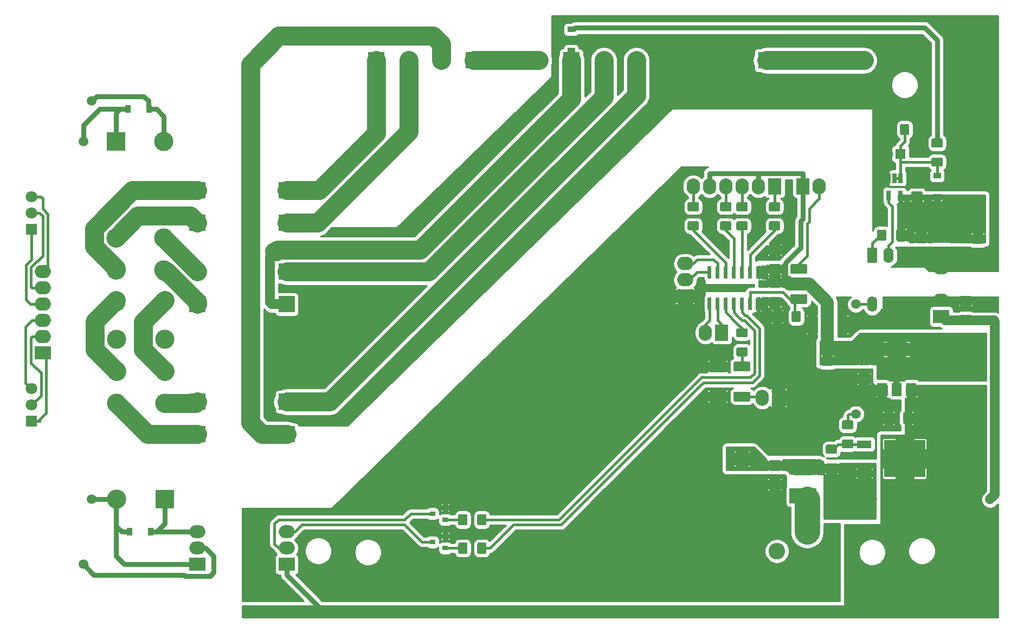
<source format=gbr>
G04 #@! TF.GenerationSoftware,KiCad,Pcbnew,(5.1.5-0-10_14)*
G04 #@! TF.CreationDate,2020-05-05T06:22:02+02:00*
G04 #@! TF.ProjectId,ersaswitch,65727361-7377-4697-9463-682e6b696361,rev?*
G04 #@! TF.SameCoordinates,PX54c81a0PYa724160*
G04 #@! TF.FileFunction,Copper,L1,Top*
G04 #@! TF.FilePolarity,Positive*
%FSLAX46Y46*%
G04 Gerber Fmt 4.6, Leading zero omitted, Abs format (unit mm)*
G04 Created by KiCad (PCBNEW (5.1.5-0-10_14)) date 2020-05-05 06:22:02*
%MOMM*%
%LPD*%
G04 APERTURE LIST*
%ADD10C,0.100000*%
%ADD11C,2.600000*%
%ADD12R,2.600000X2.600000*%
%ADD13C,1.600000*%
%ADD14R,1.600000X1.600000*%
%ADD15C,2.000000*%
%ADD16R,2.000000X2.000000*%
%ADD17R,2.500000X2.500000*%
%ADD18O,2.500000X2.000000*%
%ADD19R,2.500000X2.000000*%
%ADD20C,3.000000*%
%ADD21R,3.000000X3.000000*%
%ADD22R,1.200000X0.900000*%
%ADD23R,0.900000X1.200000*%
%ADD24O,2.100000X2.500000*%
%ADD25R,2.100000X2.500000*%
%ADD26O,2.500000X2.100000*%
%ADD27R,2.500000X2.100000*%
%ADD28C,1.800000*%
%ADD29R,1.800000X1.800000*%
%ADD30R,6.400000X5.800000*%
%ADD31R,2.200000X1.200000*%
%ADD32R,4.200000X2.400000*%
%ADD33O,1.600000X2.400000*%
%ADD34R,1.600000X2.400000*%
%ADD35R,0.650000X1.560000*%
%ADD36R,1.500000X2.000000*%
%ADD37R,3.800000X2.000000*%
%ADD38R,0.900000X0.800000*%
%ADD39C,1.500000*%
%ADD40C,2.000000*%
%ADD41C,1.000000*%
%ADD42C,0.800000*%
%ADD43C,1.500000*%
%ADD44C,3.000000*%
%ADD45C,0.400000*%
%ADD46C,4.000000*%
%ADD47C,0.300000*%
%ADD48C,0.254000*%
G04 APERTURE END LIST*
G04 #@! TA.AperFunction,SMDPad,CuDef*
D10*
G36*
X84469504Y58713796D02*
G01*
X84493773Y58710196D01*
X84517571Y58704235D01*
X84540671Y58695970D01*
X84562849Y58685480D01*
X84583893Y58672867D01*
X84603598Y58658253D01*
X84621777Y58641777D01*
X84638253Y58623598D01*
X84652867Y58603893D01*
X84665480Y58582849D01*
X84675970Y58560671D01*
X84684235Y58537571D01*
X84690196Y58513773D01*
X84693796Y58489504D01*
X84695000Y58465000D01*
X84695000Y57540000D01*
X84693796Y57515496D01*
X84690196Y57491227D01*
X84684235Y57467429D01*
X84675970Y57444329D01*
X84665480Y57422151D01*
X84652867Y57401107D01*
X84638253Y57381402D01*
X84621777Y57363223D01*
X84603598Y57346747D01*
X84583893Y57332133D01*
X84562849Y57319520D01*
X84540671Y57309030D01*
X84517571Y57300765D01*
X84493773Y57294804D01*
X84469504Y57291204D01*
X84445000Y57290000D01*
X83195000Y57290000D01*
X83170496Y57291204D01*
X83146227Y57294804D01*
X83122429Y57300765D01*
X83099329Y57309030D01*
X83077151Y57319520D01*
X83056107Y57332133D01*
X83036402Y57346747D01*
X83018223Y57363223D01*
X83001747Y57381402D01*
X82987133Y57401107D01*
X82974520Y57422151D01*
X82964030Y57444329D01*
X82955765Y57467429D01*
X82949804Y57491227D01*
X82946204Y57515496D01*
X82945000Y57540000D01*
X82945000Y58465000D01*
X82946204Y58489504D01*
X82949804Y58513773D01*
X82955765Y58537571D01*
X82964030Y58560671D01*
X82974520Y58582849D01*
X82987133Y58603893D01*
X83001747Y58623598D01*
X83018223Y58641777D01*
X83036402Y58658253D01*
X83056107Y58672867D01*
X83077151Y58685480D01*
X83099329Y58695970D01*
X83122429Y58704235D01*
X83146227Y58710196D01*
X83170496Y58713796D01*
X83195000Y58715000D01*
X84445000Y58715000D01*
X84469504Y58713796D01*
G37*
G04 #@! TD.AperFunction*
G04 #@! TA.AperFunction,SMDPad,CuDef*
G36*
X84469504Y55738796D02*
G01*
X84493773Y55735196D01*
X84517571Y55729235D01*
X84540671Y55720970D01*
X84562849Y55710480D01*
X84583893Y55697867D01*
X84603598Y55683253D01*
X84621777Y55666777D01*
X84638253Y55648598D01*
X84652867Y55628893D01*
X84665480Y55607849D01*
X84675970Y55585671D01*
X84684235Y55562571D01*
X84690196Y55538773D01*
X84693796Y55514504D01*
X84695000Y55490000D01*
X84695000Y54565000D01*
X84693796Y54540496D01*
X84690196Y54516227D01*
X84684235Y54492429D01*
X84675970Y54469329D01*
X84665480Y54447151D01*
X84652867Y54426107D01*
X84638253Y54406402D01*
X84621777Y54388223D01*
X84603598Y54371747D01*
X84583893Y54357133D01*
X84562849Y54344520D01*
X84540671Y54334030D01*
X84517571Y54325765D01*
X84493773Y54319804D01*
X84469504Y54316204D01*
X84445000Y54315000D01*
X83195000Y54315000D01*
X83170496Y54316204D01*
X83146227Y54319804D01*
X83122429Y54325765D01*
X83099329Y54334030D01*
X83077151Y54344520D01*
X83056107Y54357133D01*
X83036402Y54371747D01*
X83018223Y54388223D01*
X83001747Y54406402D01*
X82987133Y54426107D01*
X82974520Y54447151D01*
X82964030Y54469329D01*
X82955765Y54492429D01*
X82949804Y54516227D01*
X82946204Y54540496D01*
X82945000Y54565000D01*
X82945000Y55490000D01*
X82946204Y55514504D01*
X82949804Y55538773D01*
X82955765Y55562571D01*
X82964030Y55585671D01*
X82974520Y55607849D01*
X82987133Y55628893D01*
X83001747Y55648598D01*
X83018223Y55666777D01*
X83036402Y55683253D01*
X83056107Y55697867D01*
X83077151Y55710480D01*
X83099329Y55720970D01*
X83122429Y55729235D01*
X83146227Y55735196D01*
X83170496Y55738796D01*
X83195000Y55740000D01*
X84445000Y55740000D01*
X84469504Y55738796D01*
G37*
G04 #@! TD.AperFunction*
G04 #@! TA.AperFunction,SMDPad,CuDef*
G36*
X94949505Y47678796D02*
G01*
X94973773Y47675196D01*
X94997572Y47669235D01*
X95020671Y47660970D01*
X95042850Y47650480D01*
X95063893Y47637868D01*
X95083599Y47623253D01*
X95101777Y47606777D01*
X95118253Y47588599D01*
X95132868Y47568893D01*
X95145480Y47547850D01*
X95155970Y47525671D01*
X95164235Y47502572D01*
X95170196Y47478773D01*
X95173796Y47454505D01*
X95175000Y47430001D01*
X95175000Y45279999D01*
X95173796Y45255495D01*
X95170196Y45231227D01*
X95164235Y45207428D01*
X95155970Y45184329D01*
X95145480Y45162150D01*
X95132868Y45141107D01*
X95118253Y45121401D01*
X95101777Y45103223D01*
X95083599Y45086747D01*
X95063893Y45072132D01*
X95042850Y45059520D01*
X95020671Y45049030D01*
X94997572Y45040765D01*
X94973773Y45034804D01*
X94949505Y45031204D01*
X94925001Y45030000D01*
X93899999Y45030000D01*
X93875495Y45031204D01*
X93851227Y45034804D01*
X93827428Y45040765D01*
X93804329Y45049030D01*
X93782150Y45059520D01*
X93761107Y45072132D01*
X93741401Y45086747D01*
X93723223Y45103223D01*
X93706747Y45121401D01*
X93692132Y45141107D01*
X93679520Y45162150D01*
X93669030Y45184329D01*
X93660765Y45207428D01*
X93654804Y45231227D01*
X93651204Y45255495D01*
X93650000Y45279999D01*
X93650000Y47430001D01*
X93651204Y47454505D01*
X93654804Y47478773D01*
X93660765Y47502572D01*
X93669030Y47525671D01*
X93679520Y47547850D01*
X93692132Y47568893D01*
X93706747Y47588599D01*
X93723223Y47606777D01*
X93741401Y47623253D01*
X93761107Y47637868D01*
X93782150Y47650480D01*
X93804329Y47660970D01*
X93827428Y47669235D01*
X93851227Y47675196D01*
X93875495Y47678796D01*
X93899999Y47680000D01*
X94925001Y47680000D01*
X94949505Y47678796D01*
G37*
G04 #@! TD.AperFunction*
G04 #@! TA.AperFunction,SMDPad,CuDef*
G36*
X90274505Y47678796D02*
G01*
X90298773Y47675196D01*
X90322572Y47669235D01*
X90345671Y47660970D01*
X90367850Y47650480D01*
X90388893Y47637868D01*
X90408599Y47623253D01*
X90426777Y47606777D01*
X90443253Y47588599D01*
X90457868Y47568893D01*
X90470480Y47547850D01*
X90480970Y47525671D01*
X90489235Y47502572D01*
X90495196Y47478773D01*
X90498796Y47454505D01*
X90500000Y47430001D01*
X90500000Y45279999D01*
X90498796Y45255495D01*
X90495196Y45231227D01*
X90489235Y45207428D01*
X90480970Y45184329D01*
X90470480Y45162150D01*
X90457868Y45141107D01*
X90443253Y45121401D01*
X90426777Y45103223D01*
X90408599Y45086747D01*
X90388893Y45072132D01*
X90367850Y45059520D01*
X90345671Y45049030D01*
X90322572Y45040765D01*
X90298773Y45034804D01*
X90274505Y45031204D01*
X90250001Y45030000D01*
X89224999Y45030000D01*
X89200495Y45031204D01*
X89176227Y45034804D01*
X89152428Y45040765D01*
X89129329Y45049030D01*
X89107150Y45059520D01*
X89086107Y45072132D01*
X89066401Y45086747D01*
X89048223Y45103223D01*
X89031747Y45121401D01*
X89017132Y45141107D01*
X89004520Y45162150D01*
X88994030Y45184329D01*
X88985765Y45207428D01*
X88979804Y45231227D01*
X88976204Y45255495D01*
X88975000Y45279999D01*
X88975000Y47430001D01*
X88976204Y47454505D01*
X88979804Y47478773D01*
X88985765Y47502572D01*
X88994030Y47525671D01*
X89004520Y47547850D01*
X89017132Y47568893D01*
X89031747Y47588599D01*
X89048223Y47606777D01*
X89066401Y47623253D01*
X89086107Y47637868D01*
X89107150Y47650480D01*
X89129329Y47660970D01*
X89152428Y47669235D01*
X89176227Y47675196D01*
X89200495Y47678796D01*
X89224999Y47680000D01*
X90250001Y47680000D01*
X90274505Y47678796D01*
G37*
G04 #@! TD.AperFunction*
G04 #@! TA.AperFunction,SMDPad,CuDef*
G36*
X79839505Y40563796D02*
G01*
X79863773Y40560196D01*
X79887572Y40554235D01*
X79910671Y40545970D01*
X79932850Y40535480D01*
X79953893Y40522868D01*
X79973599Y40508253D01*
X79991777Y40491777D01*
X80008253Y40473599D01*
X80022868Y40453893D01*
X80035480Y40432850D01*
X80045970Y40410671D01*
X80054235Y40387572D01*
X80060196Y40363773D01*
X80063796Y40339505D01*
X80065000Y40315001D01*
X80065000Y39289999D01*
X80063796Y39265495D01*
X80060196Y39241227D01*
X80054235Y39217428D01*
X80045970Y39194329D01*
X80035480Y39172150D01*
X80022868Y39151107D01*
X80008253Y39131401D01*
X79991777Y39113223D01*
X79973599Y39096747D01*
X79953893Y39082132D01*
X79932850Y39069520D01*
X79910671Y39059030D01*
X79887572Y39050765D01*
X79863773Y39044804D01*
X79839505Y39041204D01*
X79815001Y39040000D01*
X77664999Y39040000D01*
X77640495Y39041204D01*
X77616227Y39044804D01*
X77592428Y39050765D01*
X77569329Y39059030D01*
X77547150Y39069520D01*
X77526107Y39082132D01*
X77506401Y39096747D01*
X77488223Y39113223D01*
X77471747Y39131401D01*
X77457132Y39151107D01*
X77444520Y39172150D01*
X77434030Y39194329D01*
X77425765Y39217428D01*
X77419804Y39241227D01*
X77416204Y39265495D01*
X77415000Y39289999D01*
X77415000Y40315001D01*
X77416204Y40339505D01*
X77419804Y40363773D01*
X77425765Y40387572D01*
X77434030Y40410671D01*
X77444520Y40432850D01*
X77457132Y40453893D01*
X77471747Y40473599D01*
X77488223Y40491777D01*
X77506401Y40508253D01*
X77526107Y40522868D01*
X77547150Y40535480D01*
X77569329Y40545970D01*
X77592428Y40554235D01*
X77616227Y40560196D01*
X77640495Y40563796D01*
X77664999Y40565000D01*
X79815001Y40565000D01*
X79839505Y40563796D01*
G37*
G04 #@! TD.AperFunction*
G04 #@! TA.AperFunction,SMDPad,CuDef*
G36*
X79839505Y35888796D02*
G01*
X79863773Y35885196D01*
X79887572Y35879235D01*
X79910671Y35870970D01*
X79932850Y35860480D01*
X79953893Y35847868D01*
X79973599Y35833253D01*
X79991777Y35816777D01*
X80008253Y35798599D01*
X80022868Y35778893D01*
X80035480Y35757850D01*
X80045970Y35735671D01*
X80054235Y35712572D01*
X80060196Y35688773D01*
X80063796Y35664505D01*
X80065000Y35640001D01*
X80065000Y34614999D01*
X80063796Y34590495D01*
X80060196Y34566227D01*
X80054235Y34542428D01*
X80045970Y34519329D01*
X80035480Y34497150D01*
X80022868Y34476107D01*
X80008253Y34456401D01*
X79991777Y34438223D01*
X79973599Y34421747D01*
X79953893Y34407132D01*
X79932850Y34394520D01*
X79910671Y34384030D01*
X79887572Y34375765D01*
X79863773Y34369804D01*
X79839505Y34366204D01*
X79815001Y34365000D01*
X77664999Y34365000D01*
X77640495Y34366204D01*
X77616227Y34369804D01*
X77592428Y34375765D01*
X77569329Y34384030D01*
X77547150Y34394520D01*
X77526107Y34407132D01*
X77506401Y34421747D01*
X77488223Y34438223D01*
X77471747Y34456401D01*
X77457132Y34476107D01*
X77444520Y34497150D01*
X77434030Y34519329D01*
X77425765Y34542428D01*
X77419804Y34566227D01*
X77416204Y34590495D01*
X77415000Y34614999D01*
X77415000Y35640001D01*
X77416204Y35664505D01*
X77419804Y35688773D01*
X77425765Y35712572D01*
X77434030Y35735671D01*
X77444520Y35757850D01*
X77457132Y35778893D01*
X77471747Y35798599D01*
X77488223Y35816777D01*
X77506401Y35833253D01*
X77526107Y35847868D01*
X77547150Y35860480D01*
X77569329Y35870970D01*
X77592428Y35879235D01*
X77616227Y35885196D01*
X77640495Y35888796D01*
X77664999Y35890000D01*
X79815001Y35890000D01*
X79839505Y35888796D01*
G37*
G04 #@! TD.AperFunction*
G04 #@! TA.AperFunction,SMDPad,CuDef*
G36*
X76029505Y35888796D02*
G01*
X76053773Y35885196D01*
X76077572Y35879235D01*
X76100671Y35870970D01*
X76122850Y35860480D01*
X76143893Y35847868D01*
X76163599Y35833253D01*
X76181777Y35816777D01*
X76198253Y35798599D01*
X76212868Y35778893D01*
X76225480Y35757850D01*
X76235970Y35735671D01*
X76244235Y35712572D01*
X76250196Y35688773D01*
X76253796Y35664505D01*
X76255000Y35640001D01*
X76255000Y34614999D01*
X76253796Y34590495D01*
X76250196Y34566227D01*
X76244235Y34542428D01*
X76235970Y34519329D01*
X76225480Y34497150D01*
X76212868Y34476107D01*
X76198253Y34456401D01*
X76181777Y34438223D01*
X76163599Y34421747D01*
X76143893Y34407132D01*
X76122850Y34394520D01*
X76100671Y34384030D01*
X76077572Y34375765D01*
X76053773Y34369804D01*
X76029505Y34366204D01*
X76005001Y34365000D01*
X73854999Y34365000D01*
X73830495Y34366204D01*
X73806227Y34369804D01*
X73782428Y34375765D01*
X73759329Y34384030D01*
X73737150Y34394520D01*
X73716107Y34407132D01*
X73696401Y34421747D01*
X73678223Y34438223D01*
X73661747Y34456401D01*
X73647132Y34476107D01*
X73634520Y34497150D01*
X73624030Y34519329D01*
X73615765Y34542428D01*
X73609804Y34566227D01*
X73606204Y34590495D01*
X73605000Y34614999D01*
X73605000Y35640001D01*
X73606204Y35664505D01*
X73609804Y35688773D01*
X73615765Y35712572D01*
X73624030Y35735671D01*
X73634520Y35757850D01*
X73647132Y35778893D01*
X73661747Y35798599D01*
X73678223Y35816777D01*
X73696401Y35833253D01*
X73716107Y35847868D01*
X73737150Y35860480D01*
X73759329Y35870970D01*
X73782428Y35879235D01*
X73806227Y35885196D01*
X73830495Y35888796D01*
X73854999Y35890000D01*
X76005001Y35890000D01*
X76029505Y35888796D01*
G37*
G04 #@! TD.AperFunction*
G04 #@! TA.AperFunction,SMDPad,CuDef*
G36*
X76029505Y40563796D02*
G01*
X76053773Y40560196D01*
X76077572Y40554235D01*
X76100671Y40545970D01*
X76122850Y40535480D01*
X76143893Y40522868D01*
X76163599Y40508253D01*
X76181777Y40491777D01*
X76198253Y40473599D01*
X76212868Y40453893D01*
X76225480Y40432850D01*
X76235970Y40410671D01*
X76244235Y40387572D01*
X76250196Y40363773D01*
X76253796Y40339505D01*
X76255000Y40315001D01*
X76255000Y39289999D01*
X76253796Y39265495D01*
X76250196Y39241227D01*
X76244235Y39217428D01*
X76235970Y39194329D01*
X76225480Y39172150D01*
X76212868Y39151107D01*
X76198253Y39131401D01*
X76181777Y39113223D01*
X76163599Y39096747D01*
X76143893Y39082132D01*
X76122850Y39069520D01*
X76100671Y39059030D01*
X76077572Y39050765D01*
X76053773Y39044804D01*
X76029505Y39041204D01*
X76005001Y39040000D01*
X73854999Y39040000D01*
X73830495Y39041204D01*
X73806227Y39044804D01*
X73782428Y39050765D01*
X73759329Y39059030D01*
X73737150Y39069520D01*
X73716107Y39082132D01*
X73696401Y39096747D01*
X73678223Y39113223D01*
X73661747Y39131401D01*
X73647132Y39151107D01*
X73634520Y39172150D01*
X73624030Y39194329D01*
X73615765Y39217428D01*
X73609804Y39241227D01*
X73606204Y39265495D01*
X73605000Y39289999D01*
X73605000Y40315001D01*
X73606204Y40339505D01*
X73609804Y40363773D01*
X73615765Y40387572D01*
X73624030Y40410671D01*
X73634520Y40432850D01*
X73647132Y40453893D01*
X73661747Y40473599D01*
X73678223Y40491777D01*
X73696401Y40508253D01*
X73716107Y40522868D01*
X73737150Y40535480D01*
X73759329Y40545970D01*
X73782428Y40554235D01*
X73806227Y40560196D01*
X73830495Y40563796D01*
X73854999Y40565000D01*
X76005001Y40565000D01*
X76029505Y40563796D01*
G37*
G04 #@! TD.AperFunction*
G04 #@! TA.AperFunction,SMDPad,CuDef*
G36*
X88729505Y51128796D02*
G01*
X88753773Y51125196D01*
X88777572Y51119235D01*
X88800671Y51110970D01*
X88822850Y51100480D01*
X88843893Y51087868D01*
X88863599Y51073253D01*
X88881777Y51056777D01*
X88898253Y51038599D01*
X88912868Y51018893D01*
X88925480Y50997850D01*
X88935970Y50975671D01*
X88944235Y50952572D01*
X88950196Y50928773D01*
X88953796Y50904505D01*
X88955000Y50880001D01*
X88955000Y49854999D01*
X88953796Y49830495D01*
X88950196Y49806227D01*
X88944235Y49782428D01*
X88935970Y49759329D01*
X88925480Y49737150D01*
X88912868Y49716107D01*
X88898253Y49696401D01*
X88881777Y49678223D01*
X88863599Y49661747D01*
X88843893Y49647132D01*
X88822850Y49634520D01*
X88800671Y49624030D01*
X88777572Y49615765D01*
X88753773Y49609804D01*
X88729505Y49606204D01*
X88705001Y49605000D01*
X86554999Y49605000D01*
X86530495Y49606204D01*
X86506227Y49609804D01*
X86482428Y49615765D01*
X86459329Y49624030D01*
X86437150Y49634520D01*
X86416107Y49647132D01*
X86396401Y49661747D01*
X86378223Y49678223D01*
X86361747Y49696401D01*
X86347132Y49716107D01*
X86334520Y49737150D01*
X86324030Y49759329D01*
X86315765Y49782428D01*
X86309804Y49806227D01*
X86306204Y49830495D01*
X86305000Y49854999D01*
X86305000Y50880001D01*
X86306204Y50904505D01*
X86309804Y50928773D01*
X86315765Y50952572D01*
X86324030Y50975671D01*
X86334520Y50997850D01*
X86347132Y51018893D01*
X86361747Y51038599D01*
X86378223Y51056777D01*
X86396401Y51073253D01*
X86416107Y51087868D01*
X86437150Y51100480D01*
X86459329Y51110970D01*
X86482428Y51119235D01*
X86506227Y51125196D01*
X86530495Y51128796D01*
X86554999Y51130000D01*
X88705001Y51130000D01*
X88729505Y51128796D01*
G37*
G04 #@! TD.AperFunction*
G04 #@! TA.AperFunction,SMDPad,CuDef*
G36*
X88729505Y55803796D02*
G01*
X88753773Y55800196D01*
X88777572Y55794235D01*
X88800671Y55785970D01*
X88822850Y55775480D01*
X88843893Y55762868D01*
X88863599Y55748253D01*
X88881777Y55731777D01*
X88898253Y55713599D01*
X88912868Y55693893D01*
X88925480Y55672850D01*
X88935970Y55650671D01*
X88944235Y55627572D01*
X88950196Y55603773D01*
X88953796Y55579505D01*
X88955000Y55555001D01*
X88955000Y54529999D01*
X88953796Y54505495D01*
X88950196Y54481227D01*
X88944235Y54457428D01*
X88935970Y54434329D01*
X88925480Y54412150D01*
X88912868Y54391107D01*
X88898253Y54371401D01*
X88881777Y54353223D01*
X88863599Y54336747D01*
X88843893Y54322132D01*
X88822850Y54309520D01*
X88800671Y54299030D01*
X88777572Y54290765D01*
X88753773Y54284804D01*
X88729505Y54281204D01*
X88705001Y54280000D01*
X86554999Y54280000D01*
X86530495Y54281204D01*
X86506227Y54284804D01*
X86482428Y54290765D01*
X86459329Y54299030D01*
X86437150Y54309520D01*
X86416107Y54322132D01*
X86396401Y54336747D01*
X86378223Y54353223D01*
X86361747Y54371401D01*
X86347132Y54391107D01*
X86334520Y54412150D01*
X86324030Y54434329D01*
X86315765Y54457428D01*
X86309804Y54481227D01*
X86306204Y54505495D01*
X86305000Y54529999D01*
X86305000Y55555001D01*
X86306204Y55579505D01*
X86309804Y55603773D01*
X86315765Y55627572D01*
X86324030Y55650671D01*
X86334520Y55672850D01*
X86347132Y55693893D01*
X86361747Y55713599D01*
X86378223Y55731777D01*
X86396401Y55748253D01*
X86416107Y55762868D01*
X86437150Y55775480D01*
X86459329Y55785970D01*
X86482428Y55794235D01*
X86506227Y55800196D01*
X86530495Y55803796D01*
X86554999Y55805000D01*
X88705001Y55805000D01*
X88729505Y55803796D01*
G37*
G04 #@! TD.AperFunction*
D11*
X77310000Y87630000D03*
X72310000Y87630000D03*
D12*
X67310000Y87630000D03*
D11*
X46830000Y87630000D03*
X41830000Y87630000D03*
D12*
X36830000Y87630000D03*
D11*
X62230000Y87630000D03*
X57150000Y87630000D03*
D12*
X52070000Y87630000D03*
D11*
X97790000Y87630000D03*
X92710000Y87630000D03*
X87630000Y87630000D03*
D12*
X82550000Y87630000D03*
D11*
X31750000Y87630000D03*
X26670000Y87630000D03*
D12*
X21590000Y87630000D03*
G04 #@! TA.AperFunction,SMDPad,CuDef*
D10*
G36*
X98439504Y38593796D02*
G01*
X98463773Y38590196D01*
X98487571Y38584235D01*
X98510671Y38575970D01*
X98532849Y38565480D01*
X98553893Y38552867D01*
X98573598Y38538253D01*
X98591777Y38521777D01*
X98608253Y38503598D01*
X98622867Y38483893D01*
X98635480Y38462849D01*
X98645970Y38440671D01*
X98654235Y38417571D01*
X98660196Y38393773D01*
X98663796Y38369504D01*
X98665000Y38345000D01*
X98665000Y37420000D01*
X98663796Y37395496D01*
X98660196Y37371227D01*
X98654235Y37347429D01*
X98645970Y37324329D01*
X98635480Y37302151D01*
X98622867Y37281107D01*
X98608253Y37261402D01*
X98591777Y37243223D01*
X98573598Y37226747D01*
X98553893Y37212133D01*
X98532849Y37199520D01*
X98510671Y37189030D01*
X98487571Y37180765D01*
X98463773Y37174804D01*
X98439504Y37171204D01*
X98415000Y37170000D01*
X97165000Y37170000D01*
X97140496Y37171204D01*
X97116227Y37174804D01*
X97092429Y37180765D01*
X97069329Y37189030D01*
X97047151Y37199520D01*
X97026107Y37212133D01*
X97006402Y37226747D01*
X96988223Y37243223D01*
X96971747Y37261402D01*
X96957133Y37281107D01*
X96944520Y37302151D01*
X96934030Y37324329D01*
X96925765Y37347429D01*
X96919804Y37371227D01*
X96916204Y37395496D01*
X96915000Y37420000D01*
X96915000Y38345000D01*
X96916204Y38369504D01*
X96919804Y38393773D01*
X96925765Y38417571D01*
X96934030Y38440671D01*
X96944520Y38462849D01*
X96957133Y38483893D01*
X96971747Y38503598D01*
X96988223Y38521777D01*
X97006402Y38538253D01*
X97026107Y38552867D01*
X97047151Y38565480D01*
X97069329Y38575970D01*
X97092429Y38584235D01*
X97116227Y38590196D01*
X97140496Y38593796D01*
X97165000Y38595000D01*
X98415000Y38595000D01*
X98439504Y38593796D01*
G37*
G04 #@! TD.AperFunction*
G04 #@! TA.AperFunction,SMDPad,CuDef*
G36*
X98439504Y41568796D02*
G01*
X98463773Y41565196D01*
X98487571Y41559235D01*
X98510671Y41550970D01*
X98532849Y41540480D01*
X98553893Y41527867D01*
X98573598Y41513253D01*
X98591777Y41496777D01*
X98608253Y41478598D01*
X98622867Y41458893D01*
X98635480Y41437849D01*
X98645970Y41415671D01*
X98654235Y41392571D01*
X98660196Y41368773D01*
X98663796Y41344504D01*
X98665000Y41320000D01*
X98665000Y40395000D01*
X98663796Y40370496D01*
X98660196Y40346227D01*
X98654235Y40322429D01*
X98645970Y40299329D01*
X98635480Y40277151D01*
X98622867Y40256107D01*
X98608253Y40236402D01*
X98591777Y40218223D01*
X98573598Y40201747D01*
X98553893Y40187133D01*
X98532849Y40174520D01*
X98510671Y40164030D01*
X98487571Y40155765D01*
X98463773Y40149804D01*
X98439504Y40146204D01*
X98415000Y40145000D01*
X97165000Y40145000D01*
X97140496Y40146204D01*
X97116227Y40149804D01*
X97092429Y40155765D01*
X97069329Y40164030D01*
X97047151Y40174520D01*
X97026107Y40187133D01*
X97006402Y40201747D01*
X96988223Y40218223D01*
X96971747Y40236402D01*
X96957133Y40256107D01*
X96944520Y40277151D01*
X96934030Y40299329D01*
X96925765Y40322429D01*
X96919804Y40346227D01*
X96916204Y40370496D01*
X96915000Y40395000D01*
X96915000Y41320000D01*
X96916204Y41344504D01*
X96919804Y41368773D01*
X96925765Y41392571D01*
X96934030Y41415671D01*
X96944520Y41437849D01*
X96957133Y41458893D01*
X96971747Y41478598D01*
X96988223Y41496777D01*
X97006402Y41513253D01*
X97026107Y41527867D01*
X97047151Y41540480D01*
X97069329Y41550970D01*
X97092429Y41559235D01*
X97116227Y41565196D01*
X97140496Y41568796D01*
X97165000Y41570000D01*
X98415000Y41570000D01*
X98439504Y41568796D01*
G37*
G04 #@! TD.AperFunction*
G04 #@! TA.AperFunction,SMDPad,CuDef*
G36*
X107329504Y57643796D02*
G01*
X107353773Y57640196D01*
X107377571Y57634235D01*
X107400671Y57625970D01*
X107422849Y57615480D01*
X107443893Y57602867D01*
X107463598Y57588253D01*
X107481777Y57571777D01*
X107498253Y57553598D01*
X107512867Y57533893D01*
X107525480Y57512849D01*
X107535970Y57490671D01*
X107544235Y57467571D01*
X107550196Y57443773D01*
X107553796Y57419504D01*
X107555000Y57395000D01*
X107555000Y56470000D01*
X107553796Y56445496D01*
X107550196Y56421227D01*
X107544235Y56397429D01*
X107535970Y56374329D01*
X107525480Y56352151D01*
X107512867Y56331107D01*
X107498253Y56311402D01*
X107481777Y56293223D01*
X107463598Y56276747D01*
X107443893Y56262133D01*
X107422849Y56249520D01*
X107400671Y56239030D01*
X107377571Y56230765D01*
X107353773Y56224804D01*
X107329504Y56221204D01*
X107305000Y56220000D01*
X106055000Y56220000D01*
X106030496Y56221204D01*
X106006227Y56224804D01*
X105982429Y56230765D01*
X105959329Y56239030D01*
X105937151Y56249520D01*
X105916107Y56262133D01*
X105896402Y56276747D01*
X105878223Y56293223D01*
X105861747Y56311402D01*
X105847133Y56331107D01*
X105834520Y56352151D01*
X105824030Y56374329D01*
X105815765Y56397429D01*
X105809804Y56421227D01*
X105806204Y56445496D01*
X105805000Y56470000D01*
X105805000Y57395000D01*
X105806204Y57419504D01*
X105809804Y57443773D01*
X105815765Y57467571D01*
X105824030Y57490671D01*
X105834520Y57512849D01*
X105847133Y57533893D01*
X105861747Y57553598D01*
X105878223Y57571777D01*
X105896402Y57588253D01*
X105916107Y57602867D01*
X105937151Y57615480D01*
X105959329Y57625970D01*
X105982429Y57634235D01*
X106006227Y57640196D01*
X106030496Y57643796D01*
X106055000Y57645000D01*
X107305000Y57645000D01*
X107329504Y57643796D01*
G37*
G04 #@! TD.AperFunction*
G04 #@! TA.AperFunction,SMDPad,CuDef*
G36*
X107329504Y60618796D02*
G01*
X107353773Y60615196D01*
X107377571Y60609235D01*
X107400671Y60600970D01*
X107422849Y60590480D01*
X107443893Y60577867D01*
X107463598Y60563253D01*
X107481777Y60546777D01*
X107498253Y60528598D01*
X107512867Y60508893D01*
X107525480Y60487849D01*
X107535970Y60465671D01*
X107544235Y60442571D01*
X107550196Y60418773D01*
X107553796Y60394504D01*
X107555000Y60370000D01*
X107555000Y59445000D01*
X107553796Y59420496D01*
X107550196Y59396227D01*
X107544235Y59372429D01*
X107535970Y59349329D01*
X107525480Y59327151D01*
X107512867Y59306107D01*
X107498253Y59286402D01*
X107481777Y59268223D01*
X107463598Y59251747D01*
X107443893Y59237133D01*
X107422849Y59224520D01*
X107400671Y59214030D01*
X107377571Y59205765D01*
X107353773Y59199804D01*
X107329504Y59196204D01*
X107305000Y59195000D01*
X106055000Y59195000D01*
X106030496Y59196204D01*
X106006227Y59199804D01*
X105982429Y59205765D01*
X105959329Y59214030D01*
X105937151Y59224520D01*
X105916107Y59237133D01*
X105896402Y59251747D01*
X105878223Y59268223D01*
X105861747Y59286402D01*
X105847133Y59306107D01*
X105834520Y59327151D01*
X105824030Y59349329D01*
X105815765Y59372429D01*
X105809804Y59396227D01*
X105806204Y59420496D01*
X105805000Y59445000D01*
X105805000Y60370000D01*
X105806204Y60394504D01*
X105809804Y60418773D01*
X105815765Y60442571D01*
X105824030Y60465671D01*
X105834520Y60487849D01*
X105847133Y60508893D01*
X105861747Y60528598D01*
X105878223Y60546777D01*
X105896402Y60563253D01*
X105916107Y60577867D01*
X105937151Y60590480D01*
X105959329Y60600970D01*
X105982429Y60609235D01*
X106006227Y60615196D01*
X106030496Y60618796D01*
X106055000Y60620000D01*
X107305000Y60620000D01*
X107329504Y60618796D01*
G37*
G04 #@! TD.AperFunction*
D13*
X101505000Y73025000D03*
D14*
X103505000Y73025000D03*
D13*
X115570000Y57190000D03*
D14*
X115570000Y59690000D03*
D13*
X92075000Y38140000D03*
D14*
X92075000Y40640000D03*
D15*
X78740000Y20400000D03*
D16*
X78740000Y25400000D03*
D17*
X7620000Y34290000D03*
X7620000Y29210000D03*
X7620000Y54610000D03*
X7620000Y49530000D03*
X7620000Y67310000D03*
X7620000Y62230000D03*
D18*
X7620000Y13970000D03*
X7620000Y11430000D03*
D19*
X7620000Y8890000D03*
D18*
X-6350000Y13970000D03*
X-6350000Y11430000D03*
D19*
X-6350000Y8890000D03*
D20*
X-19050000Y49930000D03*
X-11550000Y54930000D03*
X-19050000Y59930000D03*
X-11550000Y59930000D03*
X-11550000Y49930000D03*
X-19050000Y54930000D03*
X-11550000Y74930000D03*
D21*
X-19050000Y74930000D03*
D17*
X-6350000Y34290000D03*
X-6350000Y29210000D03*
G04 #@! TA.AperFunction,ComponentPad*
D10*
G36*
X-5718640Y55757231D02*
G01*
X-5662823Y55748952D01*
X-5608086Y55735241D01*
X-5554957Y55716231D01*
X-5503947Y55692105D01*
X-5455547Y55663095D01*
X-5410224Y55629481D01*
X-5368414Y55591586D01*
X-5330519Y55549776D01*
X-5296905Y55504453D01*
X-5267895Y55456053D01*
X-5243769Y55405043D01*
X-5224759Y55351914D01*
X-5211048Y55297177D01*
X-5202769Y55241360D01*
X-5200000Y55185000D01*
X-5200000Y54035000D01*
X-5202769Y53978640D01*
X-5211048Y53922823D01*
X-5224759Y53868086D01*
X-5243769Y53814957D01*
X-5267895Y53763947D01*
X-5296905Y53715547D01*
X-5330519Y53670224D01*
X-5368414Y53628414D01*
X-5410224Y53590519D01*
X-5455547Y53556905D01*
X-5503947Y53527895D01*
X-5554957Y53503769D01*
X-5608086Y53484759D01*
X-5662823Y53471048D01*
X-5718640Y53462769D01*
X-5775000Y53460000D01*
X-6925000Y53460000D01*
X-6981360Y53462769D01*
X-7037177Y53471048D01*
X-7091914Y53484759D01*
X-7145043Y53503769D01*
X-7196053Y53527895D01*
X-7244453Y53556905D01*
X-7289776Y53590519D01*
X-7331586Y53628414D01*
X-7369481Y53670224D01*
X-7403095Y53715547D01*
X-7432105Y53763947D01*
X-7456231Y53814957D01*
X-7475241Y53868086D01*
X-7488952Y53922823D01*
X-7497231Y53978640D01*
X-7500000Y54035000D01*
X-7500000Y55185000D01*
X-7497231Y55241360D01*
X-7488952Y55297177D01*
X-7475241Y55351914D01*
X-7456231Y55405043D01*
X-7432105Y55456053D01*
X-7403095Y55504453D01*
X-7369481Y55549776D01*
X-7331586Y55591586D01*
X-7289776Y55629481D01*
X-7244453Y55663095D01*
X-7196053Y55692105D01*
X-7145043Y55716231D01*
X-7091914Y55735241D01*
X-7037177Y55748952D01*
X-6981360Y55757231D01*
X-6925000Y55760000D01*
X-5775000Y55760000D01*
X-5718640Y55757231D01*
G37*
G04 #@! TD.AperFunction*
D17*
X-6350000Y49530000D03*
X-6350000Y67310000D03*
X-6350000Y62230000D03*
D22*
X109220000Y69595000D03*
X109220000Y66295000D03*
X52070000Y89155000D03*
X52070000Y92455000D03*
D23*
X-13590000Y13970000D03*
X-16890000Y13970000D03*
X-17145000Y80010000D03*
X-13845000Y80010000D03*
D24*
X90805000Y67945000D03*
D25*
X88265000Y67945000D03*
G04 #@! TA.AperFunction,SMDPad,CuDef*
D10*
G36*
X71769504Y62506296D02*
G01*
X71793773Y62502696D01*
X71817571Y62496735D01*
X71840671Y62488470D01*
X71862849Y62477980D01*
X71883893Y62465367D01*
X71903598Y62450753D01*
X71921777Y62434277D01*
X71938253Y62416098D01*
X71952867Y62396393D01*
X71965480Y62375349D01*
X71975970Y62353171D01*
X71984235Y62330071D01*
X71990196Y62306273D01*
X71993796Y62282004D01*
X71995000Y62257500D01*
X71995000Y61332500D01*
X71993796Y61307996D01*
X71990196Y61283727D01*
X71984235Y61259929D01*
X71975970Y61236829D01*
X71965480Y61214651D01*
X71952867Y61193607D01*
X71938253Y61173902D01*
X71921777Y61155723D01*
X71903598Y61139247D01*
X71883893Y61124633D01*
X71862849Y61112020D01*
X71840671Y61101530D01*
X71817571Y61093265D01*
X71793773Y61087304D01*
X71769504Y61083704D01*
X71745000Y61082500D01*
X70495000Y61082500D01*
X70470496Y61083704D01*
X70446227Y61087304D01*
X70422429Y61093265D01*
X70399329Y61101530D01*
X70377151Y61112020D01*
X70356107Y61124633D01*
X70336402Y61139247D01*
X70318223Y61155723D01*
X70301747Y61173902D01*
X70287133Y61193607D01*
X70274520Y61214651D01*
X70264030Y61236829D01*
X70255765Y61259929D01*
X70249804Y61283727D01*
X70246204Y61307996D01*
X70245000Y61332500D01*
X70245000Y62257500D01*
X70246204Y62282004D01*
X70249804Y62306273D01*
X70255765Y62330071D01*
X70264030Y62353171D01*
X70274520Y62375349D01*
X70287133Y62396393D01*
X70301747Y62416098D01*
X70318223Y62434277D01*
X70336402Y62450753D01*
X70356107Y62465367D01*
X70377151Y62477980D01*
X70399329Y62488470D01*
X70422429Y62496735D01*
X70446227Y62502696D01*
X70470496Y62506296D01*
X70495000Y62507500D01*
X71745000Y62507500D01*
X71769504Y62506296D01*
G37*
G04 #@! TD.AperFunction*
G04 #@! TA.AperFunction,SMDPad,CuDef*
G36*
X71769504Y65481296D02*
G01*
X71793773Y65477696D01*
X71817571Y65471735D01*
X71840671Y65463470D01*
X71862849Y65452980D01*
X71883893Y65440367D01*
X71903598Y65425753D01*
X71921777Y65409277D01*
X71938253Y65391098D01*
X71952867Y65371393D01*
X71965480Y65350349D01*
X71975970Y65328171D01*
X71984235Y65305071D01*
X71990196Y65281273D01*
X71993796Y65257004D01*
X71995000Y65232500D01*
X71995000Y64307500D01*
X71993796Y64282996D01*
X71990196Y64258727D01*
X71984235Y64234929D01*
X71975970Y64211829D01*
X71965480Y64189651D01*
X71952867Y64168607D01*
X71938253Y64148902D01*
X71921777Y64130723D01*
X71903598Y64114247D01*
X71883893Y64099633D01*
X71862849Y64087020D01*
X71840671Y64076530D01*
X71817571Y64068265D01*
X71793773Y64062304D01*
X71769504Y64058704D01*
X71745000Y64057500D01*
X70495000Y64057500D01*
X70470496Y64058704D01*
X70446227Y64062304D01*
X70422429Y64068265D01*
X70399329Y64076530D01*
X70377151Y64087020D01*
X70356107Y64099633D01*
X70336402Y64114247D01*
X70318223Y64130723D01*
X70301747Y64148902D01*
X70287133Y64168607D01*
X70274520Y64189651D01*
X70264030Y64211829D01*
X70255765Y64234929D01*
X70249804Y64258727D01*
X70246204Y64282996D01*
X70245000Y64307500D01*
X70245000Y65232500D01*
X70246204Y65257004D01*
X70249804Y65281273D01*
X70255765Y65305071D01*
X70264030Y65328171D01*
X70274520Y65350349D01*
X70287133Y65371393D01*
X70301747Y65391098D01*
X70318223Y65409277D01*
X70336402Y65425753D01*
X70356107Y65440367D01*
X70377151Y65452980D01*
X70399329Y65463470D01*
X70422429Y65471735D01*
X70446227Y65477696D01*
X70470496Y65481296D01*
X70495000Y65482500D01*
X71745000Y65482500D01*
X71769504Y65481296D01*
G37*
G04 #@! TD.AperFunction*
G04 #@! TA.AperFunction,SMDPad,CuDef*
G36*
X76849504Y62506296D02*
G01*
X76873773Y62502696D01*
X76897571Y62496735D01*
X76920671Y62488470D01*
X76942849Y62477980D01*
X76963893Y62465367D01*
X76983598Y62450753D01*
X77001777Y62434277D01*
X77018253Y62416098D01*
X77032867Y62396393D01*
X77045480Y62375349D01*
X77055970Y62353171D01*
X77064235Y62330071D01*
X77070196Y62306273D01*
X77073796Y62282004D01*
X77075000Y62257500D01*
X77075000Y61332500D01*
X77073796Y61307996D01*
X77070196Y61283727D01*
X77064235Y61259929D01*
X77055970Y61236829D01*
X77045480Y61214651D01*
X77032867Y61193607D01*
X77018253Y61173902D01*
X77001777Y61155723D01*
X76983598Y61139247D01*
X76963893Y61124633D01*
X76942849Y61112020D01*
X76920671Y61101530D01*
X76897571Y61093265D01*
X76873773Y61087304D01*
X76849504Y61083704D01*
X76825000Y61082500D01*
X75575000Y61082500D01*
X75550496Y61083704D01*
X75526227Y61087304D01*
X75502429Y61093265D01*
X75479329Y61101530D01*
X75457151Y61112020D01*
X75436107Y61124633D01*
X75416402Y61139247D01*
X75398223Y61155723D01*
X75381747Y61173902D01*
X75367133Y61193607D01*
X75354520Y61214651D01*
X75344030Y61236829D01*
X75335765Y61259929D01*
X75329804Y61283727D01*
X75326204Y61307996D01*
X75325000Y61332500D01*
X75325000Y62257500D01*
X75326204Y62282004D01*
X75329804Y62306273D01*
X75335765Y62330071D01*
X75344030Y62353171D01*
X75354520Y62375349D01*
X75367133Y62396393D01*
X75381747Y62416098D01*
X75398223Y62434277D01*
X75416402Y62450753D01*
X75436107Y62465367D01*
X75457151Y62477980D01*
X75479329Y62488470D01*
X75502429Y62496735D01*
X75526227Y62502696D01*
X75550496Y62506296D01*
X75575000Y62507500D01*
X76825000Y62507500D01*
X76849504Y62506296D01*
G37*
G04 #@! TD.AperFunction*
G04 #@! TA.AperFunction,SMDPad,CuDef*
G36*
X76849504Y65481296D02*
G01*
X76873773Y65477696D01*
X76897571Y65471735D01*
X76920671Y65463470D01*
X76942849Y65452980D01*
X76963893Y65440367D01*
X76983598Y65425753D01*
X77001777Y65409277D01*
X77018253Y65391098D01*
X77032867Y65371393D01*
X77045480Y65350349D01*
X77055970Y65328171D01*
X77064235Y65305071D01*
X77070196Y65281273D01*
X77073796Y65257004D01*
X77075000Y65232500D01*
X77075000Y64307500D01*
X77073796Y64282996D01*
X77070196Y64258727D01*
X77064235Y64234929D01*
X77055970Y64211829D01*
X77045480Y64189651D01*
X77032867Y64168607D01*
X77018253Y64148902D01*
X77001777Y64130723D01*
X76983598Y64114247D01*
X76963893Y64099633D01*
X76942849Y64087020D01*
X76920671Y64076530D01*
X76897571Y64068265D01*
X76873773Y64062304D01*
X76849504Y64058704D01*
X76825000Y64057500D01*
X75575000Y64057500D01*
X75550496Y64058704D01*
X75526227Y64062304D01*
X75502429Y64068265D01*
X75479329Y64076530D01*
X75457151Y64087020D01*
X75436107Y64099633D01*
X75416402Y64114247D01*
X75398223Y64130723D01*
X75381747Y64148902D01*
X75367133Y64168607D01*
X75354520Y64189651D01*
X75344030Y64211829D01*
X75335765Y64234929D01*
X75329804Y64258727D01*
X75326204Y64282996D01*
X75325000Y64307500D01*
X75325000Y65232500D01*
X75326204Y65257004D01*
X75329804Y65281273D01*
X75335765Y65305071D01*
X75344030Y65328171D01*
X75354520Y65350349D01*
X75367133Y65371393D01*
X75381747Y65391098D01*
X75398223Y65409277D01*
X75416402Y65425753D01*
X75436107Y65440367D01*
X75457151Y65452980D01*
X75479329Y65463470D01*
X75502429Y65471735D01*
X75526227Y65477696D01*
X75550496Y65481296D01*
X75575000Y65482500D01*
X76825000Y65482500D01*
X76849504Y65481296D01*
G37*
G04 #@! TD.AperFunction*
G04 #@! TA.AperFunction,SMDPad,CuDef*
G36*
X79389504Y62506296D02*
G01*
X79413773Y62502696D01*
X79437571Y62496735D01*
X79460671Y62488470D01*
X79482849Y62477980D01*
X79503893Y62465367D01*
X79523598Y62450753D01*
X79541777Y62434277D01*
X79558253Y62416098D01*
X79572867Y62396393D01*
X79585480Y62375349D01*
X79595970Y62353171D01*
X79604235Y62330071D01*
X79610196Y62306273D01*
X79613796Y62282004D01*
X79615000Y62257500D01*
X79615000Y61332500D01*
X79613796Y61307996D01*
X79610196Y61283727D01*
X79604235Y61259929D01*
X79595970Y61236829D01*
X79585480Y61214651D01*
X79572867Y61193607D01*
X79558253Y61173902D01*
X79541777Y61155723D01*
X79523598Y61139247D01*
X79503893Y61124633D01*
X79482849Y61112020D01*
X79460671Y61101530D01*
X79437571Y61093265D01*
X79413773Y61087304D01*
X79389504Y61083704D01*
X79365000Y61082500D01*
X78115000Y61082500D01*
X78090496Y61083704D01*
X78066227Y61087304D01*
X78042429Y61093265D01*
X78019329Y61101530D01*
X77997151Y61112020D01*
X77976107Y61124633D01*
X77956402Y61139247D01*
X77938223Y61155723D01*
X77921747Y61173902D01*
X77907133Y61193607D01*
X77894520Y61214651D01*
X77884030Y61236829D01*
X77875765Y61259929D01*
X77869804Y61283727D01*
X77866204Y61307996D01*
X77865000Y61332500D01*
X77865000Y62257500D01*
X77866204Y62282004D01*
X77869804Y62306273D01*
X77875765Y62330071D01*
X77884030Y62353171D01*
X77894520Y62375349D01*
X77907133Y62396393D01*
X77921747Y62416098D01*
X77938223Y62434277D01*
X77956402Y62450753D01*
X77976107Y62465367D01*
X77997151Y62477980D01*
X78019329Y62488470D01*
X78042429Y62496735D01*
X78066227Y62502696D01*
X78090496Y62506296D01*
X78115000Y62507500D01*
X79365000Y62507500D01*
X79389504Y62506296D01*
G37*
G04 #@! TD.AperFunction*
G04 #@! TA.AperFunction,SMDPad,CuDef*
G36*
X79389504Y65481296D02*
G01*
X79413773Y65477696D01*
X79437571Y65471735D01*
X79460671Y65463470D01*
X79482849Y65452980D01*
X79503893Y65440367D01*
X79523598Y65425753D01*
X79541777Y65409277D01*
X79558253Y65391098D01*
X79572867Y65371393D01*
X79585480Y65350349D01*
X79595970Y65328171D01*
X79604235Y65305071D01*
X79610196Y65281273D01*
X79613796Y65257004D01*
X79615000Y65232500D01*
X79615000Y64307500D01*
X79613796Y64282996D01*
X79610196Y64258727D01*
X79604235Y64234929D01*
X79595970Y64211829D01*
X79585480Y64189651D01*
X79572867Y64168607D01*
X79558253Y64148902D01*
X79541777Y64130723D01*
X79523598Y64114247D01*
X79503893Y64099633D01*
X79482849Y64087020D01*
X79460671Y64076530D01*
X79437571Y64068265D01*
X79413773Y64062304D01*
X79389504Y64058704D01*
X79365000Y64057500D01*
X78115000Y64057500D01*
X78090496Y64058704D01*
X78066227Y64062304D01*
X78042429Y64068265D01*
X78019329Y64076530D01*
X77997151Y64087020D01*
X77976107Y64099633D01*
X77956402Y64114247D01*
X77938223Y64130723D01*
X77921747Y64148902D01*
X77907133Y64168607D01*
X77894520Y64189651D01*
X77884030Y64211829D01*
X77875765Y64234929D01*
X77869804Y64258727D01*
X77866204Y64282996D01*
X77865000Y64307500D01*
X77865000Y65232500D01*
X77866204Y65257004D01*
X77869804Y65281273D01*
X77875765Y65305071D01*
X77884030Y65328171D01*
X77894520Y65350349D01*
X77907133Y65371393D01*
X77921747Y65391098D01*
X77938223Y65409277D01*
X77956402Y65425753D01*
X77976107Y65440367D01*
X77997151Y65452980D01*
X78019329Y65463470D01*
X78042429Y65471735D01*
X78066227Y65477696D01*
X78090496Y65481296D01*
X78115000Y65482500D01*
X79365000Y65482500D01*
X79389504Y65481296D01*
G37*
G04 #@! TD.AperFunction*
G04 #@! TA.AperFunction,SMDPad,CuDef*
G36*
X84469504Y62506296D02*
G01*
X84493773Y62502696D01*
X84517571Y62496735D01*
X84540671Y62488470D01*
X84562849Y62477980D01*
X84583893Y62465367D01*
X84603598Y62450753D01*
X84621777Y62434277D01*
X84638253Y62416098D01*
X84652867Y62396393D01*
X84665480Y62375349D01*
X84675970Y62353171D01*
X84684235Y62330071D01*
X84690196Y62306273D01*
X84693796Y62282004D01*
X84695000Y62257500D01*
X84695000Y61332500D01*
X84693796Y61307996D01*
X84690196Y61283727D01*
X84684235Y61259929D01*
X84675970Y61236829D01*
X84665480Y61214651D01*
X84652867Y61193607D01*
X84638253Y61173902D01*
X84621777Y61155723D01*
X84603598Y61139247D01*
X84583893Y61124633D01*
X84562849Y61112020D01*
X84540671Y61101530D01*
X84517571Y61093265D01*
X84493773Y61087304D01*
X84469504Y61083704D01*
X84445000Y61082500D01*
X83195000Y61082500D01*
X83170496Y61083704D01*
X83146227Y61087304D01*
X83122429Y61093265D01*
X83099329Y61101530D01*
X83077151Y61112020D01*
X83056107Y61124633D01*
X83036402Y61139247D01*
X83018223Y61155723D01*
X83001747Y61173902D01*
X82987133Y61193607D01*
X82974520Y61214651D01*
X82964030Y61236829D01*
X82955765Y61259929D01*
X82949804Y61283727D01*
X82946204Y61307996D01*
X82945000Y61332500D01*
X82945000Y62257500D01*
X82946204Y62282004D01*
X82949804Y62306273D01*
X82955765Y62330071D01*
X82964030Y62353171D01*
X82974520Y62375349D01*
X82987133Y62396393D01*
X83001747Y62416098D01*
X83018223Y62434277D01*
X83036402Y62450753D01*
X83056107Y62465367D01*
X83077151Y62477980D01*
X83099329Y62488470D01*
X83122429Y62496735D01*
X83146227Y62502696D01*
X83170496Y62506296D01*
X83195000Y62507500D01*
X84445000Y62507500D01*
X84469504Y62506296D01*
G37*
G04 #@! TD.AperFunction*
G04 #@! TA.AperFunction,SMDPad,CuDef*
G36*
X84469504Y65481296D02*
G01*
X84493773Y65477696D01*
X84517571Y65471735D01*
X84540671Y65463470D01*
X84562849Y65452980D01*
X84583893Y65440367D01*
X84603598Y65425753D01*
X84621777Y65409277D01*
X84638253Y65391098D01*
X84652867Y65371393D01*
X84665480Y65350349D01*
X84675970Y65328171D01*
X84684235Y65305071D01*
X84690196Y65281273D01*
X84693796Y65257004D01*
X84695000Y65232500D01*
X84695000Y64307500D01*
X84693796Y64282996D01*
X84690196Y64258727D01*
X84684235Y64234929D01*
X84675970Y64211829D01*
X84665480Y64189651D01*
X84652867Y64168607D01*
X84638253Y64148902D01*
X84621777Y64130723D01*
X84603598Y64114247D01*
X84583893Y64099633D01*
X84562849Y64087020D01*
X84540671Y64076530D01*
X84517571Y64068265D01*
X84493773Y64062304D01*
X84469504Y64058704D01*
X84445000Y64057500D01*
X83195000Y64057500D01*
X83170496Y64058704D01*
X83146227Y64062304D01*
X83122429Y64068265D01*
X83099329Y64076530D01*
X83077151Y64087020D01*
X83056107Y64099633D01*
X83036402Y64114247D01*
X83018223Y64130723D01*
X83001747Y64148902D01*
X82987133Y64168607D01*
X82974520Y64189651D01*
X82964030Y64211829D01*
X82955765Y64234929D01*
X82949804Y64258727D01*
X82946204Y64282996D01*
X82945000Y64307500D01*
X82945000Y65232500D01*
X82946204Y65257004D01*
X82949804Y65281273D01*
X82955765Y65305071D01*
X82964030Y65328171D01*
X82974520Y65350349D01*
X82987133Y65371393D01*
X83001747Y65391098D01*
X83018223Y65409277D01*
X83036402Y65425753D01*
X83056107Y65440367D01*
X83077151Y65452980D01*
X83099329Y65463470D01*
X83122429Y65471735D01*
X83146227Y65477696D01*
X83170496Y65481296D01*
X83195000Y65482500D01*
X84445000Y65482500D01*
X84469504Y65481296D01*
G37*
G04 #@! TD.AperFunction*
G04 #@! TA.AperFunction,SMDPad,CuDef*
G36*
X84724504Y48498796D02*
G01*
X84748773Y48495196D01*
X84772571Y48489235D01*
X84795671Y48480970D01*
X84817849Y48470480D01*
X84838893Y48457867D01*
X84858598Y48443253D01*
X84876777Y48426777D01*
X84893253Y48408598D01*
X84907867Y48388893D01*
X84920480Y48367849D01*
X84930970Y48345671D01*
X84939235Y48322571D01*
X84945196Y48298773D01*
X84948796Y48274504D01*
X84950000Y48250000D01*
X84950000Y47000000D01*
X84948796Y46975496D01*
X84945196Y46951227D01*
X84939235Y46927429D01*
X84930970Y46904329D01*
X84920480Y46882151D01*
X84907867Y46861107D01*
X84893253Y46841402D01*
X84876777Y46823223D01*
X84858598Y46806747D01*
X84838893Y46792133D01*
X84817849Y46779520D01*
X84795671Y46769030D01*
X84772571Y46760765D01*
X84748773Y46754804D01*
X84724504Y46751204D01*
X84700000Y46750000D01*
X83775000Y46750000D01*
X83750496Y46751204D01*
X83726227Y46754804D01*
X83702429Y46760765D01*
X83679329Y46769030D01*
X83657151Y46779520D01*
X83636107Y46792133D01*
X83616402Y46806747D01*
X83598223Y46823223D01*
X83581747Y46841402D01*
X83567133Y46861107D01*
X83554520Y46882151D01*
X83544030Y46904329D01*
X83535765Y46927429D01*
X83529804Y46951227D01*
X83526204Y46975496D01*
X83525000Y47000000D01*
X83525000Y48250000D01*
X83526204Y48274504D01*
X83529804Y48298773D01*
X83535765Y48322571D01*
X83544030Y48345671D01*
X83554520Y48367849D01*
X83567133Y48388893D01*
X83581747Y48408598D01*
X83598223Y48426777D01*
X83616402Y48443253D01*
X83636107Y48457867D01*
X83657151Y48470480D01*
X83679329Y48480970D01*
X83702429Y48489235D01*
X83726227Y48495196D01*
X83750496Y48498796D01*
X83775000Y48500000D01*
X84700000Y48500000D01*
X84724504Y48498796D01*
G37*
G04 #@! TD.AperFunction*
G04 #@! TA.AperFunction,SMDPad,CuDef*
G36*
X87699504Y48498796D02*
G01*
X87723773Y48495196D01*
X87747571Y48489235D01*
X87770671Y48480970D01*
X87792849Y48470480D01*
X87813893Y48457867D01*
X87833598Y48443253D01*
X87851777Y48426777D01*
X87868253Y48408598D01*
X87882867Y48388893D01*
X87895480Y48367849D01*
X87905970Y48345671D01*
X87914235Y48322571D01*
X87920196Y48298773D01*
X87923796Y48274504D01*
X87925000Y48250000D01*
X87925000Y47000000D01*
X87923796Y46975496D01*
X87920196Y46951227D01*
X87914235Y46927429D01*
X87905970Y46904329D01*
X87895480Y46882151D01*
X87882867Y46861107D01*
X87868253Y46841402D01*
X87851777Y46823223D01*
X87833598Y46806747D01*
X87813893Y46792133D01*
X87792849Y46779520D01*
X87770671Y46769030D01*
X87747571Y46760765D01*
X87723773Y46754804D01*
X87699504Y46751204D01*
X87675000Y46750000D01*
X86750000Y46750000D01*
X86725496Y46751204D01*
X86701227Y46754804D01*
X86677429Y46760765D01*
X86654329Y46769030D01*
X86632151Y46779520D01*
X86611107Y46792133D01*
X86591402Y46806747D01*
X86573223Y46823223D01*
X86556747Y46841402D01*
X86542133Y46861107D01*
X86529520Y46882151D01*
X86519030Y46904329D01*
X86510765Y46927429D01*
X86504804Y46951227D01*
X86501204Y46975496D01*
X86500000Y47000000D01*
X86500000Y48250000D01*
X86501204Y48274504D01*
X86504804Y48298773D01*
X86510765Y48322571D01*
X86519030Y48345671D01*
X86529520Y48367849D01*
X86542133Y48388893D01*
X86556747Y48408598D01*
X86573223Y48426777D01*
X86591402Y48443253D01*
X86611107Y48457867D01*
X86632151Y48470480D01*
X86654329Y48480970D01*
X86677429Y48489235D01*
X86701227Y48495196D01*
X86725496Y48498796D01*
X86750000Y48500000D01*
X87675000Y48500000D01*
X87699504Y48498796D01*
G37*
G04 #@! TD.AperFunction*
G04 #@! TA.AperFunction,SMDPad,CuDef*
G36*
X93359504Y24623796D02*
G01*
X93383773Y24620196D01*
X93407571Y24614235D01*
X93430671Y24605970D01*
X93452849Y24595480D01*
X93473893Y24582867D01*
X93493598Y24568253D01*
X93511777Y24551777D01*
X93528253Y24533598D01*
X93542867Y24513893D01*
X93555480Y24492849D01*
X93565970Y24470671D01*
X93574235Y24447571D01*
X93580196Y24423773D01*
X93583796Y24399504D01*
X93585000Y24375000D01*
X93585000Y23450000D01*
X93583796Y23425496D01*
X93580196Y23401227D01*
X93574235Y23377429D01*
X93565970Y23354329D01*
X93555480Y23332151D01*
X93542867Y23311107D01*
X93528253Y23291402D01*
X93511777Y23273223D01*
X93493598Y23256747D01*
X93473893Y23242133D01*
X93452849Y23229520D01*
X93430671Y23219030D01*
X93407571Y23210765D01*
X93383773Y23204804D01*
X93359504Y23201204D01*
X93335000Y23200000D01*
X92085000Y23200000D01*
X92060496Y23201204D01*
X92036227Y23204804D01*
X92012429Y23210765D01*
X91989329Y23219030D01*
X91967151Y23229520D01*
X91946107Y23242133D01*
X91926402Y23256747D01*
X91908223Y23273223D01*
X91891747Y23291402D01*
X91877133Y23311107D01*
X91864520Y23332151D01*
X91854030Y23354329D01*
X91845765Y23377429D01*
X91839804Y23401227D01*
X91836204Y23425496D01*
X91835000Y23450000D01*
X91835000Y24375000D01*
X91836204Y24399504D01*
X91839804Y24423773D01*
X91845765Y24447571D01*
X91854030Y24470671D01*
X91864520Y24492849D01*
X91877133Y24513893D01*
X91891747Y24533598D01*
X91908223Y24551777D01*
X91926402Y24568253D01*
X91946107Y24582867D01*
X91967151Y24595480D01*
X91989329Y24605970D01*
X92012429Y24614235D01*
X92036227Y24620196D01*
X92060496Y24623796D01*
X92085000Y24625000D01*
X93335000Y24625000D01*
X93359504Y24623796D01*
G37*
G04 #@! TD.AperFunction*
G04 #@! TA.AperFunction,SMDPad,CuDef*
G36*
X93359504Y27598796D02*
G01*
X93383773Y27595196D01*
X93407571Y27589235D01*
X93430671Y27580970D01*
X93452849Y27570480D01*
X93473893Y27557867D01*
X93493598Y27543253D01*
X93511777Y27526777D01*
X93528253Y27508598D01*
X93542867Y27488893D01*
X93555480Y27467849D01*
X93565970Y27445671D01*
X93574235Y27422571D01*
X93580196Y27398773D01*
X93583796Y27374504D01*
X93585000Y27350000D01*
X93585000Y26425000D01*
X93583796Y26400496D01*
X93580196Y26376227D01*
X93574235Y26352429D01*
X93565970Y26329329D01*
X93555480Y26307151D01*
X93542867Y26286107D01*
X93528253Y26266402D01*
X93511777Y26248223D01*
X93493598Y26231747D01*
X93473893Y26217133D01*
X93452849Y26204520D01*
X93430671Y26194030D01*
X93407571Y26185765D01*
X93383773Y26179804D01*
X93359504Y26176204D01*
X93335000Y26175000D01*
X92085000Y26175000D01*
X92060496Y26176204D01*
X92036227Y26179804D01*
X92012429Y26185765D01*
X91989329Y26194030D01*
X91967151Y26204520D01*
X91946107Y26217133D01*
X91926402Y26231747D01*
X91908223Y26248223D01*
X91891747Y26266402D01*
X91877133Y26286107D01*
X91864520Y26307151D01*
X91854030Y26329329D01*
X91845765Y26352429D01*
X91839804Y26376227D01*
X91836204Y26400496D01*
X91835000Y26425000D01*
X91835000Y27350000D01*
X91836204Y27374504D01*
X91839804Y27398773D01*
X91845765Y27422571D01*
X91854030Y27445671D01*
X91864520Y27467849D01*
X91877133Y27488893D01*
X91891747Y27508598D01*
X91908223Y27526777D01*
X91926402Y27543253D01*
X91946107Y27557867D01*
X91967151Y27570480D01*
X91989329Y27580970D01*
X92012429Y27589235D01*
X92036227Y27595196D01*
X92060496Y27598796D01*
X92085000Y27600000D01*
X93335000Y27600000D01*
X93359504Y27598796D01*
G37*
G04 #@! TD.AperFunction*
G04 #@! TA.AperFunction,SMDPad,CuDef*
G36*
X95899504Y28433796D02*
G01*
X95923773Y28430196D01*
X95947571Y28424235D01*
X95970671Y28415970D01*
X95992849Y28405480D01*
X96013893Y28392867D01*
X96033598Y28378253D01*
X96051777Y28361777D01*
X96068253Y28343598D01*
X96082867Y28323893D01*
X96095480Y28302849D01*
X96105970Y28280671D01*
X96114235Y28257571D01*
X96120196Y28233773D01*
X96123796Y28209504D01*
X96125000Y28185000D01*
X96125000Y27260000D01*
X96123796Y27235496D01*
X96120196Y27211227D01*
X96114235Y27187429D01*
X96105970Y27164329D01*
X96095480Y27142151D01*
X96082867Y27121107D01*
X96068253Y27101402D01*
X96051777Y27083223D01*
X96033598Y27066747D01*
X96013893Y27052133D01*
X95992849Y27039520D01*
X95970671Y27029030D01*
X95947571Y27020765D01*
X95923773Y27014804D01*
X95899504Y27011204D01*
X95875000Y27010000D01*
X94625000Y27010000D01*
X94600496Y27011204D01*
X94576227Y27014804D01*
X94552429Y27020765D01*
X94529329Y27029030D01*
X94507151Y27039520D01*
X94486107Y27052133D01*
X94466402Y27066747D01*
X94448223Y27083223D01*
X94431747Y27101402D01*
X94417133Y27121107D01*
X94404520Y27142151D01*
X94394030Y27164329D01*
X94385765Y27187429D01*
X94379804Y27211227D01*
X94376204Y27235496D01*
X94375000Y27260000D01*
X94375000Y28185000D01*
X94376204Y28209504D01*
X94379804Y28233773D01*
X94385765Y28257571D01*
X94394030Y28280671D01*
X94404520Y28302849D01*
X94417133Y28323893D01*
X94431747Y28343598D01*
X94448223Y28361777D01*
X94466402Y28378253D01*
X94486107Y28392867D01*
X94507151Y28405480D01*
X94529329Y28415970D01*
X94552429Y28424235D01*
X94576227Y28430196D01*
X94600496Y28433796D01*
X94625000Y28435000D01*
X95875000Y28435000D01*
X95899504Y28433796D01*
G37*
G04 #@! TD.AperFunction*
G04 #@! TA.AperFunction,SMDPad,CuDef*
G36*
X95899504Y31408796D02*
G01*
X95923773Y31405196D01*
X95947571Y31399235D01*
X95970671Y31390970D01*
X95992849Y31380480D01*
X96013893Y31367867D01*
X96033598Y31353253D01*
X96051777Y31336777D01*
X96068253Y31318598D01*
X96082867Y31298893D01*
X96095480Y31277849D01*
X96105970Y31255671D01*
X96114235Y31232571D01*
X96120196Y31208773D01*
X96123796Y31184504D01*
X96125000Y31160000D01*
X96125000Y30235000D01*
X96123796Y30210496D01*
X96120196Y30186227D01*
X96114235Y30162429D01*
X96105970Y30139329D01*
X96095480Y30117151D01*
X96082867Y30096107D01*
X96068253Y30076402D01*
X96051777Y30058223D01*
X96033598Y30041747D01*
X96013893Y30027133D01*
X95992849Y30014520D01*
X95970671Y30004030D01*
X95947571Y29995765D01*
X95923773Y29989804D01*
X95899504Y29986204D01*
X95875000Y29985000D01*
X94625000Y29985000D01*
X94600496Y29986204D01*
X94576227Y29989804D01*
X94552429Y29995765D01*
X94529329Y30004030D01*
X94507151Y30014520D01*
X94486107Y30027133D01*
X94466402Y30041747D01*
X94448223Y30058223D01*
X94431747Y30076402D01*
X94417133Y30096107D01*
X94404520Y30117151D01*
X94394030Y30139329D01*
X94385765Y30162429D01*
X94379804Y30186227D01*
X94376204Y30210496D01*
X94375000Y30235000D01*
X94375000Y31160000D01*
X94376204Y31184504D01*
X94379804Y31208773D01*
X94385765Y31232571D01*
X94394030Y31255671D01*
X94404520Y31277849D01*
X94417133Y31298893D01*
X94431747Y31318598D01*
X94448223Y31336777D01*
X94466402Y31353253D01*
X94486107Y31367867D01*
X94507151Y31380480D01*
X94529329Y31390970D01*
X94552429Y31399235D01*
X94576227Y31405196D01*
X94600496Y31408796D01*
X94625000Y31410000D01*
X95875000Y31410000D01*
X95899504Y31408796D01*
G37*
G04 #@! TD.AperFunction*
D26*
X-30480000Y54610000D03*
X-30480000Y52070000D03*
X-30480000Y49530000D03*
X-30480000Y46990000D03*
X-30480000Y44450000D03*
D27*
X-30480000Y41910000D03*
D11*
X84200000Y10970000D03*
X88900000Y7970000D03*
D12*
X88900000Y13970000D03*
D24*
X71120000Y67945000D03*
X73660000Y67945000D03*
X76200000Y67945000D03*
X78740000Y67945000D03*
X81280000Y67945000D03*
D25*
X83820000Y67945000D03*
D28*
X-32245000Y66335000D03*
X-32245000Y63795000D03*
D29*
X-32245000Y61255000D03*
D28*
X-32245000Y36335000D03*
X-32245000Y33795000D03*
D29*
X-32245000Y31255000D03*
G04 #@! TA.AperFunction,SMDPad,CuDef*
D10*
G36*
X101652004Y77708796D02*
G01*
X101676273Y77705196D01*
X101700071Y77699235D01*
X101723171Y77690970D01*
X101745349Y77680480D01*
X101766393Y77667867D01*
X101786098Y77653253D01*
X101804277Y77636777D01*
X101820753Y77618598D01*
X101835367Y77598893D01*
X101847980Y77577849D01*
X101858470Y77555671D01*
X101866735Y77532571D01*
X101872696Y77508773D01*
X101876296Y77484504D01*
X101877500Y77460000D01*
X101877500Y76210000D01*
X101876296Y76185496D01*
X101872696Y76161227D01*
X101866735Y76137429D01*
X101858470Y76114329D01*
X101847980Y76092151D01*
X101835367Y76071107D01*
X101820753Y76051402D01*
X101804277Y76033223D01*
X101786098Y76016747D01*
X101766393Y76002133D01*
X101745349Y75989520D01*
X101723171Y75979030D01*
X101700071Y75970765D01*
X101676273Y75964804D01*
X101652004Y75961204D01*
X101627500Y75960000D01*
X100702500Y75960000D01*
X100677996Y75961204D01*
X100653727Y75964804D01*
X100629929Y75970765D01*
X100606829Y75979030D01*
X100584651Y75989520D01*
X100563607Y76002133D01*
X100543902Y76016747D01*
X100525723Y76033223D01*
X100509247Y76051402D01*
X100494633Y76071107D01*
X100482020Y76092151D01*
X100471530Y76114329D01*
X100463265Y76137429D01*
X100457304Y76161227D01*
X100453704Y76185496D01*
X100452500Y76210000D01*
X100452500Y77460000D01*
X100453704Y77484504D01*
X100457304Y77508773D01*
X100463265Y77532571D01*
X100471530Y77555671D01*
X100482020Y77577849D01*
X100494633Y77598893D01*
X100509247Y77618598D01*
X100525723Y77636777D01*
X100543902Y77653253D01*
X100563607Y77667867D01*
X100584651Y77680480D01*
X100606829Y77690970D01*
X100629929Y77699235D01*
X100653727Y77705196D01*
X100677996Y77708796D01*
X100702500Y77710000D01*
X101627500Y77710000D01*
X101652004Y77708796D01*
G37*
G04 #@! TD.AperFunction*
G04 #@! TA.AperFunction,SMDPad,CuDef*
G36*
X104627004Y77708796D02*
G01*
X104651273Y77705196D01*
X104675071Y77699235D01*
X104698171Y77690970D01*
X104720349Y77680480D01*
X104741393Y77667867D01*
X104761098Y77653253D01*
X104779277Y77636777D01*
X104795753Y77618598D01*
X104810367Y77598893D01*
X104822980Y77577849D01*
X104833470Y77555671D01*
X104841735Y77532571D01*
X104847696Y77508773D01*
X104851296Y77484504D01*
X104852500Y77460000D01*
X104852500Y76210000D01*
X104851296Y76185496D01*
X104847696Y76161227D01*
X104841735Y76137429D01*
X104833470Y76114329D01*
X104822980Y76092151D01*
X104810367Y76071107D01*
X104795753Y76051402D01*
X104779277Y76033223D01*
X104761098Y76016747D01*
X104741393Y76002133D01*
X104720349Y75989520D01*
X104698171Y75979030D01*
X104675071Y75970765D01*
X104651273Y75964804D01*
X104627004Y75961204D01*
X104602500Y75960000D01*
X103677500Y75960000D01*
X103652996Y75961204D01*
X103628727Y75964804D01*
X103604929Y75970765D01*
X103581829Y75979030D01*
X103559651Y75989520D01*
X103538607Y76002133D01*
X103518902Y76016747D01*
X103500723Y76033223D01*
X103484247Y76051402D01*
X103469633Y76071107D01*
X103457020Y76092151D01*
X103446530Y76114329D01*
X103438265Y76137429D01*
X103432304Y76161227D01*
X103428704Y76185496D01*
X103427500Y76210000D01*
X103427500Y77460000D01*
X103428704Y77484504D01*
X103432304Y77508773D01*
X103438265Y77532571D01*
X103446530Y77555671D01*
X103457020Y77577849D01*
X103469633Y77598893D01*
X103484247Y77618598D01*
X103500723Y77636777D01*
X103518902Y77653253D01*
X103538607Y77667867D01*
X103559651Y77680480D01*
X103581829Y77690970D01*
X103604929Y77699235D01*
X103628727Y77705196D01*
X103652996Y77708796D01*
X103677500Y77710000D01*
X104602500Y77710000D01*
X104627004Y77708796D01*
G37*
G04 #@! TD.AperFunction*
G04 #@! TA.AperFunction,SMDPad,CuDef*
G36*
X109869504Y72466296D02*
G01*
X109893773Y72462696D01*
X109917571Y72456735D01*
X109940671Y72448470D01*
X109962849Y72437980D01*
X109983893Y72425367D01*
X110003598Y72410753D01*
X110021777Y72394277D01*
X110038253Y72376098D01*
X110052867Y72356393D01*
X110065480Y72335349D01*
X110075970Y72313171D01*
X110084235Y72290071D01*
X110090196Y72266273D01*
X110093796Y72242004D01*
X110095000Y72217500D01*
X110095000Y71292500D01*
X110093796Y71267996D01*
X110090196Y71243727D01*
X110084235Y71219929D01*
X110075970Y71196829D01*
X110065480Y71174651D01*
X110052867Y71153607D01*
X110038253Y71133902D01*
X110021777Y71115723D01*
X110003598Y71099247D01*
X109983893Y71084633D01*
X109962849Y71072020D01*
X109940671Y71061530D01*
X109917571Y71053265D01*
X109893773Y71047304D01*
X109869504Y71043704D01*
X109845000Y71042500D01*
X108595000Y71042500D01*
X108570496Y71043704D01*
X108546227Y71047304D01*
X108522429Y71053265D01*
X108499329Y71061530D01*
X108477151Y71072020D01*
X108456107Y71084633D01*
X108436402Y71099247D01*
X108418223Y71115723D01*
X108401747Y71133902D01*
X108387133Y71153607D01*
X108374520Y71174651D01*
X108364030Y71196829D01*
X108355765Y71219929D01*
X108349804Y71243727D01*
X108346204Y71267996D01*
X108345000Y71292500D01*
X108345000Y72217500D01*
X108346204Y72242004D01*
X108349804Y72266273D01*
X108355765Y72290071D01*
X108364030Y72313171D01*
X108374520Y72335349D01*
X108387133Y72356393D01*
X108401747Y72376098D01*
X108418223Y72394277D01*
X108436402Y72410753D01*
X108456107Y72425367D01*
X108477151Y72437980D01*
X108499329Y72448470D01*
X108522429Y72456735D01*
X108546227Y72462696D01*
X108570496Y72466296D01*
X108595000Y72467500D01*
X109845000Y72467500D01*
X109869504Y72466296D01*
G37*
G04 #@! TD.AperFunction*
G04 #@! TA.AperFunction,SMDPad,CuDef*
G36*
X109869504Y75441296D02*
G01*
X109893773Y75437696D01*
X109917571Y75431735D01*
X109940671Y75423470D01*
X109962849Y75412980D01*
X109983893Y75400367D01*
X110003598Y75385753D01*
X110021777Y75369277D01*
X110038253Y75351098D01*
X110052867Y75331393D01*
X110065480Y75310349D01*
X110075970Y75288171D01*
X110084235Y75265071D01*
X110090196Y75241273D01*
X110093796Y75217004D01*
X110095000Y75192500D01*
X110095000Y74267500D01*
X110093796Y74242996D01*
X110090196Y74218727D01*
X110084235Y74194929D01*
X110075970Y74171829D01*
X110065480Y74149651D01*
X110052867Y74128607D01*
X110038253Y74108902D01*
X110021777Y74090723D01*
X110003598Y74074247D01*
X109983893Y74059633D01*
X109962849Y74047020D01*
X109940671Y74036530D01*
X109917571Y74028265D01*
X109893773Y74022304D01*
X109869504Y74018704D01*
X109845000Y74017500D01*
X108595000Y74017500D01*
X108570496Y74018704D01*
X108546227Y74022304D01*
X108522429Y74028265D01*
X108499329Y74036530D01*
X108477151Y74047020D01*
X108456107Y74059633D01*
X108436402Y74074247D01*
X108418223Y74090723D01*
X108401747Y74108902D01*
X108387133Y74128607D01*
X108374520Y74149651D01*
X108364030Y74171829D01*
X108355765Y74194929D01*
X108349804Y74218727D01*
X108346204Y74242996D01*
X108345000Y74267500D01*
X108345000Y75192500D01*
X108346204Y75217004D01*
X108349804Y75241273D01*
X108355765Y75265071D01*
X108364030Y75288171D01*
X108374520Y75310349D01*
X108387133Y75331393D01*
X108401747Y75351098D01*
X108418223Y75369277D01*
X108436402Y75385753D01*
X108456107Y75400367D01*
X108477151Y75412980D01*
X108499329Y75423470D01*
X108522429Y75431735D01*
X108546227Y75437696D01*
X108570496Y75441296D01*
X108595000Y75442500D01*
X109845000Y75442500D01*
X109869504Y75441296D01*
G37*
G04 #@! TD.AperFunction*
D30*
X104140000Y25400000D03*
D31*
X97840000Y23120000D03*
X97840000Y27680000D03*
D32*
X88265000Y24130000D03*
X88265000Y19630000D03*
D24*
X73025000Y45085000D03*
D25*
X75565000Y45085000D03*
G04 #@! TA.AperFunction,SMDPad,CuDef*
D10*
G36*
X102087004Y32623796D02*
G01*
X102111273Y32620196D01*
X102135071Y32614235D01*
X102158171Y32605970D01*
X102180349Y32595480D01*
X102201393Y32582867D01*
X102221098Y32568253D01*
X102239277Y32551777D01*
X102255753Y32533598D01*
X102270367Y32513893D01*
X102282980Y32492849D01*
X102293470Y32470671D01*
X102301735Y32447571D01*
X102307696Y32423773D01*
X102311296Y32399504D01*
X102312500Y32375000D01*
X102312500Y31125000D01*
X102311296Y31100496D01*
X102307696Y31076227D01*
X102301735Y31052429D01*
X102293470Y31029329D01*
X102282980Y31007151D01*
X102270367Y30986107D01*
X102255753Y30966402D01*
X102239277Y30948223D01*
X102221098Y30931747D01*
X102201393Y30917133D01*
X102180349Y30904520D01*
X102158171Y30894030D01*
X102135071Y30885765D01*
X102111273Y30879804D01*
X102087004Y30876204D01*
X102062500Y30875000D01*
X101137500Y30875000D01*
X101112996Y30876204D01*
X101088727Y30879804D01*
X101064929Y30885765D01*
X101041829Y30894030D01*
X101019651Y30904520D01*
X100998607Y30917133D01*
X100978902Y30931747D01*
X100960723Y30948223D01*
X100944247Y30966402D01*
X100929633Y30986107D01*
X100917020Y31007151D01*
X100906530Y31029329D01*
X100898265Y31052429D01*
X100892304Y31076227D01*
X100888704Y31100496D01*
X100887500Y31125000D01*
X100887500Y32375000D01*
X100888704Y32399504D01*
X100892304Y32423773D01*
X100898265Y32447571D01*
X100906530Y32470671D01*
X100917020Y32492849D01*
X100929633Y32513893D01*
X100944247Y32533598D01*
X100960723Y32551777D01*
X100978902Y32568253D01*
X100998607Y32582867D01*
X101019651Y32595480D01*
X101041829Y32605970D01*
X101064929Y32614235D01*
X101088727Y32620196D01*
X101112996Y32623796D01*
X101137500Y32625000D01*
X102062500Y32625000D01*
X102087004Y32623796D01*
G37*
G04 #@! TD.AperFunction*
G04 #@! TA.AperFunction,SMDPad,CuDef*
G36*
X105062004Y32623796D02*
G01*
X105086273Y32620196D01*
X105110071Y32614235D01*
X105133171Y32605970D01*
X105155349Y32595480D01*
X105176393Y32582867D01*
X105196098Y32568253D01*
X105214277Y32551777D01*
X105230753Y32533598D01*
X105245367Y32513893D01*
X105257980Y32492849D01*
X105268470Y32470671D01*
X105276735Y32447571D01*
X105282696Y32423773D01*
X105286296Y32399504D01*
X105287500Y32375000D01*
X105287500Y31125000D01*
X105286296Y31100496D01*
X105282696Y31076227D01*
X105276735Y31052429D01*
X105268470Y31029329D01*
X105257980Y31007151D01*
X105245367Y30986107D01*
X105230753Y30966402D01*
X105214277Y30948223D01*
X105196098Y30931747D01*
X105176393Y30917133D01*
X105155349Y30904520D01*
X105133171Y30894030D01*
X105110071Y30885765D01*
X105086273Y30879804D01*
X105062004Y30876204D01*
X105037500Y30875000D01*
X104112500Y30875000D01*
X104087996Y30876204D01*
X104063727Y30879804D01*
X104039929Y30885765D01*
X104016829Y30894030D01*
X103994651Y30904520D01*
X103973607Y30917133D01*
X103953902Y30931747D01*
X103935723Y30948223D01*
X103919247Y30966402D01*
X103904633Y30986107D01*
X103892020Y31007151D01*
X103881530Y31029329D01*
X103873265Y31052429D01*
X103867304Y31076227D01*
X103863704Y31100496D01*
X103862500Y31125000D01*
X103862500Y32375000D01*
X103863704Y32399504D01*
X103867304Y32423773D01*
X103873265Y32447571D01*
X103881530Y32470671D01*
X103892020Y32492849D01*
X103904633Y32513893D01*
X103919247Y32533598D01*
X103935723Y32551777D01*
X103953902Y32568253D01*
X103973607Y32582867D01*
X103994651Y32595480D01*
X104016829Y32605970D01*
X104039929Y32614235D01*
X104063727Y32620196D01*
X104087996Y32623796D01*
X104112500Y32625000D01*
X105037500Y32625000D01*
X105062004Y32623796D01*
G37*
G04 #@! TD.AperFunction*
G04 #@! TA.AperFunction,SMDPad,CuDef*
G36*
X114314504Y50876296D02*
G01*
X114338773Y50872696D01*
X114362571Y50866735D01*
X114385671Y50858470D01*
X114407849Y50847980D01*
X114428893Y50835367D01*
X114448598Y50820753D01*
X114466777Y50804277D01*
X114483253Y50786098D01*
X114497867Y50766393D01*
X114510480Y50745349D01*
X114520970Y50723171D01*
X114529235Y50700071D01*
X114535196Y50676273D01*
X114538796Y50652004D01*
X114540000Y50627500D01*
X114540000Y49702500D01*
X114538796Y49677996D01*
X114535196Y49653727D01*
X114529235Y49629929D01*
X114520970Y49606829D01*
X114510480Y49584651D01*
X114497867Y49563607D01*
X114483253Y49543902D01*
X114466777Y49525723D01*
X114448598Y49509247D01*
X114428893Y49494633D01*
X114407849Y49482020D01*
X114385671Y49471530D01*
X114362571Y49463265D01*
X114338773Y49457304D01*
X114314504Y49453704D01*
X114290000Y49452500D01*
X113040000Y49452500D01*
X113015496Y49453704D01*
X112991227Y49457304D01*
X112967429Y49463265D01*
X112944329Y49471530D01*
X112922151Y49482020D01*
X112901107Y49494633D01*
X112881402Y49509247D01*
X112863223Y49525723D01*
X112846747Y49543902D01*
X112832133Y49563607D01*
X112819520Y49584651D01*
X112809030Y49606829D01*
X112800765Y49629929D01*
X112794804Y49653727D01*
X112791204Y49677996D01*
X112790000Y49702500D01*
X112790000Y50627500D01*
X112791204Y50652004D01*
X112794804Y50676273D01*
X112800765Y50700071D01*
X112809030Y50723171D01*
X112819520Y50745349D01*
X112832133Y50766393D01*
X112846747Y50786098D01*
X112863223Y50804277D01*
X112881402Y50820753D01*
X112901107Y50835367D01*
X112922151Y50847980D01*
X112944329Y50858470D01*
X112967429Y50866735D01*
X112991227Y50872696D01*
X113015496Y50876296D01*
X113040000Y50877500D01*
X114290000Y50877500D01*
X114314504Y50876296D01*
G37*
G04 #@! TD.AperFunction*
G04 #@! TA.AperFunction,SMDPad,CuDef*
G36*
X114314504Y47901296D02*
G01*
X114338773Y47897696D01*
X114362571Y47891735D01*
X114385671Y47883470D01*
X114407849Y47872980D01*
X114428893Y47860367D01*
X114448598Y47845753D01*
X114466777Y47829277D01*
X114483253Y47811098D01*
X114497867Y47791393D01*
X114510480Y47770349D01*
X114520970Y47748171D01*
X114529235Y47725071D01*
X114535196Y47701273D01*
X114538796Y47677004D01*
X114540000Y47652500D01*
X114540000Y46727500D01*
X114538796Y46702996D01*
X114535196Y46678727D01*
X114529235Y46654929D01*
X114520970Y46631829D01*
X114510480Y46609651D01*
X114497867Y46588607D01*
X114483253Y46568902D01*
X114466777Y46550723D01*
X114448598Y46534247D01*
X114428893Y46519633D01*
X114407849Y46507020D01*
X114385671Y46496530D01*
X114362571Y46488265D01*
X114338773Y46482304D01*
X114314504Y46478704D01*
X114290000Y46477500D01*
X113040000Y46477500D01*
X113015496Y46478704D01*
X112991227Y46482304D01*
X112967429Y46488265D01*
X112944329Y46496530D01*
X112922151Y46507020D01*
X112901107Y46519633D01*
X112881402Y46534247D01*
X112863223Y46550723D01*
X112846747Y46568902D01*
X112832133Y46588607D01*
X112819520Y46609651D01*
X112809030Y46631829D01*
X112800765Y46654929D01*
X112794804Y46678727D01*
X112791204Y46702996D01*
X112790000Y46727500D01*
X112790000Y47652500D01*
X112791204Y47677004D01*
X112794804Y47701273D01*
X112800765Y47725071D01*
X112809030Y47748171D01*
X112819520Y47770349D01*
X112832133Y47791393D01*
X112846747Y47811098D01*
X112863223Y47829277D01*
X112881402Y47845753D01*
X112901107Y47860367D01*
X112922151Y47872980D01*
X112944329Y47883470D01*
X112967429Y47891735D01*
X112991227Y47897696D01*
X113015496Y47901296D01*
X113040000Y47902500D01*
X114290000Y47902500D01*
X114314504Y47901296D01*
G37*
G04 #@! TD.AperFunction*
D33*
X99060000Y49530000D03*
X101600000Y57150000D03*
X101600000Y49530000D03*
D34*
X99060000Y57150000D03*
G04 #@! TA.AperFunction,SMDPad,CuDef*
D10*
G36*
X101017004Y61198796D02*
G01*
X101041273Y61195196D01*
X101065071Y61189235D01*
X101088171Y61180970D01*
X101110349Y61170480D01*
X101131393Y61157867D01*
X101151098Y61143253D01*
X101169277Y61126777D01*
X101185753Y61108598D01*
X101200367Y61088893D01*
X101212980Y61067849D01*
X101223470Y61045671D01*
X101231735Y61022571D01*
X101237696Y60998773D01*
X101241296Y60974504D01*
X101242500Y60950000D01*
X101242500Y59700000D01*
X101241296Y59675496D01*
X101237696Y59651227D01*
X101231735Y59627429D01*
X101223470Y59604329D01*
X101212980Y59582151D01*
X101200367Y59561107D01*
X101185753Y59541402D01*
X101169277Y59523223D01*
X101151098Y59506747D01*
X101131393Y59492133D01*
X101110349Y59479520D01*
X101088171Y59469030D01*
X101065071Y59460765D01*
X101041273Y59454804D01*
X101017004Y59451204D01*
X100992500Y59450000D01*
X100067500Y59450000D01*
X100042996Y59451204D01*
X100018727Y59454804D01*
X99994929Y59460765D01*
X99971829Y59469030D01*
X99949651Y59479520D01*
X99928607Y59492133D01*
X99908902Y59506747D01*
X99890723Y59523223D01*
X99874247Y59541402D01*
X99859633Y59561107D01*
X99847020Y59582151D01*
X99836530Y59604329D01*
X99828265Y59627429D01*
X99822304Y59651227D01*
X99818704Y59675496D01*
X99817500Y59700000D01*
X99817500Y60950000D01*
X99818704Y60974504D01*
X99822304Y60998773D01*
X99828265Y61022571D01*
X99836530Y61045671D01*
X99847020Y61067849D01*
X99859633Y61088893D01*
X99874247Y61108598D01*
X99890723Y61126777D01*
X99908902Y61143253D01*
X99928607Y61157867D01*
X99949651Y61170480D01*
X99971829Y61180970D01*
X99994929Y61189235D01*
X100018727Y61195196D01*
X100042996Y61198796D01*
X100067500Y61200000D01*
X100992500Y61200000D01*
X101017004Y61198796D01*
G37*
G04 #@! TD.AperFunction*
G04 #@! TA.AperFunction,SMDPad,CuDef*
G36*
X103992004Y61198796D02*
G01*
X104016273Y61195196D01*
X104040071Y61189235D01*
X104063171Y61180970D01*
X104085349Y61170480D01*
X104106393Y61157867D01*
X104126098Y61143253D01*
X104144277Y61126777D01*
X104160753Y61108598D01*
X104175367Y61088893D01*
X104187980Y61067849D01*
X104198470Y61045671D01*
X104206735Y61022571D01*
X104212696Y60998773D01*
X104216296Y60974504D01*
X104217500Y60950000D01*
X104217500Y59700000D01*
X104216296Y59675496D01*
X104212696Y59651227D01*
X104206735Y59627429D01*
X104198470Y59604329D01*
X104187980Y59582151D01*
X104175367Y59561107D01*
X104160753Y59541402D01*
X104144277Y59523223D01*
X104126098Y59506747D01*
X104106393Y59492133D01*
X104085349Y59479520D01*
X104063171Y59469030D01*
X104040071Y59460765D01*
X104016273Y59454804D01*
X103992004Y59451204D01*
X103967500Y59450000D01*
X103042500Y59450000D01*
X103017996Y59451204D01*
X102993727Y59454804D01*
X102969929Y59460765D01*
X102946829Y59469030D01*
X102924651Y59479520D01*
X102903607Y59492133D01*
X102883902Y59506747D01*
X102865723Y59523223D01*
X102849247Y59541402D01*
X102834633Y59561107D01*
X102822020Y59582151D01*
X102811530Y59604329D01*
X102803265Y59627429D01*
X102797304Y59651227D01*
X102793704Y59675496D01*
X102792500Y59700000D01*
X102792500Y60950000D01*
X102793704Y60974504D01*
X102797304Y60998773D01*
X102803265Y61022571D01*
X102811530Y61045671D01*
X102822020Y61067849D01*
X102834633Y61088893D01*
X102849247Y61108598D01*
X102865723Y61126777D01*
X102883902Y61143253D01*
X102903607Y61157867D01*
X102924651Y61170480D01*
X102946829Y61180970D01*
X102969929Y61189235D01*
X102993727Y61195196D01*
X103017996Y61198796D01*
X103042500Y61200000D01*
X103967500Y61200000D01*
X103992004Y61198796D01*
G37*
G04 #@! TD.AperFunction*
G04 #@! TA.AperFunction,SMDPad,CuDef*
G36*
X106694504Y70143796D02*
G01*
X106718773Y70140196D01*
X106742571Y70134235D01*
X106765671Y70125970D01*
X106787849Y70115480D01*
X106808893Y70102867D01*
X106828598Y70088253D01*
X106846777Y70071777D01*
X106863253Y70053598D01*
X106877867Y70033893D01*
X106890480Y70012849D01*
X106900970Y69990671D01*
X106909235Y69967571D01*
X106915196Y69943773D01*
X106918796Y69919504D01*
X106920000Y69895000D01*
X106920000Y68970000D01*
X106918796Y68945496D01*
X106915196Y68921227D01*
X106909235Y68897429D01*
X106900970Y68874329D01*
X106890480Y68852151D01*
X106877867Y68831107D01*
X106863253Y68811402D01*
X106846777Y68793223D01*
X106828598Y68776747D01*
X106808893Y68762133D01*
X106787849Y68749520D01*
X106765671Y68739030D01*
X106742571Y68730765D01*
X106718773Y68724804D01*
X106694504Y68721204D01*
X106670000Y68720000D01*
X105420000Y68720000D01*
X105395496Y68721204D01*
X105371227Y68724804D01*
X105347429Y68730765D01*
X105324329Y68739030D01*
X105302151Y68749520D01*
X105281107Y68762133D01*
X105261402Y68776747D01*
X105243223Y68793223D01*
X105226747Y68811402D01*
X105212133Y68831107D01*
X105199520Y68852151D01*
X105189030Y68874329D01*
X105180765Y68897429D01*
X105174804Y68921227D01*
X105171204Y68945496D01*
X105170000Y68970000D01*
X105170000Y69895000D01*
X105171204Y69919504D01*
X105174804Y69943773D01*
X105180765Y69967571D01*
X105189030Y69990671D01*
X105199520Y70012849D01*
X105212133Y70033893D01*
X105226747Y70053598D01*
X105243223Y70071777D01*
X105261402Y70088253D01*
X105281107Y70102867D01*
X105302151Y70115480D01*
X105324329Y70125970D01*
X105347429Y70134235D01*
X105371227Y70140196D01*
X105395496Y70143796D01*
X105420000Y70145000D01*
X106670000Y70145000D01*
X106694504Y70143796D01*
G37*
G04 #@! TD.AperFunction*
G04 #@! TA.AperFunction,SMDPad,CuDef*
G36*
X106694504Y67168796D02*
G01*
X106718773Y67165196D01*
X106742571Y67159235D01*
X106765671Y67150970D01*
X106787849Y67140480D01*
X106808893Y67127867D01*
X106828598Y67113253D01*
X106846777Y67096777D01*
X106863253Y67078598D01*
X106877867Y67058893D01*
X106890480Y67037849D01*
X106900970Y67015671D01*
X106909235Y66992571D01*
X106915196Y66968773D01*
X106918796Y66944504D01*
X106920000Y66920000D01*
X106920000Y65995000D01*
X106918796Y65970496D01*
X106915196Y65946227D01*
X106909235Y65922429D01*
X106900970Y65899329D01*
X106890480Y65877151D01*
X106877867Y65856107D01*
X106863253Y65836402D01*
X106846777Y65818223D01*
X106828598Y65801747D01*
X106808893Y65787133D01*
X106787849Y65774520D01*
X106765671Y65764030D01*
X106742571Y65755765D01*
X106718773Y65749804D01*
X106694504Y65746204D01*
X106670000Y65745000D01*
X105420000Y65745000D01*
X105395496Y65746204D01*
X105371227Y65749804D01*
X105347429Y65755765D01*
X105324329Y65764030D01*
X105302151Y65774520D01*
X105281107Y65787133D01*
X105261402Y65801747D01*
X105243223Y65818223D01*
X105226747Y65836402D01*
X105212133Y65856107D01*
X105199520Y65877151D01*
X105189030Y65899329D01*
X105180765Y65922429D01*
X105174804Y65946227D01*
X105171204Y65970496D01*
X105170000Y65995000D01*
X105170000Y66920000D01*
X105171204Y66944504D01*
X105174804Y66968773D01*
X105180765Y66992571D01*
X105189030Y67015671D01*
X105199520Y67037849D01*
X105212133Y67058893D01*
X105226747Y67078598D01*
X105243223Y67096777D01*
X105261402Y67113253D01*
X105281107Y67127867D01*
X105302151Y67140480D01*
X105324329Y67150970D01*
X105347429Y67159235D01*
X105371227Y67165196D01*
X105395496Y67168796D01*
X105420000Y67170000D01*
X106670000Y67170000D01*
X106694504Y67168796D01*
G37*
G04 #@! TD.AperFunction*
D35*
X103505000Y66515000D03*
X101605000Y66515000D03*
X101605000Y69215000D03*
X102555000Y69215000D03*
X103505000Y69215000D03*
D26*
X109855000Y60325000D03*
X109855000Y55245000D03*
X109855000Y50165000D03*
D27*
X109855000Y47625000D03*
D36*
X100570000Y36220000D03*
X105170000Y36220000D03*
X102870000Y36220000D03*
D37*
X102870000Y42520000D03*
G04 #@! TA.AperFunction,SMDPad,CuDef*
D10*
G36*
X81444703Y50569278D02*
G01*
X81459264Y50567118D01*
X81473543Y50563541D01*
X81487403Y50558582D01*
X81500710Y50552288D01*
X81513336Y50544720D01*
X81525159Y50535952D01*
X81536066Y50526066D01*
X81545952Y50515159D01*
X81554720Y50503336D01*
X81562288Y50490710D01*
X81568582Y50477403D01*
X81573541Y50463543D01*
X81577118Y50449264D01*
X81579278Y50434703D01*
X81580000Y50420000D01*
X81580000Y48770000D01*
X81579278Y48755297D01*
X81577118Y48740736D01*
X81573541Y48726457D01*
X81568582Y48712597D01*
X81562288Y48699290D01*
X81554720Y48686664D01*
X81545952Y48674841D01*
X81536066Y48663934D01*
X81525159Y48654048D01*
X81513336Y48645280D01*
X81500710Y48637712D01*
X81487403Y48631418D01*
X81473543Y48626459D01*
X81459264Y48622882D01*
X81444703Y48620722D01*
X81430000Y48620000D01*
X81130000Y48620000D01*
X81115297Y48620722D01*
X81100736Y48622882D01*
X81086457Y48626459D01*
X81072597Y48631418D01*
X81059290Y48637712D01*
X81046664Y48645280D01*
X81034841Y48654048D01*
X81023934Y48663934D01*
X81014048Y48674841D01*
X81005280Y48686664D01*
X80997712Y48699290D01*
X80991418Y48712597D01*
X80986459Y48726457D01*
X80982882Y48740736D01*
X80980722Y48755297D01*
X80980000Y48770000D01*
X80980000Y50420000D01*
X80980722Y50434703D01*
X80982882Y50449264D01*
X80986459Y50463543D01*
X80991418Y50477403D01*
X80997712Y50490710D01*
X81005280Y50503336D01*
X81014048Y50515159D01*
X81023934Y50526066D01*
X81034841Y50535952D01*
X81046664Y50544720D01*
X81059290Y50552288D01*
X81072597Y50558582D01*
X81086457Y50563541D01*
X81100736Y50567118D01*
X81115297Y50569278D01*
X81130000Y50570000D01*
X81430000Y50570000D01*
X81444703Y50569278D01*
G37*
G04 #@! TD.AperFunction*
G04 #@! TA.AperFunction,SMDPad,CuDef*
G36*
X80174703Y50569278D02*
G01*
X80189264Y50567118D01*
X80203543Y50563541D01*
X80217403Y50558582D01*
X80230710Y50552288D01*
X80243336Y50544720D01*
X80255159Y50535952D01*
X80266066Y50526066D01*
X80275952Y50515159D01*
X80284720Y50503336D01*
X80292288Y50490710D01*
X80298582Y50477403D01*
X80303541Y50463543D01*
X80307118Y50449264D01*
X80309278Y50434703D01*
X80310000Y50420000D01*
X80310000Y48770000D01*
X80309278Y48755297D01*
X80307118Y48740736D01*
X80303541Y48726457D01*
X80298582Y48712597D01*
X80292288Y48699290D01*
X80284720Y48686664D01*
X80275952Y48674841D01*
X80266066Y48663934D01*
X80255159Y48654048D01*
X80243336Y48645280D01*
X80230710Y48637712D01*
X80217403Y48631418D01*
X80203543Y48626459D01*
X80189264Y48622882D01*
X80174703Y48620722D01*
X80160000Y48620000D01*
X79860000Y48620000D01*
X79845297Y48620722D01*
X79830736Y48622882D01*
X79816457Y48626459D01*
X79802597Y48631418D01*
X79789290Y48637712D01*
X79776664Y48645280D01*
X79764841Y48654048D01*
X79753934Y48663934D01*
X79744048Y48674841D01*
X79735280Y48686664D01*
X79727712Y48699290D01*
X79721418Y48712597D01*
X79716459Y48726457D01*
X79712882Y48740736D01*
X79710722Y48755297D01*
X79710000Y48770000D01*
X79710000Y50420000D01*
X79710722Y50434703D01*
X79712882Y50449264D01*
X79716459Y50463543D01*
X79721418Y50477403D01*
X79727712Y50490710D01*
X79735280Y50503336D01*
X79744048Y50515159D01*
X79753934Y50526066D01*
X79764841Y50535952D01*
X79776664Y50544720D01*
X79789290Y50552288D01*
X79802597Y50558582D01*
X79816457Y50563541D01*
X79830736Y50567118D01*
X79845297Y50569278D01*
X79860000Y50570000D01*
X80160000Y50570000D01*
X80174703Y50569278D01*
G37*
G04 #@! TD.AperFunction*
G04 #@! TA.AperFunction,SMDPad,CuDef*
G36*
X78904703Y50569278D02*
G01*
X78919264Y50567118D01*
X78933543Y50563541D01*
X78947403Y50558582D01*
X78960710Y50552288D01*
X78973336Y50544720D01*
X78985159Y50535952D01*
X78996066Y50526066D01*
X79005952Y50515159D01*
X79014720Y50503336D01*
X79022288Y50490710D01*
X79028582Y50477403D01*
X79033541Y50463543D01*
X79037118Y50449264D01*
X79039278Y50434703D01*
X79040000Y50420000D01*
X79040000Y48770000D01*
X79039278Y48755297D01*
X79037118Y48740736D01*
X79033541Y48726457D01*
X79028582Y48712597D01*
X79022288Y48699290D01*
X79014720Y48686664D01*
X79005952Y48674841D01*
X78996066Y48663934D01*
X78985159Y48654048D01*
X78973336Y48645280D01*
X78960710Y48637712D01*
X78947403Y48631418D01*
X78933543Y48626459D01*
X78919264Y48622882D01*
X78904703Y48620722D01*
X78890000Y48620000D01*
X78590000Y48620000D01*
X78575297Y48620722D01*
X78560736Y48622882D01*
X78546457Y48626459D01*
X78532597Y48631418D01*
X78519290Y48637712D01*
X78506664Y48645280D01*
X78494841Y48654048D01*
X78483934Y48663934D01*
X78474048Y48674841D01*
X78465280Y48686664D01*
X78457712Y48699290D01*
X78451418Y48712597D01*
X78446459Y48726457D01*
X78442882Y48740736D01*
X78440722Y48755297D01*
X78440000Y48770000D01*
X78440000Y50420000D01*
X78440722Y50434703D01*
X78442882Y50449264D01*
X78446459Y50463543D01*
X78451418Y50477403D01*
X78457712Y50490710D01*
X78465280Y50503336D01*
X78474048Y50515159D01*
X78483934Y50526066D01*
X78494841Y50535952D01*
X78506664Y50544720D01*
X78519290Y50552288D01*
X78532597Y50558582D01*
X78546457Y50563541D01*
X78560736Y50567118D01*
X78575297Y50569278D01*
X78590000Y50570000D01*
X78890000Y50570000D01*
X78904703Y50569278D01*
G37*
G04 #@! TD.AperFunction*
G04 #@! TA.AperFunction,SMDPad,CuDef*
G36*
X77634703Y50569278D02*
G01*
X77649264Y50567118D01*
X77663543Y50563541D01*
X77677403Y50558582D01*
X77690710Y50552288D01*
X77703336Y50544720D01*
X77715159Y50535952D01*
X77726066Y50526066D01*
X77735952Y50515159D01*
X77744720Y50503336D01*
X77752288Y50490710D01*
X77758582Y50477403D01*
X77763541Y50463543D01*
X77767118Y50449264D01*
X77769278Y50434703D01*
X77770000Y50420000D01*
X77770000Y48770000D01*
X77769278Y48755297D01*
X77767118Y48740736D01*
X77763541Y48726457D01*
X77758582Y48712597D01*
X77752288Y48699290D01*
X77744720Y48686664D01*
X77735952Y48674841D01*
X77726066Y48663934D01*
X77715159Y48654048D01*
X77703336Y48645280D01*
X77690710Y48637712D01*
X77677403Y48631418D01*
X77663543Y48626459D01*
X77649264Y48622882D01*
X77634703Y48620722D01*
X77620000Y48620000D01*
X77320000Y48620000D01*
X77305297Y48620722D01*
X77290736Y48622882D01*
X77276457Y48626459D01*
X77262597Y48631418D01*
X77249290Y48637712D01*
X77236664Y48645280D01*
X77224841Y48654048D01*
X77213934Y48663934D01*
X77204048Y48674841D01*
X77195280Y48686664D01*
X77187712Y48699290D01*
X77181418Y48712597D01*
X77176459Y48726457D01*
X77172882Y48740736D01*
X77170722Y48755297D01*
X77170000Y48770000D01*
X77170000Y50420000D01*
X77170722Y50434703D01*
X77172882Y50449264D01*
X77176459Y50463543D01*
X77181418Y50477403D01*
X77187712Y50490710D01*
X77195280Y50503336D01*
X77204048Y50515159D01*
X77213934Y50526066D01*
X77224841Y50535952D01*
X77236664Y50544720D01*
X77249290Y50552288D01*
X77262597Y50558582D01*
X77276457Y50563541D01*
X77290736Y50567118D01*
X77305297Y50569278D01*
X77320000Y50570000D01*
X77620000Y50570000D01*
X77634703Y50569278D01*
G37*
G04 #@! TD.AperFunction*
G04 #@! TA.AperFunction,SMDPad,CuDef*
G36*
X76364703Y50569278D02*
G01*
X76379264Y50567118D01*
X76393543Y50563541D01*
X76407403Y50558582D01*
X76420710Y50552288D01*
X76433336Y50544720D01*
X76445159Y50535952D01*
X76456066Y50526066D01*
X76465952Y50515159D01*
X76474720Y50503336D01*
X76482288Y50490710D01*
X76488582Y50477403D01*
X76493541Y50463543D01*
X76497118Y50449264D01*
X76499278Y50434703D01*
X76500000Y50420000D01*
X76500000Y48770000D01*
X76499278Y48755297D01*
X76497118Y48740736D01*
X76493541Y48726457D01*
X76488582Y48712597D01*
X76482288Y48699290D01*
X76474720Y48686664D01*
X76465952Y48674841D01*
X76456066Y48663934D01*
X76445159Y48654048D01*
X76433336Y48645280D01*
X76420710Y48637712D01*
X76407403Y48631418D01*
X76393543Y48626459D01*
X76379264Y48622882D01*
X76364703Y48620722D01*
X76350000Y48620000D01*
X76050000Y48620000D01*
X76035297Y48620722D01*
X76020736Y48622882D01*
X76006457Y48626459D01*
X75992597Y48631418D01*
X75979290Y48637712D01*
X75966664Y48645280D01*
X75954841Y48654048D01*
X75943934Y48663934D01*
X75934048Y48674841D01*
X75925280Y48686664D01*
X75917712Y48699290D01*
X75911418Y48712597D01*
X75906459Y48726457D01*
X75902882Y48740736D01*
X75900722Y48755297D01*
X75900000Y48770000D01*
X75900000Y50420000D01*
X75900722Y50434703D01*
X75902882Y50449264D01*
X75906459Y50463543D01*
X75911418Y50477403D01*
X75917712Y50490710D01*
X75925280Y50503336D01*
X75934048Y50515159D01*
X75943934Y50526066D01*
X75954841Y50535952D01*
X75966664Y50544720D01*
X75979290Y50552288D01*
X75992597Y50558582D01*
X76006457Y50563541D01*
X76020736Y50567118D01*
X76035297Y50569278D01*
X76050000Y50570000D01*
X76350000Y50570000D01*
X76364703Y50569278D01*
G37*
G04 #@! TD.AperFunction*
G04 #@! TA.AperFunction,SMDPad,CuDef*
G36*
X75094703Y50569278D02*
G01*
X75109264Y50567118D01*
X75123543Y50563541D01*
X75137403Y50558582D01*
X75150710Y50552288D01*
X75163336Y50544720D01*
X75175159Y50535952D01*
X75186066Y50526066D01*
X75195952Y50515159D01*
X75204720Y50503336D01*
X75212288Y50490710D01*
X75218582Y50477403D01*
X75223541Y50463543D01*
X75227118Y50449264D01*
X75229278Y50434703D01*
X75230000Y50420000D01*
X75230000Y48770000D01*
X75229278Y48755297D01*
X75227118Y48740736D01*
X75223541Y48726457D01*
X75218582Y48712597D01*
X75212288Y48699290D01*
X75204720Y48686664D01*
X75195952Y48674841D01*
X75186066Y48663934D01*
X75175159Y48654048D01*
X75163336Y48645280D01*
X75150710Y48637712D01*
X75137403Y48631418D01*
X75123543Y48626459D01*
X75109264Y48622882D01*
X75094703Y48620722D01*
X75080000Y48620000D01*
X74780000Y48620000D01*
X74765297Y48620722D01*
X74750736Y48622882D01*
X74736457Y48626459D01*
X74722597Y48631418D01*
X74709290Y48637712D01*
X74696664Y48645280D01*
X74684841Y48654048D01*
X74673934Y48663934D01*
X74664048Y48674841D01*
X74655280Y48686664D01*
X74647712Y48699290D01*
X74641418Y48712597D01*
X74636459Y48726457D01*
X74632882Y48740736D01*
X74630722Y48755297D01*
X74630000Y48770000D01*
X74630000Y50420000D01*
X74630722Y50434703D01*
X74632882Y50449264D01*
X74636459Y50463543D01*
X74641418Y50477403D01*
X74647712Y50490710D01*
X74655280Y50503336D01*
X74664048Y50515159D01*
X74673934Y50526066D01*
X74684841Y50535952D01*
X74696664Y50544720D01*
X74709290Y50552288D01*
X74722597Y50558582D01*
X74736457Y50563541D01*
X74750736Y50567118D01*
X74765297Y50569278D01*
X74780000Y50570000D01*
X75080000Y50570000D01*
X75094703Y50569278D01*
G37*
G04 #@! TD.AperFunction*
G04 #@! TA.AperFunction,SMDPad,CuDef*
G36*
X73824703Y50569278D02*
G01*
X73839264Y50567118D01*
X73853543Y50563541D01*
X73867403Y50558582D01*
X73880710Y50552288D01*
X73893336Y50544720D01*
X73905159Y50535952D01*
X73916066Y50526066D01*
X73925952Y50515159D01*
X73934720Y50503336D01*
X73942288Y50490710D01*
X73948582Y50477403D01*
X73953541Y50463543D01*
X73957118Y50449264D01*
X73959278Y50434703D01*
X73960000Y50420000D01*
X73960000Y48770000D01*
X73959278Y48755297D01*
X73957118Y48740736D01*
X73953541Y48726457D01*
X73948582Y48712597D01*
X73942288Y48699290D01*
X73934720Y48686664D01*
X73925952Y48674841D01*
X73916066Y48663934D01*
X73905159Y48654048D01*
X73893336Y48645280D01*
X73880710Y48637712D01*
X73867403Y48631418D01*
X73853543Y48626459D01*
X73839264Y48622882D01*
X73824703Y48620722D01*
X73810000Y48620000D01*
X73510000Y48620000D01*
X73495297Y48620722D01*
X73480736Y48622882D01*
X73466457Y48626459D01*
X73452597Y48631418D01*
X73439290Y48637712D01*
X73426664Y48645280D01*
X73414841Y48654048D01*
X73403934Y48663934D01*
X73394048Y48674841D01*
X73385280Y48686664D01*
X73377712Y48699290D01*
X73371418Y48712597D01*
X73366459Y48726457D01*
X73362882Y48740736D01*
X73360722Y48755297D01*
X73360000Y48770000D01*
X73360000Y50420000D01*
X73360722Y50434703D01*
X73362882Y50449264D01*
X73366459Y50463543D01*
X73371418Y50477403D01*
X73377712Y50490710D01*
X73385280Y50503336D01*
X73394048Y50515159D01*
X73403934Y50526066D01*
X73414841Y50535952D01*
X73426664Y50544720D01*
X73439290Y50552288D01*
X73452597Y50558582D01*
X73466457Y50563541D01*
X73480736Y50567118D01*
X73495297Y50569278D01*
X73510000Y50570000D01*
X73810000Y50570000D01*
X73824703Y50569278D01*
G37*
G04 #@! TD.AperFunction*
G04 #@! TA.AperFunction,SMDPad,CuDef*
G36*
X73824703Y55519278D02*
G01*
X73839264Y55517118D01*
X73853543Y55513541D01*
X73867403Y55508582D01*
X73880710Y55502288D01*
X73893336Y55494720D01*
X73905159Y55485952D01*
X73916066Y55476066D01*
X73925952Y55465159D01*
X73934720Y55453336D01*
X73942288Y55440710D01*
X73948582Y55427403D01*
X73953541Y55413543D01*
X73957118Y55399264D01*
X73959278Y55384703D01*
X73960000Y55370000D01*
X73960000Y53720000D01*
X73959278Y53705297D01*
X73957118Y53690736D01*
X73953541Y53676457D01*
X73948582Y53662597D01*
X73942288Y53649290D01*
X73934720Y53636664D01*
X73925952Y53624841D01*
X73916066Y53613934D01*
X73905159Y53604048D01*
X73893336Y53595280D01*
X73880710Y53587712D01*
X73867403Y53581418D01*
X73853543Y53576459D01*
X73839264Y53572882D01*
X73824703Y53570722D01*
X73810000Y53570000D01*
X73510000Y53570000D01*
X73495297Y53570722D01*
X73480736Y53572882D01*
X73466457Y53576459D01*
X73452597Y53581418D01*
X73439290Y53587712D01*
X73426664Y53595280D01*
X73414841Y53604048D01*
X73403934Y53613934D01*
X73394048Y53624841D01*
X73385280Y53636664D01*
X73377712Y53649290D01*
X73371418Y53662597D01*
X73366459Y53676457D01*
X73362882Y53690736D01*
X73360722Y53705297D01*
X73360000Y53720000D01*
X73360000Y55370000D01*
X73360722Y55384703D01*
X73362882Y55399264D01*
X73366459Y55413543D01*
X73371418Y55427403D01*
X73377712Y55440710D01*
X73385280Y55453336D01*
X73394048Y55465159D01*
X73403934Y55476066D01*
X73414841Y55485952D01*
X73426664Y55494720D01*
X73439290Y55502288D01*
X73452597Y55508582D01*
X73466457Y55513541D01*
X73480736Y55517118D01*
X73495297Y55519278D01*
X73510000Y55520000D01*
X73810000Y55520000D01*
X73824703Y55519278D01*
G37*
G04 #@! TD.AperFunction*
G04 #@! TA.AperFunction,SMDPad,CuDef*
G36*
X75094703Y55519278D02*
G01*
X75109264Y55517118D01*
X75123543Y55513541D01*
X75137403Y55508582D01*
X75150710Y55502288D01*
X75163336Y55494720D01*
X75175159Y55485952D01*
X75186066Y55476066D01*
X75195952Y55465159D01*
X75204720Y55453336D01*
X75212288Y55440710D01*
X75218582Y55427403D01*
X75223541Y55413543D01*
X75227118Y55399264D01*
X75229278Y55384703D01*
X75230000Y55370000D01*
X75230000Y53720000D01*
X75229278Y53705297D01*
X75227118Y53690736D01*
X75223541Y53676457D01*
X75218582Y53662597D01*
X75212288Y53649290D01*
X75204720Y53636664D01*
X75195952Y53624841D01*
X75186066Y53613934D01*
X75175159Y53604048D01*
X75163336Y53595280D01*
X75150710Y53587712D01*
X75137403Y53581418D01*
X75123543Y53576459D01*
X75109264Y53572882D01*
X75094703Y53570722D01*
X75080000Y53570000D01*
X74780000Y53570000D01*
X74765297Y53570722D01*
X74750736Y53572882D01*
X74736457Y53576459D01*
X74722597Y53581418D01*
X74709290Y53587712D01*
X74696664Y53595280D01*
X74684841Y53604048D01*
X74673934Y53613934D01*
X74664048Y53624841D01*
X74655280Y53636664D01*
X74647712Y53649290D01*
X74641418Y53662597D01*
X74636459Y53676457D01*
X74632882Y53690736D01*
X74630722Y53705297D01*
X74630000Y53720000D01*
X74630000Y55370000D01*
X74630722Y55384703D01*
X74632882Y55399264D01*
X74636459Y55413543D01*
X74641418Y55427403D01*
X74647712Y55440710D01*
X74655280Y55453336D01*
X74664048Y55465159D01*
X74673934Y55476066D01*
X74684841Y55485952D01*
X74696664Y55494720D01*
X74709290Y55502288D01*
X74722597Y55508582D01*
X74736457Y55513541D01*
X74750736Y55517118D01*
X74765297Y55519278D01*
X74780000Y55520000D01*
X75080000Y55520000D01*
X75094703Y55519278D01*
G37*
G04 #@! TD.AperFunction*
G04 #@! TA.AperFunction,SMDPad,CuDef*
G36*
X76364703Y55519278D02*
G01*
X76379264Y55517118D01*
X76393543Y55513541D01*
X76407403Y55508582D01*
X76420710Y55502288D01*
X76433336Y55494720D01*
X76445159Y55485952D01*
X76456066Y55476066D01*
X76465952Y55465159D01*
X76474720Y55453336D01*
X76482288Y55440710D01*
X76488582Y55427403D01*
X76493541Y55413543D01*
X76497118Y55399264D01*
X76499278Y55384703D01*
X76500000Y55370000D01*
X76500000Y53720000D01*
X76499278Y53705297D01*
X76497118Y53690736D01*
X76493541Y53676457D01*
X76488582Y53662597D01*
X76482288Y53649290D01*
X76474720Y53636664D01*
X76465952Y53624841D01*
X76456066Y53613934D01*
X76445159Y53604048D01*
X76433336Y53595280D01*
X76420710Y53587712D01*
X76407403Y53581418D01*
X76393543Y53576459D01*
X76379264Y53572882D01*
X76364703Y53570722D01*
X76350000Y53570000D01*
X76050000Y53570000D01*
X76035297Y53570722D01*
X76020736Y53572882D01*
X76006457Y53576459D01*
X75992597Y53581418D01*
X75979290Y53587712D01*
X75966664Y53595280D01*
X75954841Y53604048D01*
X75943934Y53613934D01*
X75934048Y53624841D01*
X75925280Y53636664D01*
X75917712Y53649290D01*
X75911418Y53662597D01*
X75906459Y53676457D01*
X75902882Y53690736D01*
X75900722Y53705297D01*
X75900000Y53720000D01*
X75900000Y55370000D01*
X75900722Y55384703D01*
X75902882Y55399264D01*
X75906459Y55413543D01*
X75911418Y55427403D01*
X75917712Y55440710D01*
X75925280Y55453336D01*
X75934048Y55465159D01*
X75943934Y55476066D01*
X75954841Y55485952D01*
X75966664Y55494720D01*
X75979290Y55502288D01*
X75992597Y55508582D01*
X76006457Y55513541D01*
X76020736Y55517118D01*
X76035297Y55519278D01*
X76050000Y55520000D01*
X76350000Y55520000D01*
X76364703Y55519278D01*
G37*
G04 #@! TD.AperFunction*
G04 #@! TA.AperFunction,SMDPad,CuDef*
G36*
X77634703Y55519278D02*
G01*
X77649264Y55517118D01*
X77663543Y55513541D01*
X77677403Y55508582D01*
X77690710Y55502288D01*
X77703336Y55494720D01*
X77715159Y55485952D01*
X77726066Y55476066D01*
X77735952Y55465159D01*
X77744720Y55453336D01*
X77752288Y55440710D01*
X77758582Y55427403D01*
X77763541Y55413543D01*
X77767118Y55399264D01*
X77769278Y55384703D01*
X77770000Y55370000D01*
X77770000Y53720000D01*
X77769278Y53705297D01*
X77767118Y53690736D01*
X77763541Y53676457D01*
X77758582Y53662597D01*
X77752288Y53649290D01*
X77744720Y53636664D01*
X77735952Y53624841D01*
X77726066Y53613934D01*
X77715159Y53604048D01*
X77703336Y53595280D01*
X77690710Y53587712D01*
X77677403Y53581418D01*
X77663543Y53576459D01*
X77649264Y53572882D01*
X77634703Y53570722D01*
X77620000Y53570000D01*
X77320000Y53570000D01*
X77305297Y53570722D01*
X77290736Y53572882D01*
X77276457Y53576459D01*
X77262597Y53581418D01*
X77249290Y53587712D01*
X77236664Y53595280D01*
X77224841Y53604048D01*
X77213934Y53613934D01*
X77204048Y53624841D01*
X77195280Y53636664D01*
X77187712Y53649290D01*
X77181418Y53662597D01*
X77176459Y53676457D01*
X77172882Y53690736D01*
X77170722Y53705297D01*
X77170000Y53720000D01*
X77170000Y55370000D01*
X77170722Y55384703D01*
X77172882Y55399264D01*
X77176459Y55413543D01*
X77181418Y55427403D01*
X77187712Y55440710D01*
X77195280Y55453336D01*
X77204048Y55465159D01*
X77213934Y55476066D01*
X77224841Y55485952D01*
X77236664Y55494720D01*
X77249290Y55502288D01*
X77262597Y55508582D01*
X77276457Y55513541D01*
X77290736Y55517118D01*
X77305297Y55519278D01*
X77320000Y55520000D01*
X77620000Y55520000D01*
X77634703Y55519278D01*
G37*
G04 #@! TD.AperFunction*
G04 #@! TA.AperFunction,SMDPad,CuDef*
G36*
X78904703Y55519278D02*
G01*
X78919264Y55517118D01*
X78933543Y55513541D01*
X78947403Y55508582D01*
X78960710Y55502288D01*
X78973336Y55494720D01*
X78985159Y55485952D01*
X78996066Y55476066D01*
X79005952Y55465159D01*
X79014720Y55453336D01*
X79022288Y55440710D01*
X79028582Y55427403D01*
X79033541Y55413543D01*
X79037118Y55399264D01*
X79039278Y55384703D01*
X79040000Y55370000D01*
X79040000Y53720000D01*
X79039278Y53705297D01*
X79037118Y53690736D01*
X79033541Y53676457D01*
X79028582Y53662597D01*
X79022288Y53649290D01*
X79014720Y53636664D01*
X79005952Y53624841D01*
X78996066Y53613934D01*
X78985159Y53604048D01*
X78973336Y53595280D01*
X78960710Y53587712D01*
X78947403Y53581418D01*
X78933543Y53576459D01*
X78919264Y53572882D01*
X78904703Y53570722D01*
X78890000Y53570000D01*
X78590000Y53570000D01*
X78575297Y53570722D01*
X78560736Y53572882D01*
X78546457Y53576459D01*
X78532597Y53581418D01*
X78519290Y53587712D01*
X78506664Y53595280D01*
X78494841Y53604048D01*
X78483934Y53613934D01*
X78474048Y53624841D01*
X78465280Y53636664D01*
X78457712Y53649290D01*
X78451418Y53662597D01*
X78446459Y53676457D01*
X78442882Y53690736D01*
X78440722Y53705297D01*
X78440000Y53720000D01*
X78440000Y55370000D01*
X78440722Y55384703D01*
X78442882Y55399264D01*
X78446459Y55413543D01*
X78451418Y55427403D01*
X78457712Y55440710D01*
X78465280Y55453336D01*
X78474048Y55465159D01*
X78483934Y55476066D01*
X78494841Y55485952D01*
X78506664Y55494720D01*
X78519290Y55502288D01*
X78532597Y55508582D01*
X78546457Y55513541D01*
X78560736Y55517118D01*
X78575297Y55519278D01*
X78590000Y55520000D01*
X78890000Y55520000D01*
X78904703Y55519278D01*
G37*
G04 #@! TD.AperFunction*
G04 #@! TA.AperFunction,SMDPad,CuDef*
G36*
X80174703Y55519278D02*
G01*
X80189264Y55517118D01*
X80203543Y55513541D01*
X80217403Y55508582D01*
X80230710Y55502288D01*
X80243336Y55494720D01*
X80255159Y55485952D01*
X80266066Y55476066D01*
X80275952Y55465159D01*
X80284720Y55453336D01*
X80292288Y55440710D01*
X80298582Y55427403D01*
X80303541Y55413543D01*
X80307118Y55399264D01*
X80309278Y55384703D01*
X80310000Y55370000D01*
X80310000Y53720000D01*
X80309278Y53705297D01*
X80307118Y53690736D01*
X80303541Y53676457D01*
X80298582Y53662597D01*
X80292288Y53649290D01*
X80284720Y53636664D01*
X80275952Y53624841D01*
X80266066Y53613934D01*
X80255159Y53604048D01*
X80243336Y53595280D01*
X80230710Y53587712D01*
X80217403Y53581418D01*
X80203543Y53576459D01*
X80189264Y53572882D01*
X80174703Y53570722D01*
X80160000Y53570000D01*
X79860000Y53570000D01*
X79845297Y53570722D01*
X79830736Y53572882D01*
X79816457Y53576459D01*
X79802597Y53581418D01*
X79789290Y53587712D01*
X79776664Y53595280D01*
X79764841Y53604048D01*
X79753934Y53613934D01*
X79744048Y53624841D01*
X79735280Y53636664D01*
X79727712Y53649290D01*
X79721418Y53662597D01*
X79716459Y53676457D01*
X79712882Y53690736D01*
X79710722Y53705297D01*
X79710000Y53720000D01*
X79710000Y55370000D01*
X79710722Y55384703D01*
X79712882Y55399264D01*
X79716459Y55413543D01*
X79721418Y55427403D01*
X79727712Y55440710D01*
X79735280Y55453336D01*
X79744048Y55465159D01*
X79753934Y55476066D01*
X79764841Y55485952D01*
X79776664Y55494720D01*
X79789290Y55502288D01*
X79802597Y55508582D01*
X79816457Y55513541D01*
X79830736Y55517118D01*
X79845297Y55519278D01*
X79860000Y55520000D01*
X80160000Y55520000D01*
X80174703Y55519278D01*
G37*
G04 #@! TD.AperFunction*
G04 #@! TA.AperFunction,SMDPad,CuDef*
G36*
X81444703Y55519278D02*
G01*
X81459264Y55517118D01*
X81473543Y55513541D01*
X81487403Y55508582D01*
X81500710Y55502288D01*
X81513336Y55494720D01*
X81525159Y55485952D01*
X81536066Y55476066D01*
X81545952Y55465159D01*
X81554720Y55453336D01*
X81562288Y55440710D01*
X81568582Y55427403D01*
X81573541Y55413543D01*
X81577118Y55399264D01*
X81579278Y55384703D01*
X81580000Y55370000D01*
X81580000Y53720000D01*
X81579278Y53705297D01*
X81577118Y53690736D01*
X81573541Y53676457D01*
X81568582Y53662597D01*
X81562288Y53649290D01*
X81554720Y53636664D01*
X81545952Y53624841D01*
X81536066Y53613934D01*
X81525159Y53604048D01*
X81513336Y53595280D01*
X81500710Y53587712D01*
X81487403Y53581418D01*
X81473543Y53576459D01*
X81459264Y53572882D01*
X81444703Y53570722D01*
X81430000Y53570000D01*
X81130000Y53570000D01*
X81115297Y53570722D01*
X81100736Y53572882D01*
X81086457Y53576459D01*
X81072597Y53581418D01*
X81059290Y53587712D01*
X81046664Y53595280D01*
X81034841Y53604048D01*
X81023934Y53613934D01*
X81014048Y53624841D01*
X81005280Y53636664D01*
X80997712Y53649290D01*
X80991418Y53662597D01*
X80986459Y53676457D01*
X80982882Y53690736D01*
X80980722Y53705297D01*
X80980000Y53720000D01*
X80980000Y55370000D01*
X80980722Y55384703D01*
X80982882Y55399264D01*
X80986459Y55413543D01*
X80991418Y55427403D01*
X80997712Y55440710D01*
X81005280Y55453336D01*
X81014048Y55465159D01*
X81023934Y55476066D01*
X81034841Y55485952D01*
X81046664Y55494720D01*
X81059290Y55502288D01*
X81072597Y55508582D01*
X81086457Y55513541D01*
X81100736Y55517118D01*
X81115297Y55519278D01*
X81130000Y55520000D01*
X81430000Y55520000D01*
X81444703Y55519278D01*
G37*
G04 #@! TD.AperFunction*
G04 #@! TA.AperFunction,SMDPad,CuDef*
G36*
X79389504Y45796296D02*
G01*
X79413773Y45792696D01*
X79437571Y45786735D01*
X79460671Y45778470D01*
X79482849Y45767980D01*
X79503893Y45755367D01*
X79523598Y45740753D01*
X79541777Y45724277D01*
X79558253Y45706098D01*
X79572867Y45686393D01*
X79585480Y45665349D01*
X79595970Y45643171D01*
X79604235Y45620071D01*
X79610196Y45596273D01*
X79613796Y45572004D01*
X79615000Y45547500D01*
X79615000Y44622500D01*
X79613796Y44597996D01*
X79610196Y44573727D01*
X79604235Y44549929D01*
X79595970Y44526829D01*
X79585480Y44504651D01*
X79572867Y44483607D01*
X79558253Y44463902D01*
X79541777Y44445723D01*
X79523598Y44429247D01*
X79503893Y44414633D01*
X79482849Y44402020D01*
X79460671Y44391530D01*
X79437571Y44383265D01*
X79413773Y44377304D01*
X79389504Y44373704D01*
X79365000Y44372500D01*
X78115000Y44372500D01*
X78090496Y44373704D01*
X78066227Y44377304D01*
X78042429Y44383265D01*
X78019329Y44391530D01*
X77997151Y44402020D01*
X77976107Y44414633D01*
X77956402Y44429247D01*
X77938223Y44445723D01*
X77921747Y44463902D01*
X77907133Y44483607D01*
X77894520Y44504651D01*
X77884030Y44526829D01*
X77875765Y44549929D01*
X77869804Y44573727D01*
X77866204Y44597996D01*
X77865000Y44622500D01*
X77865000Y45547500D01*
X77866204Y45572004D01*
X77869804Y45596273D01*
X77875765Y45620071D01*
X77884030Y45643171D01*
X77894520Y45665349D01*
X77907133Y45686393D01*
X77921747Y45706098D01*
X77938223Y45724277D01*
X77956402Y45740753D01*
X77976107Y45755367D01*
X77997151Y45767980D01*
X78019329Y45778470D01*
X78042429Y45786735D01*
X78066227Y45792696D01*
X78090496Y45796296D01*
X78115000Y45797500D01*
X79365000Y45797500D01*
X79389504Y45796296D01*
G37*
G04 #@! TD.AperFunction*
G04 #@! TA.AperFunction,SMDPad,CuDef*
G36*
X79389504Y42821296D02*
G01*
X79413773Y42817696D01*
X79437571Y42811735D01*
X79460671Y42803470D01*
X79482849Y42792980D01*
X79503893Y42780367D01*
X79523598Y42765753D01*
X79541777Y42749277D01*
X79558253Y42731098D01*
X79572867Y42711393D01*
X79585480Y42690349D01*
X79595970Y42668171D01*
X79604235Y42645071D01*
X79610196Y42621273D01*
X79613796Y42597004D01*
X79615000Y42572500D01*
X79615000Y41647500D01*
X79613796Y41622996D01*
X79610196Y41598727D01*
X79604235Y41574929D01*
X79595970Y41551829D01*
X79585480Y41529651D01*
X79572867Y41508607D01*
X79558253Y41488902D01*
X79541777Y41470723D01*
X79523598Y41454247D01*
X79503893Y41439633D01*
X79482849Y41427020D01*
X79460671Y41416530D01*
X79437571Y41408265D01*
X79413773Y41402304D01*
X79389504Y41398704D01*
X79365000Y41397500D01*
X78115000Y41397500D01*
X78090496Y41398704D01*
X78066227Y41402304D01*
X78042429Y41408265D01*
X78019329Y41416530D01*
X77997151Y41427020D01*
X77976107Y41439633D01*
X77956402Y41454247D01*
X77938223Y41470723D01*
X77921747Y41488902D01*
X77907133Y41508607D01*
X77894520Y41529651D01*
X77884030Y41551829D01*
X77875765Y41574929D01*
X77869804Y41598727D01*
X77866204Y41622996D01*
X77865000Y41647500D01*
X77865000Y42572500D01*
X77866204Y42597004D01*
X77869804Y42621273D01*
X77875765Y42645071D01*
X77884030Y42668171D01*
X77894520Y42690349D01*
X77907133Y42711393D01*
X77921747Y42731098D01*
X77938223Y42749277D01*
X77956402Y42765753D01*
X77976107Y42780367D01*
X77997151Y42792980D01*
X78019329Y42803470D01*
X78042429Y42811735D01*
X78066227Y42817696D01*
X78090496Y42821296D01*
X78115000Y42822500D01*
X79365000Y42822500D01*
X79389504Y42821296D01*
G37*
G04 #@! TD.AperFunction*
G04 #@! TA.AperFunction,SMDPad,CuDef*
G36*
X35612004Y12303796D02*
G01*
X35636273Y12300196D01*
X35660071Y12294235D01*
X35683171Y12285970D01*
X35705349Y12275480D01*
X35726393Y12262867D01*
X35746098Y12248253D01*
X35764277Y12231777D01*
X35780753Y12213598D01*
X35795367Y12193893D01*
X35807980Y12172849D01*
X35818470Y12150671D01*
X35826735Y12127571D01*
X35832696Y12103773D01*
X35836296Y12079504D01*
X35837500Y12055000D01*
X35837500Y10805000D01*
X35836296Y10780496D01*
X35832696Y10756227D01*
X35826735Y10732429D01*
X35818470Y10709329D01*
X35807980Y10687151D01*
X35795367Y10666107D01*
X35780753Y10646402D01*
X35764277Y10628223D01*
X35746098Y10611747D01*
X35726393Y10597133D01*
X35705349Y10584520D01*
X35683171Y10574030D01*
X35660071Y10565765D01*
X35636273Y10559804D01*
X35612004Y10556204D01*
X35587500Y10555000D01*
X34662500Y10555000D01*
X34637996Y10556204D01*
X34613727Y10559804D01*
X34589929Y10565765D01*
X34566829Y10574030D01*
X34544651Y10584520D01*
X34523607Y10597133D01*
X34503902Y10611747D01*
X34485723Y10628223D01*
X34469247Y10646402D01*
X34454633Y10666107D01*
X34442020Y10687151D01*
X34431530Y10709329D01*
X34423265Y10732429D01*
X34417304Y10756227D01*
X34413704Y10780496D01*
X34412500Y10805000D01*
X34412500Y12055000D01*
X34413704Y12079504D01*
X34417304Y12103773D01*
X34423265Y12127571D01*
X34431530Y12150671D01*
X34442020Y12172849D01*
X34454633Y12193893D01*
X34469247Y12213598D01*
X34485723Y12231777D01*
X34503902Y12248253D01*
X34523607Y12262867D01*
X34544651Y12275480D01*
X34566829Y12285970D01*
X34589929Y12294235D01*
X34613727Y12300196D01*
X34637996Y12303796D01*
X34662500Y12305000D01*
X35587500Y12305000D01*
X35612004Y12303796D01*
G37*
G04 #@! TD.AperFunction*
G04 #@! TA.AperFunction,SMDPad,CuDef*
G36*
X38587004Y12303796D02*
G01*
X38611273Y12300196D01*
X38635071Y12294235D01*
X38658171Y12285970D01*
X38680349Y12275480D01*
X38701393Y12262867D01*
X38721098Y12248253D01*
X38739277Y12231777D01*
X38755753Y12213598D01*
X38770367Y12193893D01*
X38782980Y12172849D01*
X38793470Y12150671D01*
X38801735Y12127571D01*
X38807696Y12103773D01*
X38811296Y12079504D01*
X38812500Y12055000D01*
X38812500Y10805000D01*
X38811296Y10780496D01*
X38807696Y10756227D01*
X38801735Y10732429D01*
X38793470Y10709329D01*
X38782980Y10687151D01*
X38770367Y10666107D01*
X38755753Y10646402D01*
X38739277Y10628223D01*
X38721098Y10611747D01*
X38701393Y10597133D01*
X38680349Y10584520D01*
X38658171Y10574030D01*
X38635071Y10565765D01*
X38611273Y10559804D01*
X38587004Y10556204D01*
X38562500Y10555000D01*
X37637500Y10555000D01*
X37612996Y10556204D01*
X37588727Y10559804D01*
X37564929Y10565765D01*
X37541829Y10574030D01*
X37519651Y10584520D01*
X37498607Y10597133D01*
X37478902Y10611747D01*
X37460723Y10628223D01*
X37444247Y10646402D01*
X37429633Y10666107D01*
X37417020Y10687151D01*
X37406530Y10709329D01*
X37398265Y10732429D01*
X37392304Y10756227D01*
X37388704Y10780496D01*
X37387500Y10805000D01*
X37387500Y12055000D01*
X37388704Y12079504D01*
X37392304Y12103773D01*
X37398265Y12127571D01*
X37406530Y12150671D01*
X37417020Y12172849D01*
X37429633Y12193893D01*
X37444247Y12213598D01*
X37460723Y12231777D01*
X37478902Y12248253D01*
X37498607Y12262867D01*
X37519651Y12275480D01*
X37541829Y12285970D01*
X37564929Y12294235D01*
X37588727Y12300196D01*
X37612996Y12303796D01*
X37637500Y12305000D01*
X38562500Y12305000D01*
X38587004Y12303796D01*
G37*
G04 #@! TD.AperFunction*
G04 #@! TA.AperFunction,SMDPad,CuDef*
G36*
X35612004Y16748796D02*
G01*
X35636273Y16745196D01*
X35660071Y16739235D01*
X35683171Y16730970D01*
X35705349Y16720480D01*
X35726393Y16707867D01*
X35746098Y16693253D01*
X35764277Y16676777D01*
X35780753Y16658598D01*
X35795367Y16638893D01*
X35807980Y16617849D01*
X35818470Y16595671D01*
X35826735Y16572571D01*
X35832696Y16548773D01*
X35836296Y16524504D01*
X35837500Y16500000D01*
X35837500Y15250000D01*
X35836296Y15225496D01*
X35832696Y15201227D01*
X35826735Y15177429D01*
X35818470Y15154329D01*
X35807980Y15132151D01*
X35795367Y15111107D01*
X35780753Y15091402D01*
X35764277Y15073223D01*
X35746098Y15056747D01*
X35726393Y15042133D01*
X35705349Y15029520D01*
X35683171Y15019030D01*
X35660071Y15010765D01*
X35636273Y15004804D01*
X35612004Y15001204D01*
X35587500Y15000000D01*
X34662500Y15000000D01*
X34637996Y15001204D01*
X34613727Y15004804D01*
X34589929Y15010765D01*
X34566829Y15019030D01*
X34544651Y15029520D01*
X34523607Y15042133D01*
X34503902Y15056747D01*
X34485723Y15073223D01*
X34469247Y15091402D01*
X34454633Y15111107D01*
X34442020Y15132151D01*
X34431530Y15154329D01*
X34423265Y15177429D01*
X34417304Y15201227D01*
X34413704Y15225496D01*
X34412500Y15250000D01*
X34412500Y16500000D01*
X34413704Y16524504D01*
X34417304Y16548773D01*
X34423265Y16572571D01*
X34431530Y16595671D01*
X34442020Y16617849D01*
X34454633Y16638893D01*
X34469247Y16658598D01*
X34485723Y16676777D01*
X34503902Y16693253D01*
X34523607Y16707867D01*
X34544651Y16720480D01*
X34566829Y16730970D01*
X34589929Y16739235D01*
X34613727Y16745196D01*
X34637996Y16748796D01*
X34662500Y16750000D01*
X35587500Y16750000D01*
X35612004Y16748796D01*
G37*
G04 #@! TD.AperFunction*
G04 #@! TA.AperFunction,SMDPad,CuDef*
G36*
X38587004Y16748796D02*
G01*
X38611273Y16745196D01*
X38635071Y16739235D01*
X38658171Y16730970D01*
X38680349Y16720480D01*
X38701393Y16707867D01*
X38721098Y16693253D01*
X38739277Y16676777D01*
X38755753Y16658598D01*
X38770367Y16638893D01*
X38782980Y16617849D01*
X38793470Y16595671D01*
X38801735Y16572571D01*
X38807696Y16548773D01*
X38811296Y16524504D01*
X38812500Y16500000D01*
X38812500Y15250000D01*
X38811296Y15225496D01*
X38807696Y15201227D01*
X38801735Y15177429D01*
X38793470Y15154329D01*
X38782980Y15132151D01*
X38770367Y15111107D01*
X38755753Y15091402D01*
X38739277Y15073223D01*
X38721098Y15056747D01*
X38701393Y15042133D01*
X38680349Y15029520D01*
X38658171Y15019030D01*
X38635071Y15010765D01*
X38611273Y15004804D01*
X38587004Y15001204D01*
X38562500Y15000000D01*
X37637500Y15000000D01*
X37612996Y15001204D01*
X37588727Y15004804D01*
X37564929Y15010765D01*
X37541829Y15019030D01*
X37519651Y15029520D01*
X37498607Y15042133D01*
X37478902Y15056747D01*
X37460723Y15073223D01*
X37444247Y15091402D01*
X37429633Y15111107D01*
X37417020Y15132151D01*
X37406530Y15154329D01*
X37398265Y15177429D01*
X37392304Y15201227D01*
X37388704Y15225496D01*
X37387500Y15250000D01*
X37387500Y16500000D01*
X37388704Y16524504D01*
X37392304Y16548773D01*
X37398265Y16572571D01*
X37406530Y16595671D01*
X37417020Y16617849D01*
X37429633Y16638893D01*
X37444247Y16658598D01*
X37460723Y16676777D01*
X37478902Y16693253D01*
X37498607Y16707867D01*
X37519651Y16720480D01*
X37541829Y16730970D01*
X37564929Y16739235D01*
X37588727Y16745196D01*
X37612996Y16748796D01*
X37637500Y16750000D01*
X38562500Y16750000D01*
X38587004Y16748796D01*
G37*
G04 #@! TD.AperFunction*
D38*
X30385000Y12380000D03*
X32385000Y13330000D03*
X32385000Y11430000D03*
X30385000Y16825000D03*
X32385000Y17775000D03*
X32385000Y15875000D03*
D20*
X-11430000Y44050000D03*
X-18930000Y39050000D03*
X-11430000Y34050000D03*
X-18930000Y34050000D03*
X-18930000Y44050000D03*
X-11430000Y39050000D03*
X-18930000Y19050000D03*
D21*
X-11430000Y19050000D03*
D26*
X69850000Y55880000D03*
X69850000Y53340000D03*
D27*
X69850000Y50800000D03*
D24*
X81915000Y34925000D03*
D25*
X84455000Y34925000D03*
G04 #@! TA.AperFunction,SMDPad,CuDef*
D10*
G36*
X84469504Y50658796D02*
G01*
X84493773Y50655196D01*
X84517571Y50649235D01*
X84540671Y50640970D01*
X84562849Y50630480D01*
X84583893Y50617867D01*
X84603598Y50603253D01*
X84621777Y50586777D01*
X84638253Y50568598D01*
X84652867Y50548893D01*
X84665480Y50527849D01*
X84675970Y50505671D01*
X84684235Y50482571D01*
X84690196Y50458773D01*
X84693796Y50434504D01*
X84695000Y50410000D01*
X84695000Y49485000D01*
X84693796Y49460496D01*
X84690196Y49436227D01*
X84684235Y49412429D01*
X84675970Y49389329D01*
X84665480Y49367151D01*
X84652867Y49346107D01*
X84638253Y49326402D01*
X84621777Y49308223D01*
X84603598Y49291747D01*
X84583893Y49277133D01*
X84562849Y49264520D01*
X84540671Y49254030D01*
X84517571Y49245765D01*
X84493773Y49239804D01*
X84469504Y49236204D01*
X84445000Y49235000D01*
X83195000Y49235000D01*
X83170496Y49236204D01*
X83146227Y49239804D01*
X83122429Y49245765D01*
X83099329Y49254030D01*
X83077151Y49264520D01*
X83056107Y49277133D01*
X83036402Y49291747D01*
X83018223Y49308223D01*
X83001747Y49326402D01*
X82987133Y49346107D01*
X82974520Y49367151D01*
X82964030Y49389329D01*
X82955765Y49412429D01*
X82949804Y49436227D01*
X82946204Y49460496D01*
X82945000Y49485000D01*
X82945000Y50410000D01*
X82946204Y50434504D01*
X82949804Y50458773D01*
X82955765Y50482571D01*
X82964030Y50505671D01*
X82974520Y50527849D01*
X82987133Y50548893D01*
X83001747Y50568598D01*
X83018223Y50586777D01*
X83036402Y50603253D01*
X83056107Y50617867D01*
X83077151Y50630480D01*
X83099329Y50640970D01*
X83122429Y50649235D01*
X83146227Y50655196D01*
X83170496Y50658796D01*
X83195000Y50660000D01*
X84445000Y50660000D01*
X84469504Y50658796D01*
G37*
G04 #@! TD.AperFunction*
G04 #@! TA.AperFunction,SMDPad,CuDef*
G36*
X84469504Y53633796D02*
G01*
X84493773Y53630196D01*
X84517571Y53624235D01*
X84540671Y53615970D01*
X84562849Y53605480D01*
X84583893Y53592867D01*
X84603598Y53578253D01*
X84621777Y53561777D01*
X84638253Y53543598D01*
X84652867Y53523893D01*
X84665480Y53502849D01*
X84675970Y53480671D01*
X84684235Y53457571D01*
X84690196Y53433773D01*
X84693796Y53409504D01*
X84695000Y53385000D01*
X84695000Y52460000D01*
X84693796Y52435496D01*
X84690196Y52411227D01*
X84684235Y52387429D01*
X84675970Y52364329D01*
X84665480Y52342151D01*
X84652867Y52321107D01*
X84638253Y52301402D01*
X84621777Y52283223D01*
X84603598Y52266747D01*
X84583893Y52252133D01*
X84562849Y52239520D01*
X84540671Y52229030D01*
X84517571Y52220765D01*
X84493773Y52214804D01*
X84469504Y52211204D01*
X84445000Y52210000D01*
X83195000Y52210000D01*
X83170496Y52211204D01*
X83146227Y52214804D01*
X83122429Y52220765D01*
X83099329Y52229030D01*
X83077151Y52239520D01*
X83056107Y52252133D01*
X83036402Y52266747D01*
X83018223Y52283223D01*
X83001747Y52301402D01*
X82987133Y52321107D01*
X82974520Y52342151D01*
X82964030Y52364329D01*
X82955765Y52387429D01*
X82949804Y52411227D01*
X82946204Y52435496D01*
X82945000Y52460000D01*
X82945000Y53385000D01*
X82946204Y53409504D01*
X82949804Y53433773D01*
X82955765Y53457571D01*
X82964030Y53480671D01*
X82974520Y53502849D01*
X82987133Y53523893D01*
X83001747Y53543598D01*
X83018223Y53561777D01*
X83036402Y53578253D01*
X83056107Y53592867D01*
X83077151Y53605480D01*
X83099329Y53615970D01*
X83122429Y53624235D01*
X83146227Y53630196D01*
X83170496Y53633796D01*
X83195000Y53635000D01*
X84445000Y53635000D01*
X84469504Y53633796D01*
G37*
G04 #@! TD.AperFunction*
G04 #@! TA.AperFunction,SMDPad,CuDef*
G36*
X84469504Y22083796D02*
G01*
X84493773Y22080196D01*
X84517571Y22074235D01*
X84540671Y22065970D01*
X84562849Y22055480D01*
X84583893Y22042867D01*
X84603598Y22028253D01*
X84621777Y22011777D01*
X84638253Y21993598D01*
X84652867Y21973893D01*
X84665480Y21952849D01*
X84675970Y21930671D01*
X84684235Y21907571D01*
X84690196Y21883773D01*
X84693796Y21859504D01*
X84695000Y21835000D01*
X84695000Y20910000D01*
X84693796Y20885496D01*
X84690196Y20861227D01*
X84684235Y20837429D01*
X84675970Y20814329D01*
X84665480Y20792151D01*
X84652867Y20771107D01*
X84638253Y20751402D01*
X84621777Y20733223D01*
X84603598Y20716747D01*
X84583893Y20702133D01*
X84562849Y20689520D01*
X84540671Y20679030D01*
X84517571Y20670765D01*
X84493773Y20664804D01*
X84469504Y20661204D01*
X84445000Y20660000D01*
X83195000Y20660000D01*
X83170496Y20661204D01*
X83146227Y20664804D01*
X83122429Y20670765D01*
X83099329Y20679030D01*
X83077151Y20689520D01*
X83056107Y20702133D01*
X83036402Y20716747D01*
X83018223Y20733223D01*
X83001747Y20751402D01*
X82987133Y20771107D01*
X82974520Y20792151D01*
X82964030Y20814329D01*
X82955765Y20837429D01*
X82949804Y20861227D01*
X82946204Y20885496D01*
X82945000Y20910000D01*
X82945000Y21835000D01*
X82946204Y21859504D01*
X82949804Y21883773D01*
X82955765Y21907571D01*
X82964030Y21930671D01*
X82974520Y21952849D01*
X82987133Y21973893D01*
X83001747Y21993598D01*
X83018223Y22011777D01*
X83036402Y22028253D01*
X83056107Y22042867D01*
X83077151Y22055480D01*
X83099329Y22065970D01*
X83122429Y22074235D01*
X83146227Y22080196D01*
X83170496Y22083796D01*
X83195000Y22085000D01*
X84445000Y22085000D01*
X84469504Y22083796D01*
G37*
G04 #@! TD.AperFunction*
G04 #@! TA.AperFunction,SMDPad,CuDef*
G36*
X84469504Y25058796D02*
G01*
X84493773Y25055196D01*
X84517571Y25049235D01*
X84540671Y25040970D01*
X84562849Y25030480D01*
X84583893Y25017867D01*
X84603598Y25003253D01*
X84621777Y24986777D01*
X84638253Y24968598D01*
X84652867Y24948893D01*
X84665480Y24927849D01*
X84675970Y24905671D01*
X84684235Y24882571D01*
X84690196Y24858773D01*
X84693796Y24834504D01*
X84695000Y24810000D01*
X84695000Y23885000D01*
X84693796Y23860496D01*
X84690196Y23836227D01*
X84684235Y23812429D01*
X84675970Y23789329D01*
X84665480Y23767151D01*
X84652867Y23746107D01*
X84638253Y23726402D01*
X84621777Y23708223D01*
X84603598Y23691747D01*
X84583893Y23677133D01*
X84562849Y23664520D01*
X84540671Y23654030D01*
X84517571Y23645765D01*
X84493773Y23639804D01*
X84469504Y23636204D01*
X84445000Y23635000D01*
X83195000Y23635000D01*
X83170496Y23636204D01*
X83146227Y23639804D01*
X83122429Y23645765D01*
X83099329Y23654030D01*
X83077151Y23664520D01*
X83056107Y23677133D01*
X83036402Y23691747D01*
X83018223Y23708223D01*
X83001747Y23726402D01*
X82987133Y23746107D01*
X82974520Y23767151D01*
X82964030Y23789329D01*
X82955765Y23812429D01*
X82949804Y23836227D01*
X82946204Y23860496D01*
X82945000Y23885000D01*
X82945000Y24810000D01*
X82946204Y24834504D01*
X82949804Y24858773D01*
X82955765Y24882571D01*
X82964030Y24905671D01*
X82974520Y24927849D01*
X82987133Y24948893D01*
X83001747Y24968598D01*
X83018223Y24986777D01*
X83036402Y25003253D01*
X83056107Y25017867D01*
X83077151Y25030480D01*
X83099329Y25040970D01*
X83122429Y25049235D01*
X83146227Y25055196D01*
X83170496Y25058796D01*
X83195000Y25060000D01*
X84445000Y25060000D01*
X84469504Y25058796D01*
G37*
G04 #@! TD.AperFunction*
D39*
X117475000Y19050000D03*
X99060000Y19050000D03*
X96520000Y49530000D03*
X96520000Y32385000D03*
X-24130000Y8890000D03*
X-24130000Y74930000D03*
X-22860036Y19050000D03*
X-22860000Y81280000D03*
D40*
X102870000Y42520000D02*
X92735000Y42520000D01*
X92735000Y42520000D02*
X92075000Y43180000D01*
X92075000Y43180000D02*
X92075000Y49530000D01*
X92075000Y49843468D02*
X89213468Y52705000D01*
X92075000Y49530000D02*
X92075000Y49843468D01*
X89213468Y52705000D02*
X86360000Y52705000D01*
X86082755Y52705000D02*
X85752745Y53035010D01*
X86360000Y52705000D02*
X86082755Y52705000D01*
D41*
X102870000Y36220000D02*
X102870000Y42545000D01*
D42*
X73660010Y69995010D02*
X88264990Y69995010D01*
X73660000Y69995000D02*
X73660010Y69995010D01*
X88264990Y69995010D02*
X88265000Y69995000D01*
X73660000Y67945000D02*
X73660000Y69995000D01*
X88265000Y69995000D02*
X88265000Y67945000D01*
X81280000Y67945000D02*
X81280000Y69850000D01*
X85504990Y55989932D02*
X87899990Y58384932D01*
X85504990Y53282765D02*
X85504990Y55989932D01*
X85752745Y53035010D02*
X85504990Y53282765D01*
X87899990Y58384932D02*
X87899990Y62499990D01*
X87899990Y62499990D02*
X88265000Y62865000D01*
X88265000Y62865000D02*
X88265000Y67945000D01*
D43*
X109855000Y47625000D02*
X110490000Y46990000D01*
X110490000Y46990000D02*
X113665000Y46990000D01*
X113665000Y46990000D02*
X117475000Y46990000D01*
X118110000Y46990000D02*
X118204990Y46895010D01*
X117475000Y46990000D02*
X118110000Y46990000D01*
X118204990Y46895010D02*
X118204990Y19779990D01*
X118204990Y19779990D02*
X117475000Y19050000D01*
D44*
X7620000Y67310000D02*
X12700000Y67310000D01*
X12700000Y67310000D02*
X21590000Y76200000D01*
X21590000Y76200000D02*
X21590000Y87630000D01*
D43*
X4969990Y49830010D02*
X4969990Y57039990D01*
X5270000Y49530000D02*
X4969990Y49830010D01*
X7620000Y49530000D02*
X5270000Y49530000D01*
X4969990Y57039990D02*
X5715000Y57785000D01*
D44*
X5986660Y57785000D02*
X6211670Y58010010D01*
X5715000Y57785000D02*
X5986660Y57785000D01*
X6211670Y58010010D02*
X22225000Y58010010D01*
X52070000Y87630000D02*
X52070000Y83330000D01*
X26750010Y58010010D02*
X24268330Y58010010D01*
X24268330Y58010010D02*
X22225000Y58010010D01*
X26750010Y58010010D02*
X28436670Y58010010D01*
X28436670Y58010010D02*
X52070000Y81643340D01*
X52070000Y81643340D02*
X52070000Y83820000D01*
X7620000Y62230000D02*
X12428340Y62230000D01*
X12428340Y62230000D02*
X26670000Y76471660D01*
X26670000Y76471660D02*
X26670000Y87630000D01*
X7620000Y54610000D02*
X22860000Y54610000D01*
X22860000Y54610000D02*
X29845000Y54610000D01*
X29845000Y54610000D02*
X57150000Y81915000D01*
X57150000Y81915000D02*
X57150000Y87630000D01*
X31750000Y87630000D02*
X31750000Y90170000D01*
X31750000Y90170000D02*
X30480000Y91440000D01*
X6350000Y91440000D02*
X1925010Y87015010D01*
X30480000Y91440000D02*
X6350000Y91440000D01*
X3770000Y29210000D02*
X1925010Y31054990D01*
X7620000Y29210000D02*
X3770000Y29210000D01*
X1925010Y31054990D02*
X1925010Y86995000D01*
X7620000Y34290000D02*
X10160000Y34290000D01*
X10160000Y34290000D02*
X11885020Y34290000D01*
X62230000Y87630000D02*
X62230000Y85791523D01*
X62230000Y82186660D02*
X14333340Y34290000D01*
X62230000Y85791523D02*
X62230000Y82186660D01*
X14333340Y34290000D02*
X12065000Y34290000D01*
D45*
X78740000Y35127500D02*
X81712500Y35127500D01*
X81712500Y35127500D02*
X81915000Y34925000D01*
X74930000Y54545000D02*
X74930000Y55880000D01*
X74930000Y55880000D02*
X74295000Y56515000D01*
X74295000Y56515000D02*
X73025000Y56515000D01*
X73025000Y56515000D02*
X71755000Y56515000D01*
X71755000Y56515000D02*
X71120000Y55880000D01*
X71120000Y55880000D02*
X69850000Y55880000D01*
X73660000Y54545000D02*
X71690000Y54545000D01*
X71690000Y54545000D02*
X70485000Y53340000D01*
X70485000Y53340000D02*
X69850000Y53340000D01*
X71120000Y64770000D02*
X71120000Y67945000D01*
X76200000Y64770000D02*
X76200000Y67945000D01*
X78740000Y64770000D02*
X78740000Y67945000D01*
X83820000Y64770000D02*
X83820000Y67945000D01*
X80010000Y49595000D02*
X80010000Y50800000D01*
X80010000Y50800000D02*
X80010000Y51435000D01*
X80010000Y51435000D02*
X85090000Y51435000D01*
X85090000Y51435000D02*
X85725000Y50800000D01*
X85725000Y50800000D02*
X86360000Y50165000D01*
X86360000Y50165000D02*
X86995000Y50165000D01*
X86995000Y50165000D02*
X86995000Y47625000D01*
D44*
X-22330001Y42450001D02*
X-22330001Y46884999D01*
X-18930000Y39050000D02*
X-22330001Y42450001D01*
X-22330001Y46884999D02*
X-19050000Y50165000D01*
X-14830001Y42450001D02*
X-14830001Y46764999D01*
X-11430000Y39050000D02*
X-14830001Y42450001D01*
X-14830001Y46764999D02*
X-11430000Y50165000D01*
D45*
X32385000Y15875000D02*
X34925000Y15875000D01*
X32385000Y11430000D02*
X34925000Y11430000D01*
X77470000Y49595000D02*
X77470000Y48260000D01*
X77470000Y48260000D02*
X78105000Y47625000D01*
X78740000Y46990000D02*
X79124598Y46990000D01*
X80665010Y45449588D02*
X80665010Y38937912D01*
X79124598Y46990000D02*
X80665010Y45449588D01*
X78105000Y47625000D02*
X78740000Y46990000D01*
X38100000Y15875000D02*
X50165000Y15875000D01*
X50165000Y15875000D02*
X72390000Y38100000D01*
X72390000Y38100000D02*
X80010000Y38100000D01*
X80010000Y38100000D02*
X80665010Y38755010D01*
X80665010Y38755010D02*
X80665010Y38937912D01*
X78740000Y49595000D02*
X78740000Y48260000D01*
X78740000Y48260000D02*
X79209990Y47790010D01*
X79455972Y47790010D02*
X81465020Y45780962D01*
X79209990Y47790010D02*
X79455972Y47790010D01*
X81465020Y45780962D02*
X81465020Y38606538D01*
X38100000Y11430000D02*
X38812500Y11430000D01*
X38812500Y11430000D02*
X39370000Y11430000D01*
X39370000Y11430000D02*
X42545000Y14605000D01*
X42545000Y14605000D02*
X43014990Y15074990D01*
X50496374Y15074990D02*
X72251384Y36830000D01*
X43014990Y15074990D02*
X50496374Y15074990D01*
X72251384Y36830000D02*
X72638192Y37216808D01*
X72638192Y37216808D02*
X72721374Y37299990D01*
X72721374Y37299990D02*
X79375000Y37299990D01*
X80341374Y37299990D02*
X81465018Y38423634D01*
X79375000Y37299990D02*
X80341374Y37299990D01*
X81465018Y38423634D02*
X81465018Y38735000D01*
X76200000Y49595000D02*
X76200000Y48260000D01*
X76200000Y48260000D02*
X78105000Y46355000D01*
X78105000Y46355000D02*
X78740000Y45720000D01*
X78740000Y45720000D02*
X78740000Y45085000D01*
X99060000Y57150000D02*
X99060000Y59055000D01*
X99060000Y59055000D02*
X100330000Y60325000D01*
X102555000Y69215000D02*
X103505000Y69215000D01*
X103505000Y69215000D02*
X103505000Y73025000D01*
X103505000Y73025000D02*
X103505000Y74295000D01*
X103505000Y74295000D02*
X104140000Y74930000D01*
X104140000Y74930000D02*
X104140000Y76835000D01*
X109220000Y71755000D02*
X109220000Y69850000D01*
X109220000Y71755000D02*
X103505000Y71755000D01*
D42*
X109220000Y90805000D02*
X109220000Y74930000D01*
X53975000Y92710000D02*
X76200000Y92710000D01*
X76200000Y92710000D02*
X107315000Y92710000D01*
X107315000Y92710000D02*
X109220000Y90805000D01*
X53975000Y92710000D02*
X52705000Y92710000D01*
X52070000Y92455000D02*
X52450000Y92455000D01*
X52450000Y92455000D02*
X52705000Y92710000D01*
D45*
X73660000Y49595000D02*
X73660000Y46990000D01*
X73660000Y46990000D02*
X73025000Y46355000D01*
X73025000Y46355000D02*
X73025000Y45085000D01*
X74930000Y49595000D02*
X74930000Y46990000D01*
X74930000Y46990000D02*
X75565000Y46355000D01*
X75565000Y46355000D02*
X75565000Y45085000D01*
X97840000Y27680000D02*
X93720000Y27680000D01*
X93720000Y27680000D02*
X92710000Y26670000D01*
X-33144999Y45975001D02*
X-32130000Y46990000D01*
X-33144999Y37234999D02*
X-33144999Y45975001D01*
X-32245000Y36335000D02*
X-33144999Y37234999D01*
X-32130000Y46990000D02*
X-30480000Y46990000D01*
X-32330001Y40379999D02*
X-32330001Y44249999D01*
X-32330001Y44249999D02*
X-32130000Y44450000D01*
X-30744999Y38794997D02*
X-32330001Y40379999D01*
X-30744999Y35295001D02*
X-30744999Y38794997D01*
X-32245000Y33795000D02*
X-30744999Y35295001D01*
X-32130000Y44450000D02*
X-30480000Y44450000D01*
X-29944989Y32565011D02*
X-29944989Y40104989D01*
X-31255000Y31255000D02*
X-29944989Y32565011D01*
X-32245000Y31255000D02*
X-31255000Y31255000D01*
X-31255000Y31255000D02*
X-30945000Y31255000D01*
X-30480000Y41910000D02*
X-30480000Y41275000D01*
X-29944989Y40104989D02*
X-29944989Y41810011D01*
X-29944989Y41810011D02*
X-30044978Y41910000D01*
X-30044978Y41910000D02*
X-30480000Y41910000D01*
X-32245000Y66335000D02*
X-30775000Y66335000D01*
X-30775000Y66335000D02*
X-30480000Y66040000D01*
X-29679990Y63634166D02*
X-29679990Y55410010D01*
X-30480000Y64434176D02*
X-29679990Y63634166D01*
X-30480000Y66040000D02*
X-30480000Y64434176D01*
X-29679990Y55410010D02*
X-30480000Y54610000D01*
X-33130020Y55624830D02*
X-33130020Y50275020D01*
X-32245000Y56509850D02*
X-33130020Y55624830D01*
X-32245000Y61255000D02*
X-32245000Y56509850D01*
X-33130020Y50275020D02*
X-32385000Y49530000D01*
X-32385000Y49530000D02*
X-30480000Y49530000D01*
D46*
X88900000Y13970000D02*
X88900000Y19050000D01*
D45*
X99060000Y49530000D02*
X97860000Y49530000D01*
X97860000Y49530000D02*
X96520000Y49530000D01*
X95459340Y32385000D02*
X95250000Y32175660D01*
X96520000Y32385000D02*
X95459340Y32385000D01*
X95250000Y32175660D02*
X95250000Y30480000D01*
X83820000Y61082500D02*
X80010000Y57272500D01*
X83820000Y61795000D02*
X83820000Y61082500D01*
X80010000Y57272500D02*
X80010000Y54610000D01*
X78740000Y61795000D02*
X78740000Y54610000D01*
X76200000Y61082500D02*
X77470000Y59812500D01*
X76200000Y61795000D02*
X76200000Y61082500D01*
X77470000Y59812500D02*
X77470000Y54610000D01*
X71120000Y61082500D02*
X76200000Y56002500D01*
X71120000Y61795000D02*
X71120000Y61082500D01*
X76200000Y56002500D02*
X76200000Y54610000D01*
D44*
X-11550000Y59930000D02*
X-6304160Y54684160D01*
X-6304160Y54684160D02*
X-6304160Y54655840D01*
X-6350000Y49893340D02*
X-11066660Y54610000D01*
X-6350000Y49530000D02*
X-6350000Y49893340D01*
X-11066660Y54610000D02*
X-11430000Y54610000D01*
X-16478340Y67310000D02*
X-10200000Y67310000D01*
X-22450009Y61338331D02*
X-16478340Y67310000D01*
X-22450009Y58521669D02*
X-22450009Y61338331D01*
X-19050000Y55121660D02*
X-22450009Y58521669D01*
X-19050000Y54930000D02*
X-19050000Y55121660D01*
X-10200000Y67310000D02*
X-6350000Y67310000D01*
X-15649991Y63330009D02*
X-7450009Y63330009D01*
X-19050000Y59930000D02*
X-15649991Y63330009D01*
X-7450009Y63330009D02*
X-6350000Y62230000D01*
X-11430000Y34050000D02*
X-6590000Y34050000D01*
X-6590000Y34050000D02*
X-6350000Y34290000D01*
X-18930000Y34050000D02*
X-14090000Y29210000D01*
X-14090000Y29210000D02*
X-6350000Y29210000D01*
D42*
X-19050000Y74930000D02*
X-19050000Y79375000D01*
X-19050000Y79375000D02*
X-18415000Y80010000D01*
X-6350000Y11430000D02*
X-5080000Y11430000D01*
X-5080000Y11430000D02*
X-3810000Y10160000D01*
X-3810000Y10160000D02*
X-3810000Y7620000D01*
X-3810000Y7620000D02*
X-4190001Y7239999D01*
X-22479999Y7239999D02*
X-24130000Y8890000D01*
X-17780000Y80010000D02*
X-21590000Y80010000D01*
X-18415000Y80010000D02*
X-17780000Y80010000D01*
X-17780000Y80010000D02*
X-17145000Y80010000D01*
X-21590000Y80010000D02*
X-24130000Y77470000D01*
X-24130000Y77470000D02*
X-24130000Y74930000D01*
X-8240001Y7089999D02*
X-4340001Y7089999D01*
X-8390001Y7239999D02*
X-8240001Y7089999D01*
X-22479999Y7239999D02*
X-8390001Y7239999D01*
X-4340001Y7089999D02*
X-3810000Y7620000D01*
X-11550000Y74930000D02*
X-11550000Y78860000D01*
X-11550000Y78860000D02*
X-12700000Y80010000D01*
X-12700000Y80010000D02*
X-13970000Y80010000D01*
X-18140000Y13970000D02*
X-19050000Y14880000D01*
X-16890000Y13970000D02*
X-18140000Y13970000D01*
X-19050000Y14880000D02*
X-19050000Y19685000D01*
X-18930000Y19050000D02*
X-22860036Y19050000D01*
X-6350000Y8890000D02*
X-17780000Y8890000D01*
X-17780000Y8890000D02*
X-19050000Y10160000D01*
X-19050000Y10160000D02*
X-19050000Y15240000D01*
X-22110001Y82029999D02*
X-14719999Y82029999D01*
X-22860000Y81280000D02*
X-22110001Y82029999D01*
X-14719999Y82029999D02*
X-13970000Y81280000D01*
X-13970000Y81280000D02*
X-13970000Y80010000D01*
X-11430000Y19050000D02*
X-11430000Y16750000D01*
X-11430000Y16750000D02*
X-11430000Y15240000D01*
X-11430000Y15240000D02*
X-12700000Y13970000D01*
X-12700000Y13970000D02*
X-13335000Y13970000D01*
X-6350000Y13970000D02*
X-10160000Y13970000D01*
X-10160000Y13970000D02*
X-12700000Y13970000D01*
D45*
X7620000Y11430000D02*
X6350000Y11430000D01*
X6350000Y11430000D02*
X5715000Y12065000D01*
X5715000Y12065000D02*
X5715000Y15240000D01*
X5715000Y15240000D02*
X6350000Y15875000D01*
X6350000Y15875000D02*
X8255000Y15875000D01*
X8255000Y15875000D02*
X26035000Y15875000D01*
X30385000Y16825000D02*
X26985000Y16825000D01*
X26985000Y16825000D02*
X26035000Y15875000D01*
X7620000Y13970000D02*
X8822081Y13970000D01*
X30385000Y12380000D02*
X28729990Y12380000D01*
X28729990Y12380000D02*
X26035000Y15074990D01*
X26035000Y15074990D02*
X9994990Y15074990D01*
X9994990Y15074990D02*
X8890000Y13970000D01*
D44*
X67310000Y87630000D02*
X77470000Y87630000D01*
D42*
X101165000Y77710000D02*
X102830000Y79375000D01*
X101165000Y76835000D02*
X101165000Y77710000D01*
X102830000Y79375000D02*
X107315000Y79375000D01*
X107315000Y79375000D02*
X107950000Y80010000D01*
X107950000Y80010000D02*
X107950000Y90170000D01*
D47*
X101699999Y67845001D02*
X104675001Y67845001D01*
X101605000Y67940000D02*
X101699999Y67845001D01*
X101605000Y69215000D02*
X101605000Y67940000D01*
X104675001Y67845001D02*
X106045000Y69215000D01*
D45*
X102192490Y59342490D02*
X102192490Y64812510D01*
X101600000Y58750000D02*
X102192490Y59342490D01*
X101600000Y57150000D02*
X101600000Y58750000D01*
X102192490Y64812510D02*
X101600000Y65405000D01*
X101600000Y65405000D02*
X101600000Y66675000D01*
D42*
X7620000Y7240000D02*
X12955000Y1905000D01*
X7620000Y8890000D02*
X7620000Y7240000D01*
X12955000Y1905000D02*
X100330000Y1905000D01*
X100330000Y1905000D02*
X108585000Y1905000D01*
X108585000Y1905000D02*
X111760000Y5080000D01*
X111760000Y5080000D02*
X111760000Y25400000D01*
X111760000Y25400000D02*
X104140000Y25400000D01*
D45*
X-30972208Y63795000D02*
X-30480000Y63302792D01*
X-32245000Y63795000D02*
X-30972208Y63795000D01*
X-32330010Y52270010D02*
X-32130000Y52070000D01*
X-32330010Y55293456D02*
X-32330010Y52270010D01*
X-30480000Y57143466D02*
X-32330010Y55293456D01*
X-30480000Y63302792D02*
X-30480000Y57143466D01*
X-32130000Y52070000D02*
X-30480000Y52070000D01*
D44*
X82550000Y87630000D02*
X97790000Y87630000D01*
X36830000Y87630000D02*
X46990000Y87630000D01*
D45*
X87630000Y55805000D02*
X88900000Y57075000D01*
X87630000Y55042500D02*
X87630000Y55805000D01*
X88900000Y57075000D02*
X88900000Y61595000D01*
X88900000Y62085773D02*
X89265010Y62450783D01*
X88900000Y61595000D02*
X88900000Y62085773D01*
X89265010Y62450783D02*
X89265010Y64500010D01*
X89265010Y64500010D02*
X90805000Y66040000D01*
X90805000Y66040000D02*
X90805000Y67945000D01*
X78740000Y42110000D02*
X78740000Y40005000D01*
D48*
G36*
X118720001Y54737000D02*
G01*
X108002606Y54737000D01*
X107404803Y55334803D01*
X107385557Y55350597D01*
X107363601Y55362333D01*
X107339776Y55369560D01*
X107315000Y55372000D01*
X102000764Y55372000D01*
X102151807Y55417818D01*
X102401100Y55551068D01*
X102619607Y55730392D01*
X102798932Y55948899D01*
X102932182Y56198192D01*
X103014236Y56468691D01*
X103035000Y56679508D01*
X103035000Y57620491D01*
X103014236Y57831309D01*
X102932182Y58101808D01*
X102798932Y58351101D01*
X102727820Y58437752D01*
X102746118Y58432201D01*
X102870000Y58420000D01*
X114341741Y58420000D01*
X114415506Y58359463D01*
X114525820Y58300498D01*
X114645518Y58264188D01*
X114770000Y58251928D01*
X116370000Y58251928D01*
X116494482Y58264188D01*
X116614180Y58300498D01*
X116724494Y58359463D01*
X116798259Y58420000D01*
X116840000Y58420000D01*
X116963882Y58432201D01*
X117083004Y58468336D01*
X117192787Y58527017D01*
X117289013Y58605987D01*
X117367983Y58702213D01*
X117426664Y58811996D01*
X117462799Y58931118D01*
X117475000Y59055000D01*
X117475000Y66675000D01*
X117462799Y66798882D01*
X117426664Y66918004D01*
X117367983Y67027787D01*
X117289013Y67124013D01*
X117192787Y67202983D01*
X117083004Y67261664D01*
X116963882Y67297799D01*
X116840000Y67310000D01*
X110110019Y67310000D01*
X110064180Y67334502D01*
X109944482Y67370812D01*
X109820000Y67383072D01*
X108620000Y67383072D01*
X108495518Y67370812D01*
X108375820Y67334502D01*
X108329981Y67310000D01*
X107463666Y67310000D01*
X107408405Y67413386D01*
X107297962Y67547962D01*
X107163386Y67658405D01*
X107009850Y67740472D01*
X106843254Y67791008D01*
X106670000Y67808072D01*
X105420000Y67808072D01*
X105246746Y67791008D01*
X105080150Y67740472D01*
X104926614Y67658405D01*
X104792038Y67547962D01*
X104681595Y67413386D01*
X104626334Y67310000D01*
X104466595Y67310000D01*
X104455812Y67419482D01*
X104419502Y67539180D01*
X104360537Y67649494D01*
X104281185Y67746185D01*
X104184494Y67825537D01*
X104110665Y67865000D01*
X104184494Y67904463D01*
X104281185Y67983815D01*
X104360537Y68080506D01*
X104419502Y68190820D01*
X104455812Y68310518D01*
X104468072Y68435000D01*
X104468072Y69995000D01*
X104455812Y70119482D01*
X104419502Y70239180D01*
X104360537Y70349494D01*
X104340000Y70374518D01*
X104340000Y70920000D01*
X107791980Y70920000D01*
X107856595Y70799114D01*
X107967038Y70664538D01*
X108101614Y70554095D01*
X108185042Y70509502D01*
X108168815Y70496185D01*
X108089463Y70399494D01*
X108030498Y70289180D01*
X107994188Y70169482D01*
X107981928Y70045000D01*
X107981928Y69145000D01*
X107994188Y69020518D01*
X108030498Y68900820D01*
X108089463Y68790506D01*
X108168815Y68693815D01*
X108265506Y68614463D01*
X108375820Y68555498D01*
X108495518Y68519188D01*
X108620000Y68506928D01*
X109820000Y68506928D01*
X109944482Y68519188D01*
X110064180Y68555498D01*
X110174494Y68614463D01*
X110271185Y68693815D01*
X110350537Y68790506D01*
X110409502Y68900820D01*
X110445812Y69020518D01*
X110458072Y69145000D01*
X110458072Y70045000D01*
X110445812Y70169482D01*
X110409502Y70289180D01*
X110350537Y70399494D01*
X110271185Y70496185D01*
X110254958Y70509502D01*
X110338386Y70554095D01*
X110472962Y70664538D01*
X110583405Y70799114D01*
X110665472Y70952650D01*
X110716008Y71119246D01*
X110733072Y71292500D01*
X110733072Y72217500D01*
X110716008Y72390754D01*
X110665472Y72557350D01*
X110583405Y72710886D01*
X110472962Y72845462D01*
X110338386Y72955905D01*
X110184850Y73037972D01*
X110018254Y73088508D01*
X109845000Y73105572D01*
X108595000Y73105572D01*
X108421746Y73088508D01*
X108255150Y73037972D01*
X108101614Y72955905D01*
X107967038Y72845462D01*
X107856595Y72710886D01*
X107791980Y72590000D01*
X104943072Y72590000D01*
X104943072Y73825000D01*
X104930812Y73949482D01*
X104894502Y74069180D01*
X104835537Y74179494D01*
X104756185Y74276185D01*
X104707863Y74315841D01*
X104733291Y74336709D01*
X104798547Y74416223D01*
X104837636Y74463854D01*
X104915172Y74608913D01*
X104961351Y74761146D01*
X104962918Y74766311D01*
X104975000Y74888981D01*
X104975000Y74888982D01*
X104979040Y74930000D01*
X104975000Y74971018D01*
X104975000Y75406980D01*
X105095886Y75471595D01*
X105230462Y75582038D01*
X105340905Y75716614D01*
X105422972Y75870150D01*
X105473508Y76036746D01*
X105490572Y76210000D01*
X105490572Y77460000D01*
X105473508Y77633254D01*
X105422972Y77799850D01*
X105340905Y77953386D01*
X105230462Y78087962D01*
X105095886Y78198405D01*
X104942350Y78280472D01*
X104775754Y78331008D01*
X104602500Y78348072D01*
X103677500Y78348072D01*
X103504246Y78331008D01*
X103337650Y78280472D01*
X103184114Y78198405D01*
X103049538Y78087962D01*
X102939095Y77953386D01*
X102857028Y77799850D01*
X102806492Y77633254D01*
X102789428Y77460000D01*
X102789428Y76210000D01*
X102806492Y76036746D01*
X102857028Y75870150D01*
X102939095Y75716614D01*
X103049538Y75582038D01*
X103184114Y75471595D01*
X103305000Y75406980D01*
X103305000Y75275868D01*
X102943573Y74914441D01*
X102911710Y74888291D01*
X102885562Y74856429D01*
X102807364Y74761145D01*
X102729828Y74616086D01*
X102682747Y74460880D01*
X102580518Y74450812D01*
X102460820Y74414502D01*
X102350506Y74355537D01*
X102253815Y74276185D01*
X102174463Y74179494D01*
X102115498Y74069180D01*
X102079188Y73949482D01*
X102066928Y73825000D01*
X102066928Y72225000D01*
X102079188Y72100518D01*
X102115498Y71980820D01*
X102174463Y71870506D01*
X102253815Y71773815D01*
X102350506Y71694463D01*
X102460820Y71635498D01*
X102580518Y71599188D01*
X102670001Y71590375D01*
X102670000Y70633072D01*
X102230000Y70633072D01*
X102105518Y70620812D01*
X101985820Y70584502D01*
X101875506Y70525537D01*
X101778815Y70446185D01*
X101699463Y70349494D01*
X101640498Y70239180D01*
X101604188Y70119482D01*
X101591928Y69995000D01*
X101591928Y68435000D01*
X101604188Y68310518D01*
X101640498Y68190820D01*
X101699463Y68080506D01*
X101778815Y67983815D01*
X101840646Y67933072D01*
X101280000Y67933072D01*
X101155518Y67920812D01*
X101035820Y67884502D01*
X100925506Y67825537D01*
X100828815Y67746185D01*
X100749463Y67649494D01*
X100690498Y67539180D01*
X100654188Y67419482D01*
X100641928Y67295000D01*
X100641928Y65735000D01*
X100654188Y65610518D01*
X100690498Y65490820D01*
X100749463Y65380506D01*
X100765270Y65361246D01*
X100777082Y65241312D01*
X100824828Y65083914D01*
X100902364Y64938855D01*
X101006709Y64811709D01*
X101038578Y64785555D01*
X101357491Y64466641D01*
X101357490Y61757034D01*
X101332350Y61770472D01*
X101165754Y61821008D01*
X100992500Y61838072D01*
X100067500Y61838072D01*
X99894246Y61821008D01*
X99727650Y61770472D01*
X99574114Y61688405D01*
X99439538Y61577962D01*
X99329095Y61443386D01*
X99247028Y61289850D01*
X99196492Y61123254D01*
X99187000Y61026880D01*
X99187000Y80010000D01*
X99184560Y80034776D01*
X99177333Y80058601D01*
X99165597Y80080557D01*
X99149803Y80099803D01*
X99130557Y80115597D01*
X99108601Y80127333D01*
X99084776Y80134560D01*
X99060000Y80137000D01*
X67945000Y80137000D01*
X67921673Y80134839D01*
X67920964Y80134633D01*
X67920224Y80134560D01*
X67908989Y80131152D01*
X67897767Y80127890D01*
X67897110Y80127549D01*
X67896399Y80127333D01*
X67886057Y80121805D01*
X67875675Y80116410D01*
X67875096Y80115946D01*
X67874443Y80115597D01*
X67856341Y80100932D01*
X17093334Y30607000D01*
X9488981Y30607000D01*
X9459502Y30704180D01*
X9400537Y30814494D01*
X9321185Y30911185D01*
X9224494Y30990537D01*
X9114180Y31049502D01*
X8994482Y31085812D01*
X8870000Y31098072D01*
X8616758Y31098072D01*
X8440982Y31192026D01*
X8038533Y31314108D01*
X7724882Y31345000D01*
X4654346Y31345000D01*
X4060010Y31939335D01*
X4060010Y48781305D01*
X4242546Y48598769D01*
X4285919Y48545919D01*
X4496812Y48372843D01*
X4737419Y48244236D01*
X4998493Y48165040D01*
X5201963Y48145000D01*
X5201972Y48145000D01*
X5269999Y48138300D01*
X5338026Y48145000D01*
X5747379Y48145000D01*
X5780498Y48035820D01*
X5839463Y47925506D01*
X5918815Y47828815D01*
X6015506Y47749463D01*
X6125820Y47690498D01*
X6245518Y47654188D01*
X6370000Y47641928D01*
X8870000Y47641928D01*
X8994482Y47654188D01*
X9114180Y47690498D01*
X9224494Y47749463D01*
X9321185Y47828815D01*
X9400537Y47925506D01*
X9459502Y48035820D01*
X9495812Y48155518D01*
X9508072Y48280000D01*
X9508072Y50780000D01*
X9495812Y50904482D01*
X9459502Y51024180D01*
X9400537Y51134494D01*
X9321185Y51231185D01*
X9224494Y51310537D01*
X9114180Y51369502D01*
X8994482Y51405812D01*
X8870000Y51418072D01*
X6370000Y51418072D01*
X6354990Y51416594D01*
X6354990Y52723406D01*
X6370000Y52721928D01*
X6623242Y52721928D01*
X6799018Y52627974D01*
X7201467Y52505892D01*
X7515118Y52475000D01*
X29498995Y52475000D01*
X13448995Y36425000D01*
X7515118Y36425000D01*
X7201467Y36394108D01*
X6799018Y36272026D01*
X6623242Y36178072D01*
X6370000Y36178072D01*
X6245518Y36165812D01*
X6125820Y36129502D01*
X6015506Y36070537D01*
X5918815Y35991185D01*
X5839463Y35894494D01*
X5780498Y35784180D01*
X5744188Y35664482D01*
X5731928Y35540000D01*
X5731928Y35286758D01*
X5637974Y35110982D01*
X5515892Y34708533D01*
X5474670Y34290000D01*
X5515892Y33871467D01*
X5637974Y33469018D01*
X5731928Y33293242D01*
X5731928Y33040000D01*
X5744188Y32915518D01*
X5780498Y32795820D01*
X5839463Y32685506D01*
X5918815Y32588815D01*
X6015506Y32509463D01*
X6125820Y32450498D01*
X6245518Y32414188D01*
X6370000Y32401928D01*
X6623242Y32401928D01*
X6799018Y32307974D01*
X7201467Y32185892D01*
X7515118Y32155000D01*
X14228468Y32155000D01*
X14333340Y32144671D01*
X14438212Y32155000D01*
X14438222Y32155000D01*
X14751873Y32185892D01*
X15154322Y32307974D01*
X15525221Y32506223D01*
X15850317Y32773023D01*
X15917177Y32854492D01*
X63665513Y80602827D01*
X63746977Y80669683D01*
X63872275Y80822358D01*
X64013776Y80994778D01*
X64013777Y80994779D01*
X64212026Y81365678D01*
X64334108Y81768127D01*
X64365000Y82081778D01*
X64365000Y82081787D01*
X64375329Y82186659D01*
X64365000Y82291531D01*
X64365000Y84030279D01*
X102005000Y84030279D01*
X102005000Y83609721D01*
X102087047Y83197244D01*
X102247988Y82808698D01*
X102481637Y82459017D01*
X102779017Y82161637D01*
X103128698Y81927988D01*
X103517244Y81767047D01*
X103929721Y81685000D01*
X104350279Y81685000D01*
X104762756Y81767047D01*
X105151302Y81927988D01*
X105500983Y82161637D01*
X105798363Y82459017D01*
X106032012Y82808698D01*
X106192953Y83197244D01*
X106275000Y83609721D01*
X106275000Y84030279D01*
X106192953Y84442756D01*
X106032012Y84831302D01*
X105798363Y85180983D01*
X105500983Y85478363D01*
X105151302Y85712012D01*
X104762756Y85872953D01*
X104350279Y85955000D01*
X103929721Y85955000D01*
X103517244Y85872953D01*
X103128698Y85712012D01*
X102779017Y85478363D01*
X102481637Y85180983D01*
X102247988Y84831302D01*
X102087047Y84442756D01*
X102005000Y84030279D01*
X64365000Y84030279D01*
X64365000Y87630000D01*
X80404670Y87630000D01*
X80445892Y87211467D01*
X80567974Y86809018D01*
X80611928Y86726786D01*
X80611928Y86330000D01*
X80624188Y86205518D01*
X80660498Y86085820D01*
X80719463Y85975506D01*
X80798815Y85878815D01*
X80895506Y85799463D01*
X81005820Y85740498D01*
X81125518Y85704188D01*
X81250000Y85691928D01*
X81646786Y85691928D01*
X81729018Y85647974D01*
X82131467Y85525892D01*
X82445118Y85495000D01*
X97894882Y85495000D01*
X98208533Y85525892D01*
X98610982Y85647974D01*
X98981881Y85846223D01*
X99306977Y86113023D01*
X99573777Y86438119D01*
X99772026Y86809018D01*
X99894108Y87211467D01*
X99935330Y87630000D01*
X99894108Y88048533D01*
X99772026Y88450982D01*
X99573777Y88821881D01*
X99306977Y89146977D01*
X98981881Y89413777D01*
X98610982Y89612026D01*
X98208533Y89734108D01*
X97894882Y89765000D01*
X82445118Y89765000D01*
X82131467Y89734108D01*
X81729018Y89612026D01*
X81646786Y89568072D01*
X81250000Y89568072D01*
X81125518Y89555812D01*
X81005820Y89519502D01*
X80895506Y89460537D01*
X80798815Y89381185D01*
X80719463Y89284494D01*
X80660498Y89174180D01*
X80624188Y89054482D01*
X80611928Y88930000D01*
X80611928Y88533214D01*
X80567974Y88450982D01*
X80445892Y88048533D01*
X80404670Y87630000D01*
X64365000Y87630000D01*
X64365000Y87734882D01*
X64334108Y88048533D01*
X64212026Y88450982D01*
X64013777Y88821881D01*
X63746977Y89146977D01*
X63421881Y89413777D01*
X63050981Y89612026D01*
X62648532Y89734108D01*
X62230000Y89775330D01*
X61811467Y89734108D01*
X61409018Y89612026D01*
X61038119Y89413777D01*
X60713023Y89146977D01*
X60446223Y88821881D01*
X60247974Y88450981D01*
X60125892Y88048532D01*
X60095000Y87734881D01*
X60095000Y83071006D01*
X59285000Y82261006D01*
X59285000Y87734882D01*
X59254108Y88048533D01*
X59132026Y88450982D01*
X58933777Y88821881D01*
X58666977Y89146977D01*
X58341881Y89413777D01*
X57970982Y89612026D01*
X57568533Y89734108D01*
X57150000Y89775330D01*
X56731468Y89734108D01*
X56329019Y89612026D01*
X55958120Y89413777D01*
X55633024Y89146977D01*
X55366224Y88821881D01*
X55167975Y88450982D01*
X55045893Y88048533D01*
X55015001Y87734882D01*
X55015000Y82799346D01*
X54205000Y81989346D01*
X54205000Y87734882D01*
X54174108Y88048533D01*
X54052026Y88450982D01*
X54008072Y88533214D01*
X54008072Y88930000D01*
X53995812Y89054482D01*
X53959502Y89174180D01*
X53900537Y89284494D01*
X53821185Y89381185D01*
X53724494Y89460537D01*
X53614180Y89519502D01*
X53494482Y89555812D01*
X53370000Y89568072D01*
X53308072Y89568072D01*
X53308072Y89605000D01*
X53295812Y89729482D01*
X53259502Y89849180D01*
X53200537Y89959494D01*
X53121185Y90056185D01*
X53024494Y90135537D01*
X52914180Y90194502D01*
X52794482Y90230812D01*
X52670000Y90243072D01*
X51470000Y90243072D01*
X51345518Y90230812D01*
X51225820Y90194502D01*
X51115506Y90135537D01*
X51018815Y90056185D01*
X50939463Y89959494D01*
X50880498Y89849180D01*
X50844188Y89729482D01*
X50831928Y89605000D01*
X50831928Y89568072D01*
X50770000Y89568072D01*
X50645518Y89555812D01*
X50525820Y89519502D01*
X50415506Y89460537D01*
X50318815Y89381185D01*
X50239463Y89284494D01*
X50180498Y89174180D01*
X50144188Y89054482D01*
X50131928Y88930000D01*
X50131928Y88533214D01*
X50087974Y88450981D01*
X49965892Y88048532D01*
X49935000Y87734881D01*
X49935001Y83924891D01*
X49935000Y83924882D01*
X49935000Y82527686D01*
X27552325Y60145010D01*
X12909896Y60145010D01*
X13249322Y60247974D01*
X13620221Y60446223D01*
X13945317Y60713023D01*
X14012177Y60794492D01*
X14685685Y61468000D01*
X24765000Y61468000D01*
X24789776Y61470440D01*
X24813601Y61477667D01*
X24835557Y61489403D01*
X24853597Y61504008D01*
X48983597Y84999008D01*
X48999647Y85018041D01*
X49011674Y85039839D01*
X49019218Y85063565D01*
X49022000Y85090000D01*
X49022000Y86973760D01*
X49094108Y87211467D01*
X49135330Y87630000D01*
X49094108Y88048533D01*
X49022000Y88286240D01*
X49022000Y92905000D01*
X50831928Y92905000D01*
X50831928Y92005000D01*
X50844188Y91880518D01*
X50880498Y91760820D01*
X50939463Y91650506D01*
X51018815Y91553815D01*
X51115506Y91474463D01*
X51225820Y91415498D01*
X51345518Y91379188D01*
X51470000Y91366928D01*
X52670000Y91366928D01*
X52794482Y91379188D01*
X52914180Y91415498D01*
X53024494Y91474463D01*
X53121185Y91553815D01*
X53200537Y91650506D01*
X53213630Y91675000D01*
X106886290Y91675000D01*
X108185000Y90376289D01*
X108185001Y75975476D01*
X108101614Y75930905D01*
X107967038Y75820462D01*
X107856595Y75685886D01*
X107774528Y75532350D01*
X107723992Y75365754D01*
X107706928Y75192500D01*
X107706928Y74267500D01*
X107723992Y74094246D01*
X107774528Y73927650D01*
X107856595Y73774114D01*
X107967038Y73639538D01*
X108101614Y73529095D01*
X108255150Y73447028D01*
X108421746Y73396492D01*
X108595000Y73379428D01*
X109845000Y73379428D01*
X110018254Y73396492D01*
X110184850Y73447028D01*
X110338386Y73529095D01*
X110472962Y73639538D01*
X110583405Y73774114D01*
X110665472Y73927650D01*
X110716008Y74094246D01*
X110733072Y74267500D01*
X110733072Y75192500D01*
X110716008Y75365754D01*
X110665472Y75532350D01*
X110583405Y75685886D01*
X110472962Y75820462D01*
X110338386Y75930905D01*
X110255000Y75975476D01*
X110255000Y90754165D01*
X110260007Y90805000D01*
X110255000Y90855838D01*
X110240024Y91007895D01*
X110180841Y91202993D01*
X110095914Y91361881D01*
X110084734Y91382798D01*
X109987803Y91500908D01*
X109955396Y91540396D01*
X109915908Y91572803D01*
X108082807Y93405903D01*
X108050396Y93445396D01*
X107892797Y93574734D01*
X107712993Y93670841D01*
X107517895Y93730024D01*
X107365838Y93745000D01*
X107365828Y93745000D01*
X107315000Y93750006D01*
X107264172Y93745000D01*
X52755827Y93745000D01*
X52704999Y93750006D01*
X52654171Y93745000D01*
X52654162Y93745000D01*
X52502105Y93730024D01*
X52307007Y93670841D01*
X52127203Y93574734D01*
X52088623Y93543072D01*
X51470000Y93543072D01*
X51345518Y93530812D01*
X51225820Y93494502D01*
X51115506Y93435537D01*
X51018815Y93356185D01*
X50939463Y93259494D01*
X50880498Y93149180D01*
X50844188Y93029482D01*
X50831928Y92905000D01*
X49022000Y92905000D01*
X49022000Y94590000D01*
X118720001Y94590000D01*
X118720001Y54737000D01*
G37*
X118720001Y54737000D02*
X108002606Y54737000D01*
X107404803Y55334803D01*
X107385557Y55350597D01*
X107363601Y55362333D01*
X107339776Y55369560D01*
X107315000Y55372000D01*
X102000764Y55372000D01*
X102151807Y55417818D01*
X102401100Y55551068D01*
X102619607Y55730392D01*
X102798932Y55948899D01*
X102932182Y56198192D01*
X103014236Y56468691D01*
X103035000Y56679508D01*
X103035000Y57620491D01*
X103014236Y57831309D01*
X102932182Y58101808D01*
X102798932Y58351101D01*
X102727820Y58437752D01*
X102746118Y58432201D01*
X102870000Y58420000D01*
X114341741Y58420000D01*
X114415506Y58359463D01*
X114525820Y58300498D01*
X114645518Y58264188D01*
X114770000Y58251928D01*
X116370000Y58251928D01*
X116494482Y58264188D01*
X116614180Y58300498D01*
X116724494Y58359463D01*
X116798259Y58420000D01*
X116840000Y58420000D01*
X116963882Y58432201D01*
X117083004Y58468336D01*
X117192787Y58527017D01*
X117289013Y58605987D01*
X117367983Y58702213D01*
X117426664Y58811996D01*
X117462799Y58931118D01*
X117475000Y59055000D01*
X117475000Y66675000D01*
X117462799Y66798882D01*
X117426664Y66918004D01*
X117367983Y67027787D01*
X117289013Y67124013D01*
X117192787Y67202983D01*
X117083004Y67261664D01*
X116963882Y67297799D01*
X116840000Y67310000D01*
X110110019Y67310000D01*
X110064180Y67334502D01*
X109944482Y67370812D01*
X109820000Y67383072D01*
X108620000Y67383072D01*
X108495518Y67370812D01*
X108375820Y67334502D01*
X108329981Y67310000D01*
X107463666Y67310000D01*
X107408405Y67413386D01*
X107297962Y67547962D01*
X107163386Y67658405D01*
X107009850Y67740472D01*
X106843254Y67791008D01*
X106670000Y67808072D01*
X105420000Y67808072D01*
X105246746Y67791008D01*
X105080150Y67740472D01*
X104926614Y67658405D01*
X104792038Y67547962D01*
X104681595Y67413386D01*
X104626334Y67310000D01*
X104466595Y67310000D01*
X104455812Y67419482D01*
X104419502Y67539180D01*
X104360537Y67649494D01*
X104281185Y67746185D01*
X104184494Y67825537D01*
X104110665Y67865000D01*
X104184494Y67904463D01*
X104281185Y67983815D01*
X104360537Y68080506D01*
X104419502Y68190820D01*
X104455812Y68310518D01*
X104468072Y68435000D01*
X104468072Y69995000D01*
X104455812Y70119482D01*
X104419502Y70239180D01*
X104360537Y70349494D01*
X104340000Y70374518D01*
X104340000Y70920000D01*
X107791980Y70920000D01*
X107856595Y70799114D01*
X107967038Y70664538D01*
X108101614Y70554095D01*
X108185042Y70509502D01*
X108168815Y70496185D01*
X108089463Y70399494D01*
X108030498Y70289180D01*
X107994188Y70169482D01*
X107981928Y70045000D01*
X107981928Y69145000D01*
X107994188Y69020518D01*
X108030498Y68900820D01*
X108089463Y68790506D01*
X108168815Y68693815D01*
X108265506Y68614463D01*
X108375820Y68555498D01*
X108495518Y68519188D01*
X108620000Y68506928D01*
X109820000Y68506928D01*
X109944482Y68519188D01*
X110064180Y68555498D01*
X110174494Y68614463D01*
X110271185Y68693815D01*
X110350537Y68790506D01*
X110409502Y68900820D01*
X110445812Y69020518D01*
X110458072Y69145000D01*
X110458072Y70045000D01*
X110445812Y70169482D01*
X110409502Y70289180D01*
X110350537Y70399494D01*
X110271185Y70496185D01*
X110254958Y70509502D01*
X110338386Y70554095D01*
X110472962Y70664538D01*
X110583405Y70799114D01*
X110665472Y70952650D01*
X110716008Y71119246D01*
X110733072Y71292500D01*
X110733072Y72217500D01*
X110716008Y72390754D01*
X110665472Y72557350D01*
X110583405Y72710886D01*
X110472962Y72845462D01*
X110338386Y72955905D01*
X110184850Y73037972D01*
X110018254Y73088508D01*
X109845000Y73105572D01*
X108595000Y73105572D01*
X108421746Y73088508D01*
X108255150Y73037972D01*
X108101614Y72955905D01*
X107967038Y72845462D01*
X107856595Y72710886D01*
X107791980Y72590000D01*
X104943072Y72590000D01*
X104943072Y73825000D01*
X104930812Y73949482D01*
X104894502Y74069180D01*
X104835537Y74179494D01*
X104756185Y74276185D01*
X104707863Y74315841D01*
X104733291Y74336709D01*
X104798547Y74416223D01*
X104837636Y74463854D01*
X104915172Y74608913D01*
X104961351Y74761146D01*
X104962918Y74766311D01*
X104975000Y74888981D01*
X104975000Y74888982D01*
X104979040Y74930000D01*
X104975000Y74971018D01*
X104975000Y75406980D01*
X105095886Y75471595D01*
X105230462Y75582038D01*
X105340905Y75716614D01*
X105422972Y75870150D01*
X105473508Y76036746D01*
X105490572Y76210000D01*
X105490572Y77460000D01*
X105473508Y77633254D01*
X105422972Y77799850D01*
X105340905Y77953386D01*
X105230462Y78087962D01*
X105095886Y78198405D01*
X104942350Y78280472D01*
X104775754Y78331008D01*
X104602500Y78348072D01*
X103677500Y78348072D01*
X103504246Y78331008D01*
X103337650Y78280472D01*
X103184114Y78198405D01*
X103049538Y78087962D01*
X102939095Y77953386D01*
X102857028Y77799850D01*
X102806492Y77633254D01*
X102789428Y77460000D01*
X102789428Y76210000D01*
X102806492Y76036746D01*
X102857028Y75870150D01*
X102939095Y75716614D01*
X103049538Y75582038D01*
X103184114Y75471595D01*
X103305000Y75406980D01*
X103305000Y75275868D01*
X102943573Y74914441D01*
X102911710Y74888291D01*
X102885562Y74856429D01*
X102807364Y74761145D01*
X102729828Y74616086D01*
X102682747Y74460880D01*
X102580518Y74450812D01*
X102460820Y74414502D01*
X102350506Y74355537D01*
X102253815Y74276185D01*
X102174463Y74179494D01*
X102115498Y74069180D01*
X102079188Y73949482D01*
X102066928Y73825000D01*
X102066928Y72225000D01*
X102079188Y72100518D01*
X102115498Y71980820D01*
X102174463Y71870506D01*
X102253815Y71773815D01*
X102350506Y71694463D01*
X102460820Y71635498D01*
X102580518Y71599188D01*
X102670001Y71590375D01*
X102670000Y70633072D01*
X102230000Y70633072D01*
X102105518Y70620812D01*
X101985820Y70584502D01*
X101875506Y70525537D01*
X101778815Y70446185D01*
X101699463Y70349494D01*
X101640498Y70239180D01*
X101604188Y70119482D01*
X101591928Y69995000D01*
X101591928Y68435000D01*
X101604188Y68310518D01*
X101640498Y68190820D01*
X101699463Y68080506D01*
X101778815Y67983815D01*
X101840646Y67933072D01*
X101280000Y67933072D01*
X101155518Y67920812D01*
X101035820Y67884502D01*
X100925506Y67825537D01*
X100828815Y67746185D01*
X100749463Y67649494D01*
X100690498Y67539180D01*
X100654188Y67419482D01*
X100641928Y67295000D01*
X100641928Y65735000D01*
X100654188Y65610518D01*
X100690498Y65490820D01*
X100749463Y65380506D01*
X100765270Y65361246D01*
X100777082Y65241312D01*
X100824828Y65083914D01*
X100902364Y64938855D01*
X101006709Y64811709D01*
X101038578Y64785555D01*
X101357491Y64466641D01*
X101357490Y61757034D01*
X101332350Y61770472D01*
X101165754Y61821008D01*
X100992500Y61838072D01*
X100067500Y61838072D01*
X99894246Y61821008D01*
X99727650Y61770472D01*
X99574114Y61688405D01*
X99439538Y61577962D01*
X99329095Y61443386D01*
X99247028Y61289850D01*
X99196492Y61123254D01*
X99187000Y61026880D01*
X99187000Y80010000D01*
X99184560Y80034776D01*
X99177333Y80058601D01*
X99165597Y80080557D01*
X99149803Y80099803D01*
X99130557Y80115597D01*
X99108601Y80127333D01*
X99084776Y80134560D01*
X99060000Y80137000D01*
X67945000Y80137000D01*
X67921673Y80134839D01*
X67920964Y80134633D01*
X67920224Y80134560D01*
X67908989Y80131152D01*
X67897767Y80127890D01*
X67897110Y80127549D01*
X67896399Y80127333D01*
X67886057Y80121805D01*
X67875675Y80116410D01*
X67875096Y80115946D01*
X67874443Y80115597D01*
X67856341Y80100932D01*
X17093334Y30607000D01*
X9488981Y30607000D01*
X9459502Y30704180D01*
X9400537Y30814494D01*
X9321185Y30911185D01*
X9224494Y30990537D01*
X9114180Y31049502D01*
X8994482Y31085812D01*
X8870000Y31098072D01*
X8616758Y31098072D01*
X8440982Y31192026D01*
X8038533Y31314108D01*
X7724882Y31345000D01*
X4654346Y31345000D01*
X4060010Y31939335D01*
X4060010Y48781305D01*
X4242546Y48598769D01*
X4285919Y48545919D01*
X4496812Y48372843D01*
X4737419Y48244236D01*
X4998493Y48165040D01*
X5201963Y48145000D01*
X5201972Y48145000D01*
X5269999Y48138300D01*
X5338026Y48145000D01*
X5747379Y48145000D01*
X5780498Y48035820D01*
X5839463Y47925506D01*
X5918815Y47828815D01*
X6015506Y47749463D01*
X6125820Y47690498D01*
X6245518Y47654188D01*
X6370000Y47641928D01*
X8870000Y47641928D01*
X8994482Y47654188D01*
X9114180Y47690498D01*
X9224494Y47749463D01*
X9321185Y47828815D01*
X9400537Y47925506D01*
X9459502Y48035820D01*
X9495812Y48155518D01*
X9508072Y48280000D01*
X9508072Y50780000D01*
X9495812Y50904482D01*
X9459502Y51024180D01*
X9400537Y51134494D01*
X9321185Y51231185D01*
X9224494Y51310537D01*
X9114180Y51369502D01*
X8994482Y51405812D01*
X8870000Y51418072D01*
X6370000Y51418072D01*
X6354990Y51416594D01*
X6354990Y52723406D01*
X6370000Y52721928D01*
X6623242Y52721928D01*
X6799018Y52627974D01*
X7201467Y52505892D01*
X7515118Y52475000D01*
X29498995Y52475000D01*
X13448995Y36425000D01*
X7515118Y36425000D01*
X7201467Y36394108D01*
X6799018Y36272026D01*
X6623242Y36178072D01*
X6370000Y36178072D01*
X6245518Y36165812D01*
X6125820Y36129502D01*
X6015506Y36070537D01*
X5918815Y35991185D01*
X5839463Y35894494D01*
X5780498Y35784180D01*
X5744188Y35664482D01*
X5731928Y35540000D01*
X5731928Y35286758D01*
X5637974Y35110982D01*
X5515892Y34708533D01*
X5474670Y34290000D01*
X5515892Y33871467D01*
X5637974Y33469018D01*
X5731928Y33293242D01*
X5731928Y33040000D01*
X5744188Y32915518D01*
X5780498Y32795820D01*
X5839463Y32685506D01*
X5918815Y32588815D01*
X6015506Y32509463D01*
X6125820Y32450498D01*
X6245518Y32414188D01*
X6370000Y32401928D01*
X6623242Y32401928D01*
X6799018Y32307974D01*
X7201467Y32185892D01*
X7515118Y32155000D01*
X14228468Y32155000D01*
X14333340Y32144671D01*
X14438212Y32155000D01*
X14438222Y32155000D01*
X14751873Y32185892D01*
X15154322Y32307974D01*
X15525221Y32506223D01*
X15850317Y32773023D01*
X15917177Y32854492D01*
X63665513Y80602827D01*
X63746977Y80669683D01*
X63872275Y80822358D01*
X64013776Y80994778D01*
X64013777Y80994779D01*
X64212026Y81365678D01*
X64334108Y81768127D01*
X64365000Y82081778D01*
X64365000Y82081787D01*
X64375329Y82186659D01*
X64365000Y82291531D01*
X64365000Y84030279D01*
X102005000Y84030279D01*
X102005000Y83609721D01*
X102087047Y83197244D01*
X102247988Y82808698D01*
X102481637Y82459017D01*
X102779017Y82161637D01*
X103128698Y81927988D01*
X103517244Y81767047D01*
X103929721Y81685000D01*
X104350279Y81685000D01*
X104762756Y81767047D01*
X105151302Y81927988D01*
X105500983Y82161637D01*
X105798363Y82459017D01*
X106032012Y82808698D01*
X106192953Y83197244D01*
X106275000Y83609721D01*
X106275000Y84030279D01*
X106192953Y84442756D01*
X106032012Y84831302D01*
X105798363Y85180983D01*
X105500983Y85478363D01*
X105151302Y85712012D01*
X104762756Y85872953D01*
X104350279Y85955000D01*
X103929721Y85955000D01*
X103517244Y85872953D01*
X103128698Y85712012D01*
X102779017Y85478363D01*
X102481637Y85180983D01*
X102247988Y84831302D01*
X102087047Y84442756D01*
X102005000Y84030279D01*
X64365000Y84030279D01*
X64365000Y87630000D01*
X80404670Y87630000D01*
X80445892Y87211467D01*
X80567974Y86809018D01*
X80611928Y86726786D01*
X80611928Y86330000D01*
X80624188Y86205518D01*
X80660498Y86085820D01*
X80719463Y85975506D01*
X80798815Y85878815D01*
X80895506Y85799463D01*
X81005820Y85740498D01*
X81125518Y85704188D01*
X81250000Y85691928D01*
X81646786Y85691928D01*
X81729018Y85647974D01*
X82131467Y85525892D01*
X82445118Y85495000D01*
X97894882Y85495000D01*
X98208533Y85525892D01*
X98610982Y85647974D01*
X98981881Y85846223D01*
X99306977Y86113023D01*
X99573777Y86438119D01*
X99772026Y86809018D01*
X99894108Y87211467D01*
X99935330Y87630000D01*
X99894108Y88048533D01*
X99772026Y88450982D01*
X99573777Y88821881D01*
X99306977Y89146977D01*
X98981881Y89413777D01*
X98610982Y89612026D01*
X98208533Y89734108D01*
X97894882Y89765000D01*
X82445118Y89765000D01*
X82131467Y89734108D01*
X81729018Y89612026D01*
X81646786Y89568072D01*
X81250000Y89568072D01*
X81125518Y89555812D01*
X81005820Y89519502D01*
X80895506Y89460537D01*
X80798815Y89381185D01*
X80719463Y89284494D01*
X80660498Y89174180D01*
X80624188Y89054482D01*
X80611928Y88930000D01*
X80611928Y88533214D01*
X80567974Y88450982D01*
X80445892Y88048533D01*
X80404670Y87630000D01*
X64365000Y87630000D01*
X64365000Y87734882D01*
X64334108Y88048533D01*
X64212026Y88450982D01*
X64013777Y88821881D01*
X63746977Y89146977D01*
X63421881Y89413777D01*
X63050981Y89612026D01*
X62648532Y89734108D01*
X62230000Y89775330D01*
X61811467Y89734108D01*
X61409018Y89612026D01*
X61038119Y89413777D01*
X60713023Y89146977D01*
X60446223Y88821881D01*
X60247974Y88450981D01*
X60125892Y88048532D01*
X60095000Y87734881D01*
X60095000Y83071006D01*
X59285000Y82261006D01*
X59285000Y87734882D01*
X59254108Y88048533D01*
X59132026Y88450982D01*
X58933777Y88821881D01*
X58666977Y89146977D01*
X58341881Y89413777D01*
X57970982Y89612026D01*
X57568533Y89734108D01*
X57150000Y89775330D01*
X56731468Y89734108D01*
X56329019Y89612026D01*
X55958120Y89413777D01*
X55633024Y89146977D01*
X55366224Y88821881D01*
X55167975Y88450982D01*
X55045893Y88048533D01*
X55015001Y87734882D01*
X55015000Y82799346D01*
X54205000Y81989346D01*
X54205000Y87734882D01*
X54174108Y88048533D01*
X54052026Y88450982D01*
X54008072Y88533214D01*
X54008072Y88930000D01*
X53995812Y89054482D01*
X53959502Y89174180D01*
X53900537Y89284494D01*
X53821185Y89381185D01*
X53724494Y89460537D01*
X53614180Y89519502D01*
X53494482Y89555812D01*
X53370000Y89568072D01*
X53308072Y89568072D01*
X53308072Y89605000D01*
X53295812Y89729482D01*
X53259502Y89849180D01*
X53200537Y89959494D01*
X53121185Y90056185D01*
X53024494Y90135537D01*
X52914180Y90194502D01*
X52794482Y90230812D01*
X52670000Y90243072D01*
X51470000Y90243072D01*
X51345518Y90230812D01*
X51225820Y90194502D01*
X51115506Y90135537D01*
X51018815Y90056185D01*
X50939463Y89959494D01*
X50880498Y89849180D01*
X50844188Y89729482D01*
X50831928Y89605000D01*
X50831928Y89568072D01*
X50770000Y89568072D01*
X50645518Y89555812D01*
X50525820Y89519502D01*
X50415506Y89460537D01*
X50318815Y89381185D01*
X50239463Y89284494D01*
X50180498Y89174180D01*
X50144188Y89054482D01*
X50131928Y88930000D01*
X50131928Y88533214D01*
X50087974Y88450981D01*
X49965892Y88048532D01*
X49935000Y87734881D01*
X49935001Y83924891D01*
X49935000Y83924882D01*
X49935000Y82527686D01*
X27552325Y60145010D01*
X12909896Y60145010D01*
X13249322Y60247974D01*
X13620221Y60446223D01*
X13945317Y60713023D01*
X14012177Y60794492D01*
X14685685Y61468000D01*
X24765000Y61468000D01*
X24789776Y61470440D01*
X24813601Y61477667D01*
X24835557Y61489403D01*
X24853597Y61504008D01*
X48983597Y84999008D01*
X48999647Y85018041D01*
X49011674Y85039839D01*
X49019218Y85063565D01*
X49022000Y85090000D01*
X49022000Y86973760D01*
X49094108Y87211467D01*
X49135330Y87630000D01*
X49094108Y88048533D01*
X49022000Y88286240D01*
X49022000Y92905000D01*
X50831928Y92905000D01*
X50831928Y92005000D01*
X50844188Y91880518D01*
X50880498Y91760820D01*
X50939463Y91650506D01*
X51018815Y91553815D01*
X51115506Y91474463D01*
X51225820Y91415498D01*
X51345518Y91379188D01*
X51470000Y91366928D01*
X52670000Y91366928D01*
X52794482Y91379188D01*
X52914180Y91415498D01*
X53024494Y91474463D01*
X53121185Y91553815D01*
X53200537Y91650506D01*
X53213630Y91675000D01*
X106886290Y91675000D01*
X108185000Y90376289D01*
X108185001Y75975476D01*
X108101614Y75930905D01*
X107967038Y75820462D01*
X107856595Y75685886D01*
X107774528Y75532350D01*
X107723992Y75365754D01*
X107706928Y75192500D01*
X107706928Y74267500D01*
X107723992Y74094246D01*
X107774528Y73927650D01*
X107856595Y73774114D01*
X107967038Y73639538D01*
X108101614Y73529095D01*
X108255150Y73447028D01*
X108421746Y73396492D01*
X108595000Y73379428D01*
X109845000Y73379428D01*
X110018254Y73396492D01*
X110184850Y73447028D01*
X110338386Y73529095D01*
X110472962Y73639538D01*
X110583405Y73774114D01*
X110665472Y73927650D01*
X110716008Y74094246D01*
X110733072Y74267500D01*
X110733072Y75192500D01*
X110716008Y75365754D01*
X110665472Y75532350D01*
X110583405Y75685886D01*
X110472962Y75820462D01*
X110338386Y75930905D01*
X110255000Y75975476D01*
X110255000Y90754165D01*
X110260007Y90805000D01*
X110255000Y90855838D01*
X110240024Y91007895D01*
X110180841Y91202993D01*
X110095914Y91361881D01*
X110084734Y91382798D01*
X109987803Y91500908D01*
X109955396Y91540396D01*
X109915908Y91572803D01*
X108082807Y93405903D01*
X108050396Y93445396D01*
X107892797Y93574734D01*
X107712993Y93670841D01*
X107517895Y93730024D01*
X107365838Y93745000D01*
X107365828Y93745000D01*
X107315000Y93750006D01*
X107264172Y93745000D01*
X52755827Y93745000D01*
X52704999Y93750006D01*
X52654171Y93745000D01*
X52654162Y93745000D01*
X52502105Y93730024D01*
X52307007Y93670841D01*
X52127203Y93574734D01*
X52088623Y93543072D01*
X51470000Y93543072D01*
X51345518Y93530812D01*
X51225820Y93494502D01*
X51115506Y93435537D01*
X51018815Y93356185D01*
X50939463Y93259494D01*
X50880498Y93149180D01*
X50844188Y93029482D01*
X50831928Y92905000D01*
X49022000Y92905000D01*
X49022000Y94590000D01*
X118720001Y94590000D01*
X118720001Y54737000D01*
G36*
X116819991Y20353676D02*
G01*
X116399201Y19932886D01*
X116361214Y19876035D01*
X116317844Y19823188D01*
X116285618Y19762897D01*
X116247629Y19706043D01*
X116221463Y19642871D01*
X116189236Y19582580D01*
X116169390Y19517158D01*
X116143225Y19453989D01*
X116129886Y19386931D01*
X116110040Y19321507D01*
X116103339Y19253472D01*
X116090000Y19186411D01*
X116090000Y19118029D01*
X116083300Y19050000D01*
X116090000Y18981971D01*
X116090000Y18913589D01*
X116103339Y18846528D01*
X116110040Y18778493D01*
X116129886Y18713069D01*
X116143225Y18646011D01*
X116169390Y18582842D01*
X116189236Y18517420D01*
X116221463Y18457129D01*
X116247629Y18393957D01*
X116285618Y18337103D01*
X116317844Y18276812D01*
X116361214Y18223965D01*
X116399201Y18167114D01*
X116447547Y18118768D01*
X116490919Y18065919D01*
X116543767Y18022548D01*
X116592114Y17974201D01*
X116648965Y17936214D01*
X116701812Y17892844D01*
X116762103Y17860618D01*
X116818957Y17822629D01*
X116882129Y17796463D01*
X116942420Y17764236D01*
X117007842Y17744390D01*
X117071011Y17718225D01*
X117138069Y17704886D01*
X117203493Y17685040D01*
X117271528Y17678339D01*
X117338589Y17665000D01*
X117406971Y17665000D01*
X117475000Y17658300D01*
X117543029Y17665000D01*
X117611411Y17665000D01*
X117678472Y17678339D01*
X117746507Y17685040D01*
X117811931Y17704886D01*
X117878989Y17718225D01*
X117942158Y17744390D01*
X118007580Y17764236D01*
X118067871Y17796463D01*
X118131043Y17822629D01*
X118187897Y17860618D01*
X118248188Y17892844D01*
X118301035Y17936214D01*
X118357886Y17974201D01*
X118720000Y18336315D01*
X118720000Y660000D01*
X660000Y660000D01*
X660000Y2413000D01*
X94615000Y2413000D01*
X94639776Y2415440D01*
X94663601Y2422667D01*
X94685557Y2434403D01*
X94704803Y2450197D01*
X94720597Y2469443D01*
X94732333Y2491399D01*
X94739560Y2515224D01*
X94742000Y2540000D01*
X94742000Y11005279D01*
X96925000Y11005279D01*
X96925000Y10584721D01*
X97007047Y10172244D01*
X97167988Y9783698D01*
X97401637Y9434017D01*
X97699017Y9136637D01*
X98048698Y8902988D01*
X98437244Y8742047D01*
X98849721Y8660000D01*
X99270279Y8660000D01*
X99682756Y8742047D01*
X100071302Y8902988D01*
X100420983Y9136637D01*
X100718363Y9434017D01*
X100952012Y9783698D01*
X101112953Y10172244D01*
X101195000Y10584721D01*
X101195000Y11005279D01*
X101154223Y11210279D01*
X104705000Y11210279D01*
X104705000Y10789721D01*
X104787047Y10377244D01*
X104947988Y9988698D01*
X105181637Y9639017D01*
X105479017Y9341637D01*
X105828698Y9107988D01*
X106217244Y8947047D01*
X106629721Y8865000D01*
X107050279Y8865000D01*
X107462756Y8947047D01*
X107851302Y9107988D01*
X108200983Y9341637D01*
X108498363Y9639017D01*
X108732012Y9988698D01*
X108892953Y10377244D01*
X108975000Y10789721D01*
X108975000Y11210279D01*
X108892953Y11622756D01*
X108732012Y12011302D01*
X108498363Y12360983D01*
X108200983Y12658363D01*
X107851302Y12892012D01*
X107462756Y13052953D01*
X107050279Y13135000D01*
X106629721Y13135000D01*
X106217244Y13052953D01*
X105828698Y12892012D01*
X105479017Y12658363D01*
X105181637Y12360983D01*
X104947988Y12011302D01*
X104787047Y11622756D01*
X104705000Y11210279D01*
X101154223Y11210279D01*
X101112953Y11417756D01*
X100952012Y11806302D01*
X100718363Y12155983D01*
X100420983Y12453363D01*
X100071302Y12687012D01*
X99682756Y12847953D01*
X99270279Y12930000D01*
X98849721Y12930000D01*
X98437244Y12847953D01*
X98048698Y12687012D01*
X97699017Y12453363D01*
X97401637Y12155983D01*
X97167988Y11806302D01*
X97007047Y11417756D01*
X96925000Y11005279D01*
X94742000Y11005279D01*
X94742000Y15113000D01*
X100330000Y15113000D01*
X100354776Y15115440D01*
X100378601Y15122667D01*
X100400557Y15134403D01*
X100419803Y15150197D01*
X100435597Y15169443D01*
X100447333Y15191399D01*
X100454560Y15215224D01*
X100457000Y15240000D01*
X100457000Y22500000D01*
X100611418Y22500000D01*
X100617732Y22435897D01*
X100636430Y22374257D01*
X100666794Y22317450D01*
X100707657Y22267657D01*
X100757450Y22226794D01*
X100814257Y22196430D01*
X100875897Y22177732D01*
X100940000Y22171418D01*
X102685250Y22173000D01*
X102767000Y22254750D01*
X102767000Y24027000D01*
X105513000Y24027000D01*
X105513000Y22254750D01*
X105594750Y22173000D01*
X107340000Y22171418D01*
X107404103Y22177732D01*
X107465743Y22196430D01*
X107522550Y22226794D01*
X107572343Y22267657D01*
X107613206Y22317450D01*
X107643570Y22374257D01*
X107662268Y22435897D01*
X107668582Y22500000D01*
X107667000Y23945250D01*
X107585250Y24027000D01*
X105513000Y24027000D01*
X102767000Y24027000D01*
X100694750Y24027000D01*
X100613000Y23945250D01*
X100611418Y22500000D01*
X100457000Y22500000D01*
X100457000Y28300000D01*
X100611418Y28300000D01*
X100613000Y26854750D01*
X100694750Y26773000D01*
X102767000Y26773000D01*
X102767000Y28545250D01*
X105513000Y28545250D01*
X105513000Y26773000D01*
X107585250Y26773000D01*
X107667000Y26854750D01*
X107668582Y28300000D01*
X107662268Y28364103D01*
X107643570Y28425743D01*
X107613206Y28482550D01*
X107572343Y28532343D01*
X107522550Y28573206D01*
X107465743Y28603570D01*
X107404103Y28622268D01*
X107340000Y28628582D01*
X105594750Y28627000D01*
X105513000Y28545250D01*
X102767000Y28545250D01*
X102685250Y28627000D01*
X100940000Y28628582D01*
X100875897Y28622268D01*
X100814257Y28603570D01*
X100757450Y28573206D01*
X100707657Y28532343D01*
X100666794Y28482550D01*
X100636430Y28425743D01*
X100617732Y28364103D01*
X100611418Y28300000D01*
X100457000Y28300000D01*
X100457000Y29083000D01*
X104140000Y29083000D01*
X104164776Y29085440D01*
X104188601Y29092667D01*
X104210557Y29104403D01*
X104229803Y29120197D01*
X104245597Y29139443D01*
X104257333Y29161399D01*
X104264560Y29185224D01*
X104267000Y29210000D01*
X104267000Y31002000D01*
X105160500Y31002000D01*
X105160500Y30629750D01*
X105242250Y30548000D01*
X105287500Y30546418D01*
X105351603Y30552732D01*
X105413243Y30571430D01*
X105470050Y30601794D01*
X105519843Y30642657D01*
X105560706Y30692450D01*
X105591070Y30749257D01*
X105609768Y30810897D01*
X105616082Y30875000D01*
X105614500Y30920250D01*
X105532750Y31002000D01*
X105160500Y31002000D01*
X104267000Y31002000D01*
X104267000Y32870250D01*
X105160500Y32870250D01*
X105160500Y32498000D01*
X105532750Y32498000D01*
X105614500Y32579750D01*
X105616082Y32625000D01*
X105609768Y32689103D01*
X105591070Y32750743D01*
X105560706Y32807550D01*
X105519843Y32857343D01*
X105470050Y32898206D01*
X105413243Y32928570D01*
X105351603Y32947268D01*
X105287500Y32953582D01*
X105242250Y32952000D01*
X105160500Y32870250D01*
X104267000Y32870250D01*
X104267000Y34846998D01*
X104420000Y34846998D01*
X104420000Y34891418D01*
X104465250Y34893000D01*
X104547000Y34974750D01*
X104547000Y35347000D01*
X105793000Y35347000D01*
X105793000Y34974750D01*
X105874750Y34893000D01*
X105920000Y34891418D01*
X105984103Y34897732D01*
X106045743Y34916430D01*
X106102550Y34946794D01*
X106152343Y34987657D01*
X106193206Y35037450D01*
X106223570Y35094257D01*
X106242268Y35155897D01*
X106248582Y35220000D01*
X106247000Y35265250D01*
X106165250Y35347000D01*
X105793000Y35347000D01*
X104547000Y35347000D01*
X104420000Y35347000D01*
X104420000Y36830000D01*
X116819990Y36830000D01*
X116819991Y20353676D01*
G37*
X116819991Y20353676D02*
X116399201Y19932886D01*
X116361214Y19876035D01*
X116317844Y19823188D01*
X116285618Y19762897D01*
X116247629Y19706043D01*
X116221463Y19642871D01*
X116189236Y19582580D01*
X116169390Y19517158D01*
X116143225Y19453989D01*
X116129886Y19386931D01*
X116110040Y19321507D01*
X116103339Y19253472D01*
X116090000Y19186411D01*
X116090000Y19118029D01*
X116083300Y19050000D01*
X116090000Y18981971D01*
X116090000Y18913589D01*
X116103339Y18846528D01*
X116110040Y18778493D01*
X116129886Y18713069D01*
X116143225Y18646011D01*
X116169390Y18582842D01*
X116189236Y18517420D01*
X116221463Y18457129D01*
X116247629Y18393957D01*
X116285618Y18337103D01*
X116317844Y18276812D01*
X116361214Y18223965D01*
X116399201Y18167114D01*
X116447547Y18118768D01*
X116490919Y18065919D01*
X116543767Y18022548D01*
X116592114Y17974201D01*
X116648965Y17936214D01*
X116701812Y17892844D01*
X116762103Y17860618D01*
X116818957Y17822629D01*
X116882129Y17796463D01*
X116942420Y17764236D01*
X117007842Y17744390D01*
X117071011Y17718225D01*
X117138069Y17704886D01*
X117203493Y17685040D01*
X117271528Y17678339D01*
X117338589Y17665000D01*
X117406971Y17665000D01*
X117475000Y17658300D01*
X117543029Y17665000D01*
X117611411Y17665000D01*
X117678472Y17678339D01*
X117746507Y17685040D01*
X117811931Y17704886D01*
X117878989Y17718225D01*
X117942158Y17744390D01*
X118007580Y17764236D01*
X118067871Y17796463D01*
X118131043Y17822629D01*
X118187897Y17860618D01*
X118248188Y17892844D01*
X118301035Y17936214D01*
X118357886Y17974201D01*
X118720000Y18336315D01*
X118720000Y660000D01*
X660000Y660000D01*
X660000Y2413000D01*
X94615000Y2413000D01*
X94639776Y2415440D01*
X94663601Y2422667D01*
X94685557Y2434403D01*
X94704803Y2450197D01*
X94720597Y2469443D01*
X94732333Y2491399D01*
X94739560Y2515224D01*
X94742000Y2540000D01*
X94742000Y11005279D01*
X96925000Y11005279D01*
X96925000Y10584721D01*
X97007047Y10172244D01*
X97167988Y9783698D01*
X97401637Y9434017D01*
X97699017Y9136637D01*
X98048698Y8902988D01*
X98437244Y8742047D01*
X98849721Y8660000D01*
X99270279Y8660000D01*
X99682756Y8742047D01*
X100071302Y8902988D01*
X100420983Y9136637D01*
X100718363Y9434017D01*
X100952012Y9783698D01*
X101112953Y10172244D01*
X101195000Y10584721D01*
X101195000Y11005279D01*
X101154223Y11210279D01*
X104705000Y11210279D01*
X104705000Y10789721D01*
X104787047Y10377244D01*
X104947988Y9988698D01*
X105181637Y9639017D01*
X105479017Y9341637D01*
X105828698Y9107988D01*
X106217244Y8947047D01*
X106629721Y8865000D01*
X107050279Y8865000D01*
X107462756Y8947047D01*
X107851302Y9107988D01*
X108200983Y9341637D01*
X108498363Y9639017D01*
X108732012Y9988698D01*
X108892953Y10377244D01*
X108975000Y10789721D01*
X108975000Y11210279D01*
X108892953Y11622756D01*
X108732012Y12011302D01*
X108498363Y12360983D01*
X108200983Y12658363D01*
X107851302Y12892012D01*
X107462756Y13052953D01*
X107050279Y13135000D01*
X106629721Y13135000D01*
X106217244Y13052953D01*
X105828698Y12892012D01*
X105479017Y12658363D01*
X105181637Y12360983D01*
X104947988Y12011302D01*
X104787047Y11622756D01*
X104705000Y11210279D01*
X101154223Y11210279D01*
X101112953Y11417756D01*
X100952012Y11806302D01*
X100718363Y12155983D01*
X100420983Y12453363D01*
X100071302Y12687012D01*
X99682756Y12847953D01*
X99270279Y12930000D01*
X98849721Y12930000D01*
X98437244Y12847953D01*
X98048698Y12687012D01*
X97699017Y12453363D01*
X97401637Y12155983D01*
X97167988Y11806302D01*
X97007047Y11417756D01*
X96925000Y11005279D01*
X94742000Y11005279D01*
X94742000Y15113000D01*
X100330000Y15113000D01*
X100354776Y15115440D01*
X100378601Y15122667D01*
X100400557Y15134403D01*
X100419803Y15150197D01*
X100435597Y15169443D01*
X100447333Y15191399D01*
X100454560Y15215224D01*
X100457000Y15240000D01*
X100457000Y22500000D01*
X100611418Y22500000D01*
X100617732Y22435897D01*
X100636430Y22374257D01*
X100666794Y22317450D01*
X100707657Y22267657D01*
X100757450Y22226794D01*
X100814257Y22196430D01*
X100875897Y22177732D01*
X100940000Y22171418D01*
X102685250Y22173000D01*
X102767000Y22254750D01*
X102767000Y24027000D01*
X105513000Y24027000D01*
X105513000Y22254750D01*
X105594750Y22173000D01*
X107340000Y22171418D01*
X107404103Y22177732D01*
X107465743Y22196430D01*
X107522550Y22226794D01*
X107572343Y22267657D01*
X107613206Y22317450D01*
X107643570Y22374257D01*
X107662268Y22435897D01*
X107668582Y22500000D01*
X107667000Y23945250D01*
X107585250Y24027000D01*
X105513000Y24027000D01*
X102767000Y24027000D01*
X100694750Y24027000D01*
X100613000Y23945250D01*
X100611418Y22500000D01*
X100457000Y22500000D01*
X100457000Y28300000D01*
X100611418Y28300000D01*
X100613000Y26854750D01*
X100694750Y26773000D01*
X102767000Y26773000D01*
X102767000Y28545250D01*
X105513000Y28545250D01*
X105513000Y26773000D01*
X107585250Y26773000D01*
X107667000Y26854750D01*
X107668582Y28300000D01*
X107662268Y28364103D01*
X107643570Y28425743D01*
X107613206Y28482550D01*
X107572343Y28532343D01*
X107522550Y28573206D01*
X107465743Y28603570D01*
X107404103Y28622268D01*
X107340000Y28628582D01*
X105594750Y28627000D01*
X105513000Y28545250D01*
X102767000Y28545250D01*
X102685250Y28627000D01*
X100940000Y28628582D01*
X100875897Y28622268D01*
X100814257Y28603570D01*
X100757450Y28573206D01*
X100707657Y28532343D01*
X100666794Y28482550D01*
X100636430Y28425743D01*
X100617732Y28364103D01*
X100611418Y28300000D01*
X100457000Y28300000D01*
X100457000Y29083000D01*
X104140000Y29083000D01*
X104164776Y29085440D01*
X104188601Y29092667D01*
X104210557Y29104403D01*
X104229803Y29120197D01*
X104245597Y29139443D01*
X104257333Y29161399D01*
X104264560Y29185224D01*
X104267000Y29210000D01*
X104267000Y31002000D01*
X105160500Y31002000D01*
X105160500Y30629750D01*
X105242250Y30548000D01*
X105287500Y30546418D01*
X105351603Y30552732D01*
X105413243Y30571430D01*
X105470050Y30601794D01*
X105519843Y30642657D01*
X105560706Y30692450D01*
X105591070Y30749257D01*
X105609768Y30810897D01*
X105616082Y30875000D01*
X105614500Y30920250D01*
X105532750Y31002000D01*
X105160500Y31002000D01*
X104267000Y31002000D01*
X104267000Y32870250D01*
X105160500Y32870250D01*
X105160500Y32498000D01*
X105532750Y32498000D01*
X105614500Y32579750D01*
X105616082Y32625000D01*
X105609768Y32689103D01*
X105591070Y32750743D01*
X105560706Y32807550D01*
X105519843Y32857343D01*
X105470050Y32898206D01*
X105413243Y32928570D01*
X105351603Y32947268D01*
X105287500Y32953582D01*
X105242250Y32952000D01*
X105160500Y32870250D01*
X104267000Y32870250D01*
X104267000Y34846998D01*
X104420000Y34846998D01*
X104420000Y34891418D01*
X104465250Y34893000D01*
X104547000Y34974750D01*
X104547000Y35347000D01*
X105793000Y35347000D01*
X105793000Y34974750D01*
X105874750Y34893000D01*
X105920000Y34891418D01*
X105984103Y34897732D01*
X106045743Y34916430D01*
X106102550Y34946794D01*
X106152343Y34987657D01*
X106193206Y35037450D01*
X106223570Y35094257D01*
X106242268Y35155897D01*
X106248582Y35220000D01*
X106247000Y35265250D01*
X106165250Y35347000D01*
X105793000Y35347000D01*
X104547000Y35347000D01*
X104420000Y35347000D01*
X104420000Y36830000D01*
X116819990Y36830000D01*
X116819991Y20353676D01*
G36*
X116713000Y59182000D02*
G01*
X111228002Y59182000D01*
X111228002Y59275000D01*
X110926232Y59275000D01*
X110963704Y59402000D01*
X110978000Y59402000D01*
X110978000Y59479548D01*
X110925416Y59275000D01*
X108784584Y59275000D01*
X108732000Y59479548D01*
X108732000Y59402000D01*
X108746296Y59402000D01*
X108783768Y59275000D01*
X108481998Y59275000D01*
X108481998Y59182000D01*
X108053002Y59182000D01*
X108053002Y59195000D01*
X107883582Y59195000D01*
X107882000Y59240250D01*
X107800250Y59322000D01*
X107428000Y59322000D01*
X107428000Y59195000D01*
X105932000Y59195000D01*
X105932000Y59322000D01*
X105559750Y59322000D01*
X105478000Y59240250D01*
X105476418Y59195000D01*
X105306998Y59195000D01*
X105306998Y59182000D01*
X104878002Y59182000D01*
X104878002Y59450000D01*
X104546082Y59450000D01*
X104544500Y59495250D01*
X104462750Y59577000D01*
X104090500Y59577000D01*
X104090500Y59450000D01*
X103027490Y59450000D01*
X103027490Y60490000D01*
X114441418Y60490000D01*
X114443000Y60444750D01*
X114524750Y60363000D01*
X114897000Y60363000D01*
X114897000Y60735250D01*
X116243000Y60735250D01*
X116243000Y60363000D01*
X116615250Y60363000D01*
X116697000Y60444750D01*
X116698582Y60490000D01*
X116692268Y60554103D01*
X116673570Y60615743D01*
X116643206Y60672550D01*
X116602343Y60722343D01*
X116552550Y60763206D01*
X116495743Y60793570D01*
X116434103Y60812268D01*
X116370000Y60818582D01*
X116324750Y60817000D01*
X116243000Y60735250D01*
X114897000Y60735250D01*
X114815250Y60817000D01*
X114770000Y60818582D01*
X114705897Y60812268D01*
X114644257Y60793570D01*
X114587450Y60763206D01*
X114537657Y60722343D01*
X114496794Y60672550D01*
X114466430Y60615743D01*
X114447732Y60554103D01*
X114441418Y60490000D01*
X103027490Y60490000D01*
X103027490Y60620000D01*
X105476418Y60620000D01*
X105478000Y60574750D01*
X105559750Y60493000D01*
X105932000Y60493000D01*
X105932000Y60865250D01*
X107428000Y60865250D01*
X107428000Y60493000D01*
X107800250Y60493000D01*
X107882000Y60574750D01*
X107883582Y60620000D01*
X107877268Y60684103D01*
X107858570Y60745743D01*
X107828206Y60802550D01*
X107787343Y60852343D01*
X107737550Y60893206D01*
X107680743Y60923570D01*
X107619103Y60942268D01*
X107555000Y60948582D01*
X107509750Y60947000D01*
X107428000Y60865250D01*
X105932000Y60865250D01*
X105850250Y60947000D01*
X105805000Y60948582D01*
X105740897Y60942268D01*
X105679257Y60923570D01*
X105622450Y60893206D01*
X105572657Y60852343D01*
X105531794Y60802550D01*
X105501430Y60745743D01*
X105482732Y60684103D01*
X105476418Y60620000D01*
X103027490Y60620000D01*
X103027490Y61445250D01*
X104090500Y61445250D01*
X104090500Y61073000D01*
X104462750Y61073000D01*
X104544500Y61154750D01*
X104546082Y61200000D01*
X104541355Y61248000D01*
X108732000Y61248000D01*
X108732000Y61170452D01*
X108790109Y61396491D01*
X110919891Y61396491D01*
X110978000Y61170452D01*
X110978000Y61248000D01*
X110963704Y61248000D01*
X110919891Y61396491D01*
X108790109Y61396491D01*
X108746296Y61248000D01*
X108732000Y61248000D01*
X104541355Y61248000D01*
X104539768Y61264103D01*
X104521070Y61325743D01*
X104490706Y61382550D01*
X104449843Y61432343D01*
X104400050Y61473206D01*
X104343243Y61503570D01*
X104281603Y61522268D01*
X104217500Y61528582D01*
X104172250Y61527000D01*
X104090500Y61445250D01*
X103027490Y61445250D01*
X103027490Y64771503D01*
X103031529Y64812511D01*
X103027490Y64853519D01*
X103027490Y64853529D01*
X103015408Y64976199D01*
X102997000Y65036882D01*
X102997000Y65141998D01*
X103180000Y65141998D01*
X103180000Y65406418D01*
X103225250Y65408000D01*
X103307000Y65489750D01*
X103307000Y65862000D01*
X103703000Y65862000D01*
X103703000Y65489750D01*
X103784750Y65408000D01*
X103830000Y65406418D01*
X103894103Y65412732D01*
X103955743Y65431430D01*
X104012550Y65461794D01*
X104062343Y65502657D01*
X104103206Y65552450D01*
X104133570Y65609257D01*
X104152268Y65670897D01*
X104158582Y65735000D01*
X104158233Y65745000D01*
X104841418Y65745000D01*
X104847732Y65680897D01*
X104866430Y65619257D01*
X104896794Y65562450D01*
X104937657Y65512657D01*
X104987450Y65471794D01*
X105044257Y65441430D01*
X105105897Y65422732D01*
X105170000Y65416418D01*
X105215250Y65418000D01*
X105297000Y65499750D01*
X105297000Y65872000D01*
X106793000Y65872000D01*
X106793000Y65499750D01*
X106874750Y65418000D01*
X106920000Y65416418D01*
X106984103Y65422732D01*
X107045743Y65441430D01*
X107102550Y65471794D01*
X107152343Y65512657D01*
X107193206Y65562450D01*
X107223570Y65619257D01*
X107242268Y65680897D01*
X107248582Y65745000D01*
X107247000Y65790250D01*
X107192250Y65845000D01*
X108291418Y65845000D01*
X108297732Y65780897D01*
X108316430Y65719257D01*
X108346794Y65662450D01*
X108387657Y65612657D01*
X108437450Y65571794D01*
X108494257Y65541430D01*
X108555897Y65522732D01*
X108620000Y65516418D01*
X108665250Y65518000D01*
X108747000Y65599750D01*
X108747000Y65972000D01*
X109693000Y65972000D01*
X109693000Y65599750D01*
X109774750Y65518000D01*
X109820000Y65516418D01*
X109884103Y65522732D01*
X109945743Y65541430D01*
X110002550Y65571794D01*
X110052343Y65612657D01*
X110093206Y65662450D01*
X110123570Y65719257D01*
X110142268Y65780897D01*
X110148582Y65845000D01*
X110147000Y65890250D01*
X110065250Y65972000D01*
X109693000Y65972000D01*
X108747000Y65972000D01*
X108374750Y65972000D01*
X108293000Y65890250D01*
X108291418Y65845000D01*
X107192250Y65845000D01*
X107165250Y65872000D01*
X106793000Y65872000D01*
X105297000Y65872000D01*
X104924750Y65872000D01*
X104843000Y65790250D01*
X104841418Y65745000D01*
X104158233Y65745000D01*
X104157000Y65780250D01*
X104075250Y65862000D01*
X103703000Y65862000D01*
X103307000Y65862000D01*
X103180000Y65862000D01*
X103180000Y66548000D01*
X116713000Y66548000D01*
X116713000Y59182000D01*
G37*
X116713000Y59182000D02*
X111228002Y59182000D01*
X111228002Y59275000D01*
X110926232Y59275000D01*
X110963704Y59402000D01*
X110978000Y59402000D01*
X110978000Y59479548D01*
X110925416Y59275000D01*
X108784584Y59275000D01*
X108732000Y59479548D01*
X108732000Y59402000D01*
X108746296Y59402000D01*
X108783768Y59275000D01*
X108481998Y59275000D01*
X108481998Y59182000D01*
X108053002Y59182000D01*
X108053002Y59195000D01*
X107883582Y59195000D01*
X107882000Y59240250D01*
X107800250Y59322000D01*
X107428000Y59322000D01*
X107428000Y59195000D01*
X105932000Y59195000D01*
X105932000Y59322000D01*
X105559750Y59322000D01*
X105478000Y59240250D01*
X105476418Y59195000D01*
X105306998Y59195000D01*
X105306998Y59182000D01*
X104878002Y59182000D01*
X104878002Y59450000D01*
X104546082Y59450000D01*
X104544500Y59495250D01*
X104462750Y59577000D01*
X104090500Y59577000D01*
X104090500Y59450000D01*
X103027490Y59450000D01*
X103027490Y60490000D01*
X114441418Y60490000D01*
X114443000Y60444750D01*
X114524750Y60363000D01*
X114897000Y60363000D01*
X114897000Y60735250D01*
X116243000Y60735250D01*
X116243000Y60363000D01*
X116615250Y60363000D01*
X116697000Y60444750D01*
X116698582Y60490000D01*
X116692268Y60554103D01*
X116673570Y60615743D01*
X116643206Y60672550D01*
X116602343Y60722343D01*
X116552550Y60763206D01*
X116495743Y60793570D01*
X116434103Y60812268D01*
X116370000Y60818582D01*
X116324750Y60817000D01*
X116243000Y60735250D01*
X114897000Y60735250D01*
X114815250Y60817000D01*
X114770000Y60818582D01*
X114705897Y60812268D01*
X114644257Y60793570D01*
X114587450Y60763206D01*
X114537657Y60722343D01*
X114496794Y60672550D01*
X114466430Y60615743D01*
X114447732Y60554103D01*
X114441418Y60490000D01*
X103027490Y60490000D01*
X103027490Y60620000D01*
X105476418Y60620000D01*
X105478000Y60574750D01*
X105559750Y60493000D01*
X105932000Y60493000D01*
X105932000Y60865250D01*
X107428000Y60865250D01*
X107428000Y60493000D01*
X107800250Y60493000D01*
X107882000Y60574750D01*
X107883582Y60620000D01*
X107877268Y60684103D01*
X107858570Y60745743D01*
X107828206Y60802550D01*
X107787343Y60852343D01*
X107737550Y60893206D01*
X107680743Y60923570D01*
X107619103Y60942268D01*
X107555000Y60948582D01*
X107509750Y60947000D01*
X107428000Y60865250D01*
X105932000Y60865250D01*
X105850250Y60947000D01*
X105805000Y60948582D01*
X105740897Y60942268D01*
X105679257Y60923570D01*
X105622450Y60893206D01*
X105572657Y60852343D01*
X105531794Y60802550D01*
X105501430Y60745743D01*
X105482732Y60684103D01*
X105476418Y60620000D01*
X103027490Y60620000D01*
X103027490Y61445250D01*
X104090500Y61445250D01*
X104090500Y61073000D01*
X104462750Y61073000D01*
X104544500Y61154750D01*
X104546082Y61200000D01*
X104541355Y61248000D01*
X108732000Y61248000D01*
X108732000Y61170452D01*
X108790109Y61396491D01*
X110919891Y61396491D01*
X110978000Y61170452D01*
X110978000Y61248000D01*
X110963704Y61248000D01*
X110919891Y61396491D01*
X108790109Y61396491D01*
X108746296Y61248000D01*
X108732000Y61248000D01*
X104541355Y61248000D01*
X104539768Y61264103D01*
X104521070Y61325743D01*
X104490706Y61382550D01*
X104449843Y61432343D01*
X104400050Y61473206D01*
X104343243Y61503570D01*
X104281603Y61522268D01*
X104217500Y61528582D01*
X104172250Y61527000D01*
X104090500Y61445250D01*
X103027490Y61445250D01*
X103027490Y64771503D01*
X103031529Y64812511D01*
X103027490Y64853519D01*
X103027490Y64853529D01*
X103015408Y64976199D01*
X102997000Y65036882D01*
X102997000Y65141998D01*
X103180000Y65141998D01*
X103180000Y65406418D01*
X103225250Y65408000D01*
X103307000Y65489750D01*
X103307000Y65862000D01*
X103703000Y65862000D01*
X103703000Y65489750D01*
X103784750Y65408000D01*
X103830000Y65406418D01*
X103894103Y65412732D01*
X103955743Y65431430D01*
X104012550Y65461794D01*
X104062343Y65502657D01*
X104103206Y65552450D01*
X104133570Y65609257D01*
X104152268Y65670897D01*
X104158582Y65735000D01*
X104158233Y65745000D01*
X104841418Y65745000D01*
X104847732Y65680897D01*
X104866430Y65619257D01*
X104896794Y65562450D01*
X104937657Y65512657D01*
X104987450Y65471794D01*
X105044257Y65441430D01*
X105105897Y65422732D01*
X105170000Y65416418D01*
X105215250Y65418000D01*
X105297000Y65499750D01*
X105297000Y65872000D01*
X106793000Y65872000D01*
X106793000Y65499750D01*
X106874750Y65418000D01*
X106920000Y65416418D01*
X106984103Y65422732D01*
X107045743Y65441430D01*
X107102550Y65471794D01*
X107152343Y65512657D01*
X107193206Y65562450D01*
X107223570Y65619257D01*
X107242268Y65680897D01*
X107248582Y65745000D01*
X107247000Y65790250D01*
X107192250Y65845000D01*
X108291418Y65845000D01*
X108297732Y65780897D01*
X108316430Y65719257D01*
X108346794Y65662450D01*
X108387657Y65612657D01*
X108437450Y65571794D01*
X108494257Y65541430D01*
X108555897Y65522732D01*
X108620000Y65516418D01*
X108665250Y65518000D01*
X108747000Y65599750D01*
X108747000Y65972000D01*
X109693000Y65972000D01*
X109693000Y65599750D01*
X109774750Y65518000D01*
X109820000Y65516418D01*
X109884103Y65522732D01*
X109945743Y65541430D01*
X110002550Y65571794D01*
X110052343Y65612657D01*
X110093206Y65662450D01*
X110123570Y65719257D01*
X110142268Y65780897D01*
X110148582Y65845000D01*
X110147000Y65890250D01*
X110065250Y65972000D01*
X109693000Y65972000D01*
X108747000Y65972000D01*
X108374750Y65972000D01*
X108293000Y65890250D01*
X108291418Y65845000D01*
X107192250Y65845000D01*
X107165250Y65872000D01*
X106793000Y65872000D01*
X105297000Y65872000D01*
X104924750Y65872000D01*
X104843000Y65790250D01*
X104841418Y65745000D01*
X104158233Y65745000D01*
X104157000Y65780250D01*
X104075250Y65862000D01*
X103703000Y65862000D01*
X103307000Y65862000D01*
X103180000Y65862000D01*
X103180000Y66548000D01*
X116713000Y66548000D01*
X116713000Y59182000D01*
G36*
X82446998Y25323396D02*
G01*
X82446998Y25060000D01*
X82616418Y25060000D01*
X82618000Y25014750D01*
X82699750Y24933000D01*
X83072000Y24933000D01*
X83072000Y25060000D01*
X84568000Y25060000D01*
X84568000Y24933000D01*
X84940250Y24933000D01*
X85022000Y25014750D01*
X85023582Y25060000D01*
X85193002Y25060000D01*
X85193002Y25273000D01*
X85849750Y25273000D01*
X85919750Y25203000D01*
X86892000Y25203000D01*
X86892000Y25273000D01*
X89638000Y25273000D01*
X89638000Y25203000D01*
X90610250Y25203000D01*
X90680250Y25273000D01*
X90775020Y25273000D01*
X91417019Y24952000D01*
X91336998Y24952000D01*
X91336998Y24625000D01*
X91506418Y24625000D01*
X91508000Y24579750D01*
X91589750Y24498000D01*
X91962000Y24498000D01*
X91962000Y24625000D01*
X93458000Y24625000D01*
X93458000Y24498000D01*
X93830250Y24498000D01*
X93912000Y24579750D01*
X93913582Y24625000D01*
X94083002Y24625000D01*
X94083002Y24638000D01*
X99568000Y24638000D01*
X99568000Y16002000D01*
X91567000Y16002000D01*
X91567000Y22520000D01*
X96411418Y22520000D01*
X96417732Y22455897D01*
X96436430Y22394257D01*
X96466794Y22337450D01*
X96507657Y22287657D01*
X96557450Y22246794D01*
X96614257Y22216430D01*
X96675897Y22197732D01*
X96740000Y22191418D01*
X96785250Y22193000D01*
X96867000Y22274750D01*
X96867000Y22647000D01*
X98813000Y22647000D01*
X98813000Y22274750D01*
X98894750Y22193000D01*
X98940000Y22191418D01*
X99004103Y22197732D01*
X99065743Y22216430D01*
X99122550Y22246794D01*
X99172343Y22287657D01*
X99213206Y22337450D01*
X99243570Y22394257D01*
X99262268Y22455897D01*
X99268582Y22520000D01*
X99267000Y22565250D01*
X99185250Y22647000D01*
X98813000Y22647000D01*
X96867000Y22647000D01*
X96494750Y22647000D01*
X96413000Y22565250D01*
X96411418Y22520000D01*
X91567000Y22520000D01*
X91567000Y22860000D01*
X91564560Y22884776D01*
X91557333Y22908601D01*
X91545597Y22930557D01*
X91529803Y22949803D01*
X91510557Y22965597D01*
X91488601Y22977333D01*
X91464776Y22984560D01*
X91440000Y22987000D01*
X90680250Y22987000D01*
X90610250Y23057000D01*
X89638000Y23057000D01*
X89638000Y22987000D01*
X86892000Y22987000D01*
X86892000Y23057000D01*
X86342606Y23057000D01*
X86199606Y23200000D01*
X91506418Y23200000D01*
X91512732Y23135897D01*
X91531430Y23074257D01*
X91561794Y23017450D01*
X91602657Y22967657D01*
X91652450Y22926794D01*
X91709257Y22896430D01*
X91770897Y22877732D01*
X91835000Y22871418D01*
X91880250Y22873000D01*
X91962000Y22954750D01*
X91962000Y23327000D01*
X93458000Y23327000D01*
X93458000Y22954750D01*
X93539750Y22873000D01*
X93585000Y22871418D01*
X93649103Y22877732D01*
X93710743Y22896430D01*
X93767550Y22926794D01*
X93817343Y22967657D01*
X93858206Y23017450D01*
X93888570Y23074257D01*
X93907268Y23135897D01*
X93913582Y23200000D01*
X93912000Y23245250D01*
X93830250Y23327000D01*
X93458000Y23327000D01*
X91962000Y23327000D01*
X91589750Y23327000D01*
X91508000Y23245250D01*
X91506418Y23200000D01*
X86199606Y23200000D01*
X85814803Y23584803D01*
X85795557Y23600597D01*
X85773601Y23612333D01*
X85749776Y23619560D01*
X85725000Y23622000D01*
X85193002Y23622000D01*
X85193002Y23635000D01*
X85023582Y23635000D01*
X85022000Y23680250D01*
X84982250Y23720000D01*
X96411418Y23720000D01*
X96413000Y23674750D01*
X96494750Y23593000D01*
X96867000Y23593000D01*
X96867000Y23965250D01*
X98813000Y23965250D01*
X98813000Y23593000D01*
X99185250Y23593000D01*
X99267000Y23674750D01*
X99268582Y23720000D01*
X99262268Y23784103D01*
X99243570Y23845743D01*
X99213206Y23902550D01*
X99172343Y23952343D01*
X99122550Y23993206D01*
X99065743Y24023570D01*
X99004103Y24042268D01*
X98940000Y24048582D01*
X98894750Y24047000D01*
X98813000Y23965250D01*
X96867000Y23965250D01*
X96785250Y24047000D01*
X96740000Y24048582D01*
X96675897Y24042268D01*
X96614257Y24023570D01*
X96557450Y23993206D01*
X96507657Y23952343D01*
X96466794Y23902550D01*
X96436430Y23845743D01*
X96417732Y23784103D01*
X96411418Y23720000D01*
X84982250Y23720000D01*
X84940250Y23762000D01*
X84568000Y23762000D01*
X84568000Y23635000D01*
X83072000Y23635000D01*
X83072000Y23762000D01*
X82699750Y23762000D01*
X82618000Y23680250D01*
X82616418Y23635000D01*
X82446998Y23635000D01*
X82446998Y23622000D01*
X76327000Y23622000D01*
X76327000Y24400000D01*
X77411418Y24400000D01*
X77417732Y24335897D01*
X77436430Y24274257D01*
X77466794Y24217450D01*
X77507657Y24167657D01*
X77557450Y24126794D01*
X77614257Y24096430D01*
X77675897Y24077732D01*
X77740000Y24071418D01*
X77785250Y24073000D01*
X77867000Y24154750D01*
X77867000Y24527000D01*
X79613000Y24527000D01*
X79613000Y24154750D01*
X79694750Y24073000D01*
X79740000Y24071418D01*
X79804103Y24077732D01*
X79865743Y24096430D01*
X79922550Y24126794D01*
X79972343Y24167657D01*
X80013206Y24217450D01*
X80043570Y24274257D01*
X80062268Y24335897D01*
X80068582Y24400000D01*
X80067000Y24445250D01*
X79985250Y24527000D01*
X79613000Y24527000D01*
X77867000Y24527000D01*
X77494750Y24527000D01*
X77413000Y24445250D01*
X77411418Y24400000D01*
X76327000Y24400000D01*
X76327000Y26400000D01*
X77411418Y26400000D01*
X77413000Y26354750D01*
X77494750Y26273000D01*
X77867000Y26273000D01*
X77867000Y26645250D01*
X79613000Y26645250D01*
X79613000Y26273000D01*
X79985250Y26273000D01*
X80067000Y26354750D01*
X80068582Y26400000D01*
X80062268Y26464103D01*
X80043570Y26525743D01*
X80013206Y26582550D01*
X79972343Y26632343D01*
X79922550Y26673206D01*
X79865743Y26703570D01*
X79804103Y26722268D01*
X79740000Y26728582D01*
X79694750Y26727000D01*
X79613000Y26645250D01*
X77867000Y26645250D01*
X77785250Y26727000D01*
X77740000Y26728582D01*
X77675897Y26722268D01*
X77614257Y26703570D01*
X77557450Y26673206D01*
X77507657Y26632343D01*
X77466794Y26582550D01*
X77436430Y26525743D01*
X77417732Y26464103D01*
X77411418Y26400000D01*
X76327000Y26400000D01*
X76327000Y27178000D01*
X80592394Y27178000D01*
X82446998Y25323396D01*
G37*
X82446998Y25323396D02*
X82446998Y25060000D01*
X82616418Y25060000D01*
X82618000Y25014750D01*
X82699750Y24933000D01*
X83072000Y24933000D01*
X83072000Y25060000D01*
X84568000Y25060000D01*
X84568000Y24933000D01*
X84940250Y24933000D01*
X85022000Y25014750D01*
X85023582Y25060000D01*
X85193002Y25060000D01*
X85193002Y25273000D01*
X85849750Y25273000D01*
X85919750Y25203000D01*
X86892000Y25203000D01*
X86892000Y25273000D01*
X89638000Y25273000D01*
X89638000Y25203000D01*
X90610250Y25203000D01*
X90680250Y25273000D01*
X90775020Y25273000D01*
X91417019Y24952000D01*
X91336998Y24952000D01*
X91336998Y24625000D01*
X91506418Y24625000D01*
X91508000Y24579750D01*
X91589750Y24498000D01*
X91962000Y24498000D01*
X91962000Y24625000D01*
X93458000Y24625000D01*
X93458000Y24498000D01*
X93830250Y24498000D01*
X93912000Y24579750D01*
X93913582Y24625000D01*
X94083002Y24625000D01*
X94083002Y24638000D01*
X99568000Y24638000D01*
X99568000Y16002000D01*
X91567000Y16002000D01*
X91567000Y22520000D01*
X96411418Y22520000D01*
X96417732Y22455897D01*
X96436430Y22394257D01*
X96466794Y22337450D01*
X96507657Y22287657D01*
X96557450Y22246794D01*
X96614257Y22216430D01*
X96675897Y22197732D01*
X96740000Y22191418D01*
X96785250Y22193000D01*
X96867000Y22274750D01*
X96867000Y22647000D01*
X98813000Y22647000D01*
X98813000Y22274750D01*
X98894750Y22193000D01*
X98940000Y22191418D01*
X99004103Y22197732D01*
X99065743Y22216430D01*
X99122550Y22246794D01*
X99172343Y22287657D01*
X99213206Y22337450D01*
X99243570Y22394257D01*
X99262268Y22455897D01*
X99268582Y22520000D01*
X99267000Y22565250D01*
X99185250Y22647000D01*
X98813000Y22647000D01*
X96867000Y22647000D01*
X96494750Y22647000D01*
X96413000Y22565250D01*
X96411418Y22520000D01*
X91567000Y22520000D01*
X91567000Y22860000D01*
X91564560Y22884776D01*
X91557333Y22908601D01*
X91545597Y22930557D01*
X91529803Y22949803D01*
X91510557Y22965597D01*
X91488601Y22977333D01*
X91464776Y22984560D01*
X91440000Y22987000D01*
X90680250Y22987000D01*
X90610250Y23057000D01*
X89638000Y23057000D01*
X89638000Y22987000D01*
X86892000Y22987000D01*
X86892000Y23057000D01*
X86342606Y23057000D01*
X86199606Y23200000D01*
X91506418Y23200000D01*
X91512732Y23135897D01*
X91531430Y23074257D01*
X91561794Y23017450D01*
X91602657Y22967657D01*
X91652450Y22926794D01*
X91709257Y22896430D01*
X91770897Y22877732D01*
X91835000Y22871418D01*
X91880250Y22873000D01*
X91962000Y22954750D01*
X91962000Y23327000D01*
X93458000Y23327000D01*
X93458000Y22954750D01*
X93539750Y22873000D01*
X93585000Y22871418D01*
X93649103Y22877732D01*
X93710743Y22896430D01*
X93767550Y22926794D01*
X93817343Y22967657D01*
X93858206Y23017450D01*
X93888570Y23074257D01*
X93907268Y23135897D01*
X93913582Y23200000D01*
X93912000Y23245250D01*
X93830250Y23327000D01*
X93458000Y23327000D01*
X91962000Y23327000D01*
X91589750Y23327000D01*
X91508000Y23245250D01*
X91506418Y23200000D01*
X86199606Y23200000D01*
X85814803Y23584803D01*
X85795557Y23600597D01*
X85773601Y23612333D01*
X85749776Y23619560D01*
X85725000Y23622000D01*
X85193002Y23622000D01*
X85193002Y23635000D01*
X85023582Y23635000D01*
X85022000Y23680250D01*
X84982250Y23720000D01*
X96411418Y23720000D01*
X96413000Y23674750D01*
X96494750Y23593000D01*
X96867000Y23593000D01*
X96867000Y23965250D01*
X98813000Y23965250D01*
X98813000Y23593000D01*
X99185250Y23593000D01*
X99267000Y23674750D01*
X99268582Y23720000D01*
X99262268Y23784103D01*
X99243570Y23845743D01*
X99213206Y23902550D01*
X99172343Y23952343D01*
X99122550Y23993206D01*
X99065743Y24023570D01*
X99004103Y24042268D01*
X98940000Y24048582D01*
X98894750Y24047000D01*
X98813000Y23965250D01*
X96867000Y23965250D01*
X96785250Y24047000D01*
X96740000Y24048582D01*
X96675897Y24042268D01*
X96614257Y24023570D01*
X96557450Y23993206D01*
X96507657Y23952343D01*
X96466794Y23902550D01*
X96436430Y23845743D01*
X96417732Y23784103D01*
X96411418Y23720000D01*
X84982250Y23720000D01*
X84940250Y23762000D01*
X84568000Y23762000D01*
X84568000Y23635000D01*
X83072000Y23635000D01*
X83072000Y23762000D01*
X82699750Y23762000D01*
X82618000Y23680250D01*
X82616418Y23635000D01*
X82446998Y23635000D01*
X82446998Y23622000D01*
X76327000Y23622000D01*
X76327000Y24400000D01*
X77411418Y24400000D01*
X77417732Y24335897D01*
X77436430Y24274257D01*
X77466794Y24217450D01*
X77507657Y24167657D01*
X77557450Y24126794D01*
X77614257Y24096430D01*
X77675897Y24077732D01*
X77740000Y24071418D01*
X77785250Y24073000D01*
X77867000Y24154750D01*
X77867000Y24527000D01*
X79613000Y24527000D01*
X79613000Y24154750D01*
X79694750Y24073000D01*
X79740000Y24071418D01*
X79804103Y24077732D01*
X79865743Y24096430D01*
X79922550Y24126794D01*
X79972343Y24167657D01*
X80013206Y24217450D01*
X80043570Y24274257D01*
X80062268Y24335897D01*
X80068582Y24400000D01*
X80067000Y24445250D01*
X79985250Y24527000D01*
X79613000Y24527000D01*
X77867000Y24527000D01*
X77494750Y24527000D01*
X77413000Y24445250D01*
X77411418Y24400000D01*
X76327000Y24400000D01*
X76327000Y26400000D01*
X77411418Y26400000D01*
X77413000Y26354750D01*
X77494750Y26273000D01*
X77867000Y26273000D01*
X77867000Y26645250D01*
X79613000Y26645250D01*
X79613000Y26273000D01*
X79985250Y26273000D01*
X80067000Y26354750D01*
X80068582Y26400000D01*
X80062268Y26464103D01*
X80043570Y26525743D01*
X80013206Y26582550D01*
X79972343Y26632343D01*
X79922550Y26673206D01*
X79865743Y26703570D01*
X79804103Y26722268D01*
X79740000Y26728582D01*
X79694750Y26727000D01*
X79613000Y26645250D01*
X77867000Y26645250D01*
X77785250Y26727000D01*
X77740000Y26728582D01*
X77675897Y26722268D01*
X77614257Y26703570D01*
X77557450Y26673206D01*
X77507657Y26632343D01*
X77466794Y26582550D01*
X77436430Y26525743D01*
X77417732Y26464103D01*
X77411418Y26400000D01*
X76327000Y26400000D01*
X76327000Y27178000D01*
X80592394Y27178000D01*
X82446998Y25323396D01*
G36*
X116819990Y37592000D02*
G01*
X106436170Y37592000D01*
X106371185Y37671185D01*
X106274494Y37750537D01*
X106164180Y37809502D01*
X106044482Y37845812D01*
X105920000Y37858072D01*
X104420000Y37858072D01*
X104295518Y37845812D01*
X104175820Y37809502D01*
X104065506Y37750537D01*
X103968815Y37671185D01*
X103904652Y37593002D01*
X103620000Y37593002D01*
X103620000Y37592000D01*
X102120000Y37592000D01*
X102120000Y37593002D01*
X101835348Y37593002D01*
X101771185Y37671185D01*
X101674494Y37750537D01*
X101564180Y37809502D01*
X101444482Y37845812D01*
X101320000Y37858072D01*
X99822000Y37858072D01*
X99822000Y40005000D01*
X99819560Y40029776D01*
X99812333Y40053601D01*
X99800597Y40075557D01*
X99784803Y40094803D01*
X99765557Y40110597D01*
X99743601Y40122333D01*
X99719776Y40129560D01*
X99695000Y40132000D01*
X99163002Y40132000D01*
X99163002Y40145000D01*
X98993582Y40145000D01*
X98992000Y40190250D01*
X98910250Y40272000D01*
X98538000Y40272000D01*
X98538000Y40145000D01*
X97042000Y40145000D01*
X97042000Y40272000D01*
X96669750Y40272000D01*
X96588000Y40190250D01*
X96586418Y40145000D01*
X96416998Y40145000D01*
X96416998Y40132000D01*
X90932000Y40132000D01*
X90932000Y41440000D01*
X90946418Y41440000D01*
X90948000Y41394750D01*
X91029750Y41313000D01*
X91402000Y41313000D01*
X91402000Y41685250D01*
X92748000Y41685250D01*
X92748000Y41313000D01*
X93120250Y41313000D01*
X93202000Y41394750D01*
X93203582Y41440000D01*
X93197268Y41504103D01*
X93178570Y41565743D01*
X93176295Y41570000D01*
X96586418Y41570000D01*
X96588000Y41524750D01*
X96669750Y41443000D01*
X97042000Y41443000D01*
X97042000Y41815250D01*
X98538000Y41815250D01*
X98538000Y41443000D01*
X98910250Y41443000D01*
X98987250Y41520000D01*
X100641418Y41520000D01*
X100647732Y41455897D01*
X100666430Y41394257D01*
X100696794Y41337450D01*
X100737657Y41287657D01*
X100787450Y41246794D01*
X100844257Y41216430D01*
X100905897Y41197732D01*
X100970000Y41191418D01*
X101415250Y41193000D01*
X101497000Y41274750D01*
X101497000Y41647000D01*
X104243000Y41647000D01*
X104243000Y41274750D01*
X104324750Y41193000D01*
X104770000Y41191418D01*
X104834103Y41197732D01*
X104895743Y41216430D01*
X104952550Y41246794D01*
X105002343Y41287657D01*
X105043206Y41337450D01*
X105073570Y41394257D01*
X105092268Y41455897D01*
X105098582Y41520000D01*
X105097000Y41565250D01*
X105015250Y41647000D01*
X104243000Y41647000D01*
X101497000Y41647000D01*
X100724750Y41647000D01*
X100643000Y41565250D01*
X100641418Y41520000D01*
X98987250Y41520000D01*
X98992000Y41524750D01*
X98993582Y41570000D01*
X98987268Y41634103D01*
X98968570Y41695743D01*
X98938206Y41752550D01*
X98897343Y41802343D01*
X98847550Y41843206D01*
X98790743Y41873570D01*
X98729103Y41892268D01*
X98665000Y41898582D01*
X98619750Y41897000D01*
X98538000Y41815250D01*
X97042000Y41815250D01*
X96960250Y41897000D01*
X96915000Y41898582D01*
X96850897Y41892268D01*
X96789257Y41873570D01*
X96732450Y41843206D01*
X96682657Y41802343D01*
X96641794Y41752550D01*
X96611430Y41695743D01*
X96592732Y41634103D01*
X96586418Y41570000D01*
X93176295Y41570000D01*
X93148206Y41622550D01*
X93107343Y41672343D01*
X93057550Y41713206D01*
X93000743Y41743570D01*
X92939103Y41762268D01*
X92875000Y
... [129073 chars truncated]
</source>
